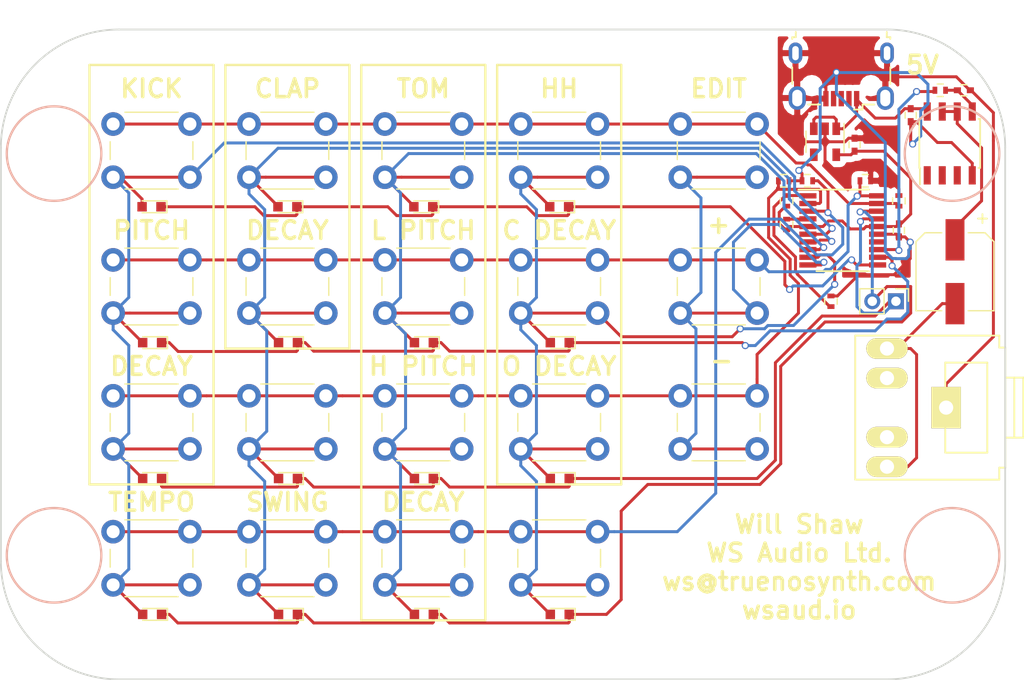
<source format=kicad_pcb>
(kicad_pcb (version 4) (host pcbnew 4.0.0-rc2-stable)

  (general
    (links 151)
    (no_connects 0)
    (area 99.924999 49.924999 185.075001 105.075001)
    (thickness 1.6)
    (drawings 47)
    (tracks 561)
    (zones 0)
    (modules 54)
    (nets 23)
  )

  (page A4)
  (layers
    (0 F.Cu signal)
    (31 B.Cu signal)
    (32 B.Adhes user)
    (33 F.Adhes user)
    (34 B.Paste user)
    (35 F.Paste user)
    (36 B.SilkS user)
    (37 F.SilkS user)
    (38 B.Mask user)
    (39 F.Mask user)
    (40 Dwgs.User user)
    (41 Cmts.User user)
    (42 Eco1.User user)
    (43 Eco2.User user)
    (44 Edge.Cuts user)
    (45 Margin user)
    (46 B.CrtYd user)
    (47 F.CrtYd user)
    (48 B.Fab user)
    (49 F.Fab user)
  )

  (setup
    (last_trace_width 0.25)
    (trace_clearance 0.2)
    (zone_clearance 0.508)
    (zone_45_only no)
    (trace_min 0.2)
    (segment_width 0.2)
    (edge_width 0.15)
    (via_size 0.6)
    (via_drill 0.4)
    (via_min_size 0.4)
    (via_min_drill 0.3)
    (uvia_size 0.3)
    (uvia_drill 0.1)
    (uvias_allowed no)
    (uvia_min_size 0.2)
    (uvia_min_drill 0.1)
    (pcb_text_width 0.3)
    (pcb_text_size 1.5 1.5)
    (mod_edge_width 0.15)
    (mod_text_size 1 1)
    (mod_text_width 0.15)
    (pad_size 1.524 1.524)
    (pad_drill 0.762)
    (pad_to_mask_clearance 0.2)
    (aux_axis_origin 0 0)
    (grid_origin 176 67.5)
    (visible_elements 7FFFFFFF)
    (pcbplotparams
      (layerselection 0x00030_80000001)
      (usegerberextensions false)
      (excludeedgelayer true)
      (linewidth 0.100000)
      (plotframeref false)
      (viasonmask false)
      (mode 1)
      (useauxorigin false)
      (hpglpennumber 1)
      (hpglpenspeed 20)
      (hpglpendiameter 15)
      (hpglpenoverlay 2)
      (psnegative false)
      (psa4output false)
      (plotreference true)
      (plotvalue true)
      (plotinvisibletext false)
      (padsonsilk false)
      (subtractmaskfromsilk false)
      (outputformat 1)
      (mirror false)
      (drillshape 1)
      (scaleselection 1)
      (outputdirectory ""))
  )

  (net 0 "")
  (net 1 3V3)
  (net 2 GND)
  (net 3 "Net-(C1-Pad1)")
  (net 4 5V)
  (net 5 "Net-(C4-Pad1)")
  (net 6 "Net-(C4-Pad2)")
  (net 7 PA0)
  (net 8 PA5)
  (net 9 PA6)
  (net 10 PA9)
  (net 11 PA10)
  (net 12 PA1)
  (net 13 PA2)
  (net 14 PA3)
  (net 15 "Net-(R1-Pad1)")
  (net 16 "Net-(R2-Pad1)")
  (net 17 PA7)
  (net 18 PA13)
  (net 19 PA14)
  (net 20 PF0)
  (net 21 PF1)
  (net 22 PA4)

  (net_class Default "This is the default net class."
    (clearance 0.2)
    (trace_width 0.25)
    (via_dia 0.6)
    (via_drill 0.4)
    (uvia_dia 0.3)
    (uvia_drill 0.1)
    (add_net 3V3)
    (add_net 5V)
    (add_net GND)
    (add_net "Net-(C1-Pad1)")
    (add_net "Net-(C4-Pad1)")
    (add_net "Net-(C4-Pad2)")
    (add_net "Net-(R1-Pad1)")
    (add_net "Net-(R2-Pad1)")
    (add_net PA0)
    (add_net PA1)
    (add_net PA10)
    (add_net PA13)
    (add_net PA14)
    (add_net PA2)
    (add_net PA3)
    (add_net PA4)
    (add_net PA5)
    (add_net PA6)
    (add_net PA7)
    (add_net PA9)
    (add_net PF0)
    (add_net PF1)
  )

  (module Capacitors_SMD:C_0402 (layer F.Cu) (tedit 5AA2AFFF) (tstamp 5AA2A740)
    (at 172.25 59.75 90)
    (descr "Capacitor SMD 0402, reflow soldering, AVX (see smccp.pdf)")
    (tags "capacitor 0402")
    (path /5AA18EAE)
    (attr smd)
    (fp_text reference 0.1uF1 (at 0 -1.27 90) (layer F.SilkS) hide
      (effects (font (size 1 1) (thickness 0.15)))
    )
    (fp_text value C (at 0 1.27 90) (layer F.Fab)
      (effects (font (size 1 1) (thickness 0.15)))
    )
    (fp_text user %R (at 0 -1.27 90) (layer F.Fab)
      (effects (font (size 1 1) (thickness 0.15)))
    )
    (fp_line (start -0.5 0.25) (end -0.5 -0.25) (layer F.Fab) (width 0.1))
    (fp_line (start 0.5 0.25) (end -0.5 0.25) (layer F.Fab) (width 0.1))
    (fp_line (start 0.5 -0.25) (end 0.5 0.25) (layer F.Fab) (width 0.1))
    (fp_line (start -0.5 -0.25) (end 0.5 -0.25) (layer F.Fab) (width 0.1))
    (fp_line (start 0.25 -0.47) (end -0.25 -0.47) (layer F.SilkS) (width 0.12))
    (fp_line (start -0.25 0.47) (end 0.25 0.47) (layer F.SilkS) (width 0.12))
    (fp_line (start -1 -0.4) (end 1 -0.4) (layer F.CrtYd) (width 0.05))
    (fp_line (start -1 -0.4) (end -1 0.4) (layer F.CrtYd) (width 0.05))
    (fp_line (start 1 0.4) (end 1 -0.4) (layer F.CrtYd) (width 0.05))
    (fp_line (start 1 0.4) (end -1 0.4) (layer F.CrtYd) (width 0.05))
    (pad 1 smd rect (at -0.55 0 90) (size 0.6 0.5) (layers F.Cu F.Paste F.Mask)
      (net 1 3V3))
    (pad 2 smd rect (at 0.55 0 90) (size 0.6 0.5) (layers F.Cu F.Paste F.Mask)
      (net 2 GND))
    (model Capacitors_SMD.3dshapes/C_0402.wrl
      (at (xyz 0 0 0))
      (scale (xyz 1 1 1))
      (rotate (xyz 0 0 0))
    )
  )

  (module Capacitors_SMD:C_0402 (layer F.Cu) (tedit 5AA2B128) (tstamp 5AA2A746)
    (at 181.5 55.140616)
    (descr "Capacitor SMD 0402, reflow soldering, AVX (see smccp.pdf)")
    (tags "capacitor 0402")
    (path /5AA03F1C)
    (attr smd)
    (fp_text reference C1 (at 0 -1.27) (layer F.SilkS) hide
      (effects (font (size 1 1) (thickness 0.15)))
    )
    (fp_text value 0.8nF (at 0 1.27) (layer F.Fab)
      (effects (font (size 1 1) (thickness 0.15)))
    )
    (fp_text user %R (at 0 -1.27) (layer F.Fab) hide
      (effects (font (size 1 1) (thickness 0.15)))
    )
    (fp_line (start -0.5 0.25) (end -0.5 -0.25) (layer F.Fab) (width 0.1))
    (fp_line (start 0.5 0.25) (end -0.5 0.25) (layer F.Fab) (width 0.1))
    (fp_line (start 0.5 -0.25) (end 0.5 0.25) (layer F.Fab) (width 0.1))
    (fp_line (start -0.5 -0.25) (end 0.5 -0.25) (layer F.Fab) (width 0.1))
    (fp_line (start 0.25 -0.47) (end -0.25 -0.47) (layer F.SilkS) (width 0.12))
    (fp_line (start -0.25 0.47) (end 0.25 0.47) (layer F.SilkS) (width 0.12))
    (fp_line (start -1 -0.4) (end 1 -0.4) (layer F.CrtYd) (width 0.05))
    (fp_line (start -1 -0.4) (end -1 0.4) (layer F.CrtYd) (width 0.05))
    (fp_line (start 1 0.4) (end 1 -0.4) (layer F.CrtYd) (width 0.05))
    (fp_line (start 1 0.4) (end -1 0.4) (layer F.CrtYd) (width 0.05))
    (pad 1 smd rect (at -0.55 0) (size 0.6 0.5) (layers F.Cu F.Paste F.Mask)
      (net 3 "Net-(C1-Pad1)"))
    (pad 2 smd rect (at 0.55 0) (size 0.6 0.5) (layers F.Cu F.Paste F.Mask)
      (net 2 GND))
    (model Capacitors_SMD.3dshapes/C_0402.wrl
      (at (xyz 0 0 0))
      (scale (xyz 1 1 1))
      (rotate (xyz 0 0 0))
    )
  )

  (module Capacitors_SMD:C_0402 (layer F.Cu) (tedit 5AA2B015) (tstamp 5AA2A74C)
    (at 177 57.25 90)
    (descr "Capacitor SMD 0402, reflow soldering, AVX (see smccp.pdf)")
    (tags "capacitor 0402")
    (path /5AA1AE36)
    (attr smd)
    (fp_text reference C2 (at 0 -1.27 90) (layer F.SilkS) hide
      (effects (font (size 1 1) (thickness 0.15)))
    )
    (fp_text value 0.1uF (at 0 1.27 90) (layer F.Fab)
      (effects (font (size 1 1) (thickness 0.15)))
    )
    (fp_text user %R (at 0 -1.27 90) (layer F.Fab) hide
      (effects (font (size 1 1) (thickness 0.15)))
    )
    (fp_line (start -0.5 0.25) (end -0.5 -0.25) (layer F.Fab) (width 0.1))
    (fp_line (start 0.5 0.25) (end -0.5 0.25) (layer F.Fab) (width 0.1))
    (fp_line (start 0.5 -0.25) (end 0.5 0.25) (layer F.Fab) (width 0.1))
    (fp_line (start -0.5 -0.25) (end 0.5 -0.25) (layer F.Fab) (width 0.1))
    (fp_line (start 0.25 -0.47) (end -0.25 -0.47) (layer F.SilkS) (width 0.12))
    (fp_line (start -0.25 0.47) (end 0.25 0.47) (layer F.SilkS) (width 0.12))
    (fp_line (start -1 -0.4) (end 1 -0.4) (layer F.CrtYd) (width 0.05))
    (fp_line (start -1 -0.4) (end -1 0.4) (layer F.CrtYd) (width 0.05))
    (fp_line (start 1 0.4) (end 1 -0.4) (layer F.CrtYd) (width 0.05))
    (fp_line (start 1 0.4) (end -1 0.4) (layer F.CrtYd) (width 0.05))
    (pad 1 smd rect (at -0.55 0 90) (size 0.6 0.5) (layers F.Cu F.Paste F.Mask)
      (net 2 GND))
    (pad 2 smd rect (at 0.55 0 90) (size 0.6 0.5) (layers F.Cu F.Paste F.Mask)
      (net 4 5V))
    (model Capacitors_SMD.3dshapes/C_0402.wrl
      (at (xyz 0 0 0))
      (scale (xyz 1 1 1))
      (rotate (xyz 0 0 0))
    )
  )

  (module Capacitors_SMD:C_0402 (layer F.Cu) (tedit 5AA2B008) (tstamp 5AA2A752)
    (at 176 67 270)
    (descr "Capacitor SMD 0402, reflow soldering, AVX (see smccp.pdf)")
    (tags "capacitor 0402")
    (path /5AA1C41E)
    (attr smd)
    (fp_text reference C3 (at 0 -1.27 270) (layer F.SilkS) hide
      (effects (font (size 1 1) (thickness 0.15)))
    )
    (fp_text value 0.1uF (at 0 1.27 270) (layer F.Fab)
      (effects (font (size 1 1) (thickness 0.15)))
    )
    (fp_text user %R (at 0 -1.27 270) (layer F.Fab)
      (effects (font (size 1 1) (thickness 0.15)))
    )
    (fp_line (start -0.5 0.25) (end -0.5 -0.25) (layer F.Fab) (width 0.1))
    (fp_line (start 0.5 0.25) (end -0.5 0.25) (layer F.Fab) (width 0.1))
    (fp_line (start 0.5 -0.25) (end 0.5 0.25) (layer F.Fab) (width 0.1))
    (fp_line (start -0.5 -0.25) (end 0.5 -0.25) (layer F.Fab) (width 0.1))
    (fp_line (start 0.25 -0.47) (end -0.25 -0.47) (layer F.SilkS) (width 0.12))
    (fp_line (start -0.25 0.47) (end 0.25 0.47) (layer F.SilkS) (width 0.12))
    (fp_line (start -1 -0.4) (end 1 -0.4) (layer F.CrtYd) (width 0.05))
    (fp_line (start -1 -0.4) (end -1 0.4) (layer F.CrtYd) (width 0.05))
    (fp_line (start 1 0.4) (end 1 -0.4) (layer F.CrtYd) (width 0.05))
    (fp_line (start 1 0.4) (end -1 0.4) (layer F.CrtYd) (width 0.05))
    (pad 1 smd rect (at -0.55 0 270) (size 0.6 0.5) (layers F.Cu F.Paste F.Mask)
      (net 1 3V3))
    (pad 2 smd rect (at 0.55 0 270) (size 0.6 0.5) (layers F.Cu F.Paste F.Mask)
      (net 2 GND))
    (model Capacitors_SMD.3dshapes/C_0402.wrl
      (at (xyz 0 0 0))
      (scale (xyz 1 1 1))
      (rotate (xyz 0 0 0))
    )
  )

  (module Capacitors_SMD:CP_Elec_6.3x4.5 (layer F.Cu) (tedit 5AA2B051) (tstamp 5AA2A758)
    (at 180.75 70.5 270)
    (descr "SMT capacitor, aluminium electrolytic, 6.3x4.5")
    (path /5AA1B79A)
    (attr smd)
    (fp_text reference C4 (at 0 4.56 270) (layer F.SilkS) hide
      (effects (font (size 1 1) (thickness 0.15)))
    )
    (fp_text value 100uF (at 0 -4.56 270) (layer F.Fab) hide
      (effects (font (size 1 1) (thickness 0.15)))
    )
    (fp_circle (center 0 0) (end 0.9 2.9) (layer F.Fab) (width 0.1))
    (fp_text user + (at -1.73 -0.08 270) (layer F.Fab)
      (effects (font (size 1 1) (thickness 0.15)))
    )
    (fp_text user + (at -4.5 -2.25 270) (layer F.SilkS)
      (effects (font (size 1 1) (thickness 0.15)))
    )
    (fp_text user %R (at 0 4.56 270) (layer F.Fab)
      (effects (font (size 1 1) (thickness 0.15)))
    )
    (fp_line (start 3.15 3.15) (end 3.15 -3.15) (layer F.Fab) (width 0.1))
    (fp_line (start -2.48 3.15) (end 3.15 3.15) (layer F.Fab) (width 0.1))
    (fp_line (start -3.15 2.48) (end -2.48 3.15) (layer F.Fab) (width 0.1))
    (fp_line (start -3.15 -2.48) (end -3.15 2.48) (layer F.Fab) (width 0.1))
    (fp_line (start -2.48 -3.15) (end -3.15 -2.48) (layer F.Fab) (width 0.1))
    (fp_line (start 3.15 -3.15) (end -2.48 -3.15) (layer F.Fab) (width 0.1))
    (fp_line (start 3.3 3.3) (end 3.3 1.12) (layer F.SilkS) (width 0.12))
    (fp_line (start 3.3 -3.3) (end 3.3 -1.12) (layer F.SilkS) (width 0.12))
    (fp_line (start -3.3 2.54) (end -3.3 1.12) (layer F.SilkS) (width 0.12))
    (fp_line (start -3.3 -2.54) (end -3.3 -1.12) (layer F.SilkS) (width 0.12))
    (fp_line (start 3.3 3.3) (end -2.54 3.3) (layer F.SilkS) (width 0.12))
    (fp_line (start -2.54 3.3) (end -3.3 2.54) (layer F.SilkS) (width 0.12))
    (fp_line (start -3.3 -2.54) (end -2.54 -3.3) (layer F.SilkS) (width 0.12))
    (fp_line (start -2.54 -3.3) (end 3.3 -3.3) (layer F.SilkS) (width 0.12))
    (fp_line (start -4.7 -3.4) (end 4.7 -3.4) (layer F.CrtYd) (width 0.05))
    (fp_line (start -4.7 -3.4) (end -4.7 3.4) (layer F.CrtYd) (width 0.05))
    (fp_line (start 4.7 3.4) (end 4.7 -3.4) (layer F.CrtYd) (width 0.05))
    (fp_line (start 4.7 3.4) (end -4.7 3.4) (layer F.CrtYd) (width 0.05))
    (pad 1 smd rect (at -2.7 0 90) (size 3.5 1.6) (layers F.Cu F.Paste F.Mask)
      (net 5 "Net-(C4-Pad1)"))
    (pad 2 smd rect (at 2.7 0 90) (size 3.5 1.6) (layers F.Cu F.Paste F.Mask)
      (net 6 "Net-(C4-Pad2)"))
    (model Capacitors_SMD.3dshapes/CP_Elec_6.3x4.5.wrl
      (at (xyz 0 0 0))
      (scale (xyz 1 1 1))
      (rotate (xyz 0 0 180))
    )
  )

  (module LEDs:LED_0603 (layer F.Cu) (tedit 5AA2AA3B) (tstamp 5AA2A75E)
    (at 112.75 65 180)
    (descr "LED 0603 smd package")
    (tags "LED led 0603 SMD smd SMT smt smdled SMDLED smtled SMTLED")
    (path /5A9F069B)
    (attr smd)
    (fp_text reference D1 (at 0 -1.25 180) (layer F.SilkS) hide
      (effects (font (size 1 1) (thickness 0.15)))
    )
    (fp_text value LED_0 (at 0 1.35 180) (layer F.Fab) hide
      (effects (font (size 1 1) (thickness 0.15)))
    )
    (fp_line (start -1.3 -0.5) (end -1.3 0.5) (layer F.SilkS) (width 0.12))
    (fp_line (start -0.2 -0.2) (end -0.2 0.2) (layer F.Fab) (width 0.1))
    (fp_line (start -0.15 0) (end 0.15 -0.2) (layer F.Fab) (width 0.1))
    (fp_line (start 0.15 0.2) (end -0.15 0) (layer F.Fab) (width 0.1))
    (fp_line (start 0.15 -0.2) (end 0.15 0.2) (layer F.Fab) (width 0.1))
    (fp_line (start 0.8 0.4) (end -0.8 0.4) (layer F.Fab) (width 0.1))
    (fp_line (start 0.8 -0.4) (end 0.8 0.4) (layer F.Fab) (width 0.1))
    (fp_line (start -0.8 -0.4) (end 0.8 -0.4) (layer F.Fab) (width 0.1))
    (fp_line (start -0.8 0.4) (end -0.8 -0.4) (layer F.Fab) (width 0.1))
    (fp_line (start -1.3 0.5) (end 0.8 0.5) (layer F.SilkS) (width 0.12))
    (fp_line (start -1.3 -0.5) (end 0.8 -0.5) (layer F.SilkS) (width 0.12))
    (fp_line (start 1.45 -0.65) (end 1.45 0.65) (layer F.CrtYd) (width 0.05))
    (fp_line (start 1.45 0.65) (end -1.45 0.65) (layer F.CrtYd) (width 0.05))
    (fp_line (start -1.45 0.65) (end -1.45 -0.65) (layer F.CrtYd) (width 0.05))
    (fp_line (start -1.45 -0.65) (end 1.45 -0.65) (layer F.CrtYd) (width 0.05))
    (pad 2 smd rect (at 0.8 0) (size 0.8 0.8) (layers F.Cu F.Paste F.Mask)
      (net 7 PA0))
    (pad 1 smd rect (at -0.8 0) (size 0.8 0.8) (layers F.Cu F.Paste F.Mask)
      (net 8 PA5))
    (model ${KISYS3DMOD}/LEDs.3dshapes/LED_0603.wrl
      (at (xyz 0 0 0))
      (scale (xyz 1 1 1))
      (rotate (xyz 0 0 180))
    )
  )

  (module LEDs:LED_0603 (layer F.Cu) (tedit 5AA2ABC4) (tstamp 5AA2A764)
    (at 112.8 76.5 180)
    (descr "LED 0603 smd package")
    (tags "LED led 0603 SMD smd SMT smt smdled SMDLED smtled SMTLED")
    (path /5A9F0909)
    (attr smd)
    (fp_text reference D2 (at 0 -1.25 180) (layer F.SilkS) hide
      (effects (font (size 1 1) (thickness 0.15)))
    )
    (fp_text value LED_4 (at 0 1.35 180) (layer F.Fab) hide
      (effects (font (size 1 1) (thickness 0.15)))
    )
    (fp_line (start -1.3 -0.5) (end -1.3 0.5) (layer F.SilkS) (width 0.12))
    (fp_line (start -0.2 -0.2) (end -0.2 0.2) (layer F.Fab) (width 0.1))
    (fp_line (start -0.15 0) (end 0.15 -0.2) (layer F.Fab) (width 0.1))
    (fp_line (start 0.15 0.2) (end -0.15 0) (layer F.Fab) (width 0.1))
    (fp_line (start 0.15 -0.2) (end 0.15 0.2) (layer F.Fab) (width 0.1))
    (fp_line (start 0.8 0.4) (end -0.8 0.4) (layer F.Fab) (width 0.1))
    (fp_line (start 0.8 -0.4) (end 0.8 0.4) (layer F.Fab) (width 0.1))
    (fp_line (start -0.8 -0.4) (end 0.8 -0.4) (layer F.Fab) (width 0.1))
    (fp_line (start -0.8 0.4) (end -0.8 -0.4) (layer F.Fab) (width 0.1))
    (fp_line (start -1.3 0.5) (end 0.8 0.5) (layer F.SilkS) (width 0.12))
    (fp_line (start -1.3 -0.5) (end 0.8 -0.5) (layer F.SilkS) (width 0.12))
    (fp_line (start 1.45 -0.65) (end 1.45 0.65) (layer F.CrtYd) (width 0.05))
    (fp_line (start 1.45 0.65) (end -1.45 0.65) (layer F.CrtYd) (width 0.05))
    (fp_line (start -1.45 0.65) (end -1.45 -0.65) (layer F.CrtYd) (width 0.05))
    (fp_line (start -1.45 -0.65) (end 1.45 -0.65) (layer F.CrtYd) (width 0.05))
    (pad 2 smd rect (at 0.8 0) (size 0.8 0.8) (layers F.Cu F.Paste F.Mask)
      (net 7 PA0))
    (pad 1 smd rect (at -0.8 0) (size 0.8 0.8) (layers F.Cu F.Paste F.Mask)
      (net 9 PA6))
    (model ${KISYS3DMOD}/LEDs.3dshapes/LED_0603.wrl
      (at (xyz 0 0 0))
      (scale (xyz 1 1 1))
      (rotate (xyz 0 0 180))
    )
  )

  (module LEDs:LED_0603 (layer F.Cu) (tedit 5AA2AC66) (tstamp 5AA2A76A)
    (at 112.8 88 180)
    (descr "LED 0603 smd package")
    (tags "LED led 0603 SMD smd SMT smt smdled SMDLED smtled SMTLED")
    (path /5A9F09E9)
    (attr smd)
    (fp_text reference D3 (at 0 -1.25 180) (layer F.SilkS) hide
      (effects (font (size 1 1) (thickness 0.15)))
    )
    (fp_text value LED_8 (at 0 1.35 180) (layer F.Fab) hide
      (effects (font (size 1 1) (thickness 0.15)))
    )
    (fp_line (start -1.3 -0.5) (end -1.3 0.5) (layer F.SilkS) (width 0.12))
    (fp_line (start -0.2 -0.2) (end -0.2 0.2) (layer F.Fab) (width 0.1))
    (fp_line (start -0.15 0) (end 0.15 -0.2) (layer F.Fab) (width 0.1))
    (fp_line (start 0.15 0.2) (end -0.15 0) (layer F.Fab) (width 0.1))
    (fp_line (start 0.15 -0.2) (end 0.15 0.2) (layer F.Fab) (width 0.1))
    (fp_line (start 0.8 0.4) (end -0.8 0.4) (layer F.Fab) (width 0.1))
    (fp_line (start 0.8 -0.4) (end 0.8 0.4) (layer F.Fab) (width 0.1))
    (fp_line (start -0.8 -0.4) (end 0.8 -0.4) (layer F.Fab) (width 0.1))
    (fp_line (start -0.8 0.4) (end -0.8 -0.4) (layer F.Fab) (width 0.1))
    (fp_line (start -1.3 0.5) (end 0.8 0.5) (layer F.SilkS) (width 0.12))
    (fp_line (start -1.3 -0.5) (end 0.8 -0.5) (layer F.SilkS) (width 0.12))
    (fp_line (start 1.45 -0.65) (end 1.45 0.65) (layer F.CrtYd) (width 0.05))
    (fp_line (start 1.45 0.65) (end -1.45 0.65) (layer F.CrtYd) (width 0.05))
    (fp_line (start -1.45 0.65) (end -1.45 -0.65) (layer F.CrtYd) (width 0.05))
    (fp_line (start -1.45 -0.65) (end 1.45 -0.65) (layer F.CrtYd) (width 0.05))
    (pad 2 smd rect (at 0.8 0) (size 0.8 0.8) (layers F.Cu F.Paste F.Mask)
      (net 7 PA0))
    (pad 1 smd rect (at -0.8 0) (size 0.8 0.8) (layers F.Cu F.Paste F.Mask)
      (net 10 PA9))
    (model ${KISYS3DMOD}/LEDs.3dshapes/LED_0603.wrl
      (at (xyz 0 0 0))
      (scale (xyz 1 1 1))
      (rotate (xyz 0 0 180))
    )
  )

  (module LEDs:LED_0603 (layer F.Cu) (tedit 5AA2AD23) (tstamp 5AA2A770)
    (at 112.8 99.5 180)
    (descr "LED 0603 smd package")
    (tags "LED led 0603 SMD smd SMT smt smdled SMDLED smtled SMTLED")
    (path /5A9F0A01)
    (attr smd)
    (fp_text reference D4 (at 0 -1.25 180) (layer F.SilkS) hide
      (effects (font (size 1 1) (thickness 0.15)))
    )
    (fp_text value LED_12 (at 0 1.35 180) (layer F.Fab) hide
      (effects (font (size 1 1) (thickness 0.15)))
    )
    (fp_line (start -1.3 -0.5) (end -1.3 0.5) (layer F.SilkS) (width 0.12))
    (fp_line (start -0.2 -0.2) (end -0.2 0.2) (layer F.Fab) (width 0.1))
    (fp_line (start -0.15 0) (end 0.15 -0.2) (layer F.Fab) (width 0.1))
    (fp_line (start 0.15 0.2) (end -0.15 0) (layer F.Fab) (width 0.1))
    (fp_line (start 0.15 -0.2) (end 0.15 0.2) (layer F.Fab) (width 0.1))
    (fp_line (start 0.8 0.4) (end -0.8 0.4) (layer F.Fab) (width 0.1))
    (fp_line (start 0.8 -0.4) (end 0.8 0.4) (layer F.Fab) (width 0.1))
    (fp_line (start -0.8 -0.4) (end 0.8 -0.4) (layer F.Fab) (width 0.1))
    (fp_line (start -0.8 0.4) (end -0.8 -0.4) (layer F.Fab) (width 0.1))
    (fp_line (start -1.3 0.5) (end 0.8 0.5) (layer F.SilkS) (width 0.12))
    (fp_line (start -1.3 -0.5) (end 0.8 -0.5) (layer F.SilkS) (width 0.12))
    (fp_line (start 1.45 -0.65) (end 1.45 0.65) (layer F.CrtYd) (width 0.05))
    (fp_line (start 1.45 0.65) (end -1.45 0.65) (layer F.CrtYd) (width 0.05))
    (fp_line (start -1.45 0.65) (end -1.45 -0.65) (layer F.CrtYd) (width 0.05))
    (fp_line (start -1.45 -0.65) (end 1.45 -0.65) (layer F.CrtYd) (width 0.05))
    (pad 2 smd rect (at 0.8 0) (size 0.8 0.8) (layers F.Cu F.Paste F.Mask)
      (net 7 PA0))
    (pad 1 smd rect (at -0.8 0) (size 0.8 0.8) (layers F.Cu F.Paste F.Mask)
      (net 11 PA10))
    (model ${KISYS3DMOD}/LEDs.3dshapes/LED_0603.wrl
      (at (xyz 0 0 0))
      (scale (xyz 1 1 1))
      (rotate (xyz 0 0 180))
    )
  )

  (module LEDs:LED_0603 (layer F.Cu) (tedit 5AA2AA7C) (tstamp 5AA2A776)
    (at 124.25 65 180)
    (descr "LED 0603 smd package")
    (tags "LED led 0603 SMD smd SMT smt smdled SMDLED smtled SMTLED")
    (path /5A9F081C)
    (attr smd)
    (fp_text reference D5 (at 0 -1.25 180) (layer F.SilkS) hide
      (effects (font (size 1 1) (thickness 0.15)))
    )
    (fp_text value LED_1 (at 0 1.35 180) (layer F.Fab) hide
      (effects (font (size 1 1) (thickness 0.15)))
    )
    (fp_line (start -1.3 -0.5) (end -1.3 0.5) (layer F.SilkS) (width 0.12))
    (fp_line (start -0.2 -0.2) (end -0.2 0.2) (layer F.Fab) (width 0.1))
    (fp_line (start -0.15 0) (end 0.15 -0.2) (layer F.Fab) (width 0.1))
    (fp_line (start 0.15 0.2) (end -0.15 0) (layer F.Fab) (width 0.1))
    (fp_line (start 0.15 -0.2) (end 0.15 0.2) (layer F.Fab) (width 0.1))
    (fp_line (start 0.8 0.4) (end -0.8 0.4) (layer F.Fab) (width 0.1))
    (fp_line (start 0.8 -0.4) (end 0.8 0.4) (layer F.Fab) (width 0.1))
    (fp_line (start -0.8 -0.4) (end 0.8 -0.4) (layer F.Fab) (width 0.1))
    (fp_line (start -0.8 0.4) (end -0.8 -0.4) (layer F.Fab) (width 0.1))
    (fp_line (start -1.3 0.5) (end 0.8 0.5) (layer F.SilkS) (width 0.12))
    (fp_line (start -1.3 -0.5) (end 0.8 -0.5) (layer F.SilkS) (width 0.12))
    (fp_line (start 1.45 -0.65) (end 1.45 0.65) (layer F.CrtYd) (width 0.05))
    (fp_line (start 1.45 0.65) (end -1.45 0.65) (layer F.CrtYd) (width 0.05))
    (fp_line (start -1.45 0.65) (end -1.45 -0.65) (layer F.CrtYd) (width 0.05))
    (fp_line (start -1.45 -0.65) (end 1.45 -0.65) (layer F.CrtYd) (width 0.05))
    (pad 2 smd rect (at 0.8 0) (size 0.8 0.8) (layers F.Cu F.Paste F.Mask)
      (net 12 PA1))
    (pad 1 smd rect (at -0.8 0) (size 0.8 0.8) (layers F.Cu F.Paste F.Mask)
      (net 8 PA5))
    (model ${KISYS3DMOD}/LEDs.3dshapes/LED_0603.wrl
      (at (xyz 0 0 0))
      (scale (xyz 1 1 1))
      (rotate (xyz 0 0 180))
    )
  )

  (module LEDs:LED_0603 (layer F.Cu) (tedit 5AA2ABCF) (tstamp 5AA2A77C)
    (at 124.3 76.5 180)
    (descr "LED 0603 smd package")
    (tags "LED led 0603 SMD smd SMT smt smdled SMDLED smtled SMTLED")
    (path /5A9F090F)
    (attr smd)
    (fp_text reference D6 (at 0 -1.25 180) (layer F.SilkS) hide
      (effects (font (size 1 1) (thickness 0.15)))
    )
    (fp_text value LED_5 (at 0 1.35 180) (layer F.Fab) hide
      (effects (font (size 1 1) (thickness 0.15)))
    )
    (fp_line (start -1.3 -0.5) (end -1.3 0.5) (layer F.SilkS) (width 0.12))
    (fp_line (start -0.2 -0.2) (end -0.2 0.2) (layer F.Fab) (width 0.1))
    (fp_line (start -0.15 0) (end 0.15 -0.2) (layer F.Fab) (width 0.1))
    (fp_line (start 0.15 0.2) (end -0.15 0) (layer F.Fab) (width 0.1))
    (fp_line (start 0.15 -0.2) (end 0.15 0.2) (layer F.Fab) (width 0.1))
    (fp_line (start 0.8 0.4) (end -0.8 0.4) (layer F.Fab) (width 0.1))
    (fp_line (start 0.8 -0.4) (end 0.8 0.4) (layer F.Fab) (width 0.1))
    (fp_line (start -0.8 -0.4) (end 0.8 -0.4) (layer F.Fab) (width 0.1))
    (fp_line (start -0.8 0.4) (end -0.8 -0.4) (layer F.Fab) (width 0.1))
    (fp_line (start -1.3 0.5) (end 0.8 0.5) (layer F.SilkS) (width 0.12))
    (fp_line (start -1.3 -0.5) (end 0.8 -0.5) (layer F.SilkS) (width 0.12))
    (fp_line (start 1.45 -0.65) (end 1.45 0.65) (layer F.CrtYd) (width 0.05))
    (fp_line (start 1.45 0.65) (end -1.45 0.65) (layer F.CrtYd) (width 0.05))
    (fp_line (start -1.45 0.65) (end -1.45 -0.65) (layer F.CrtYd) (width 0.05))
    (fp_line (start -1.45 -0.65) (end 1.45 -0.65) (layer F.CrtYd) (width 0.05))
    (pad 2 smd rect (at 0.8 0) (size 0.8 0.8) (layers F.Cu F.Paste F.Mask)
      (net 12 PA1))
    (pad 1 smd rect (at -0.8 0) (size 0.8 0.8) (layers F.Cu F.Paste F.Mask)
      (net 9 PA6))
    (model ${KISYS3DMOD}/LEDs.3dshapes/LED_0603.wrl
      (at (xyz 0 0 0))
      (scale (xyz 1 1 1))
      (rotate (xyz 0 0 180))
    )
  )

  (module LEDs:LED_0603 (layer F.Cu) (tedit 5AA2AC7A) (tstamp 5AA2A782)
    (at 124.3 88 180)
    (descr "LED 0603 smd package")
    (tags "LED led 0603 SMD smd SMT smt smdled SMDLED smtled SMTLED")
    (path /5A9F09EF)
    (attr smd)
    (fp_text reference D7 (at 0 -1.25 180) (layer F.SilkS) hide
      (effects (font (size 1 1) (thickness 0.15)))
    )
    (fp_text value LED_9 (at 0 1.35 180) (layer F.Fab) hide
      (effects (font (size 1 1) (thickness 0.15)))
    )
    (fp_line (start -1.3 -0.5) (end -1.3 0.5) (layer F.SilkS) (width 0.12))
    (fp_line (start -0.2 -0.2) (end -0.2 0.2) (layer F.Fab) (width 0.1))
    (fp_line (start -0.15 0) (end 0.15 -0.2) (layer F.Fab) (width 0.1))
    (fp_line (start 0.15 0.2) (end -0.15 0) (layer F.Fab) (width 0.1))
    (fp_line (start 0.15 -0.2) (end 0.15 0.2) (layer F.Fab) (width 0.1))
    (fp_line (start 0.8 0.4) (end -0.8 0.4) (layer F.Fab) (width 0.1))
    (fp_line (start 0.8 -0.4) (end 0.8 0.4) (layer F.Fab) (width 0.1))
    (fp_line (start -0.8 -0.4) (end 0.8 -0.4) (layer F.Fab) (width 0.1))
    (fp_line (start -0.8 0.4) (end -0.8 -0.4) (layer F.Fab) (width 0.1))
    (fp_line (start -1.3 0.5) (end 0.8 0.5) (layer F.SilkS) (width 0.12))
    (fp_line (start -1.3 -0.5) (end 0.8 -0.5) (layer F.SilkS) (width 0.12))
    (fp_line (start 1.45 -0.65) (end 1.45 0.65) (layer F.CrtYd) (width 0.05))
    (fp_line (start 1.45 0.65) (end -1.45 0.65) (layer F.CrtYd) (width 0.05))
    (fp_line (start -1.45 0.65) (end -1.45 -0.65) (layer F.CrtYd) (width 0.05))
    (fp_line (start -1.45 -0.65) (end 1.45 -0.65) (layer F.CrtYd) (width 0.05))
    (pad 2 smd rect (at 0.8 0) (size 0.8 0.8) (layers F.Cu F.Paste F.Mask)
      (net 12 PA1))
    (pad 1 smd rect (at -0.8 0) (size 0.8 0.8) (layers F.Cu F.Paste F.Mask)
      (net 10 PA9))
    (model ${KISYS3DMOD}/LEDs.3dshapes/LED_0603.wrl
      (at (xyz 0 0 0))
      (scale (xyz 1 1 1))
      (rotate (xyz 0 0 180))
    )
  )

  (module LEDs:LED_0603 (layer F.Cu) (tedit 5AA2AD34) (tstamp 5AA2A788)
    (at 124.3 99.5 180)
    (descr "LED 0603 smd package")
    (tags "LED led 0603 SMD smd SMT smt smdled SMDLED smtled SMTLED")
    (path /5A9F0A07)
    (attr smd)
    (fp_text reference D8 (at 0 -1.25 180) (layer F.SilkS) hide
      (effects (font (size 1 1) (thickness 0.15)))
    )
    (fp_text value LED_13 (at 0 1.35 180) (layer F.Fab) hide
      (effects (font (size 1 1) (thickness 0.15)))
    )
    (fp_line (start -1.3 -0.5) (end -1.3 0.5) (layer F.SilkS) (width 0.12))
    (fp_line (start -0.2 -0.2) (end -0.2 0.2) (layer F.Fab) (width 0.1))
    (fp_line (start -0.15 0) (end 0.15 -0.2) (layer F.Fab) (width 0.1))
    (fp_line (start 0.15 0.2) (end -0.15 0) (layer F.Fab) (width 0.1))
    (fp_line (start 0.15 -0.2) (end 0.15 0.2) (layer F.Fab) (width 0.1))
    (fp_line (start 0.8 0.4) (end -0.8 0.4) (layer F.Fab) (width 0.1))
    (fp_line (start 0.8 -0.4) (end 0.8 0.4) (layer F.Fab) (width 0.1))
    (fp_line (start -0.8 -0.4) (end 0.8 -0.4) (layer F.Fab) (width 0.1))
    (fp_line (start -0.8 0.4) (end -0.8 -0.4) (layer F.Fab) (width 0.1))
    (fp_line (start -1.3 0.5) (end 0.8 0.5) (layer F.SilkS) (width 0.12))
    (fp_line (start -1.3 -0.5) (end 0.8 -0.5) (layer F.SilkS) (width 0.12))
    (fp_line (start 1.45 -0.65) (end 1.45 0.65) (layer F.CrtYd) (width 0.05))
    (fp_line (start 1.45 0.65) (end -1.45 0.65) (layer F.CrtYd) (width 0.05))
    (fp_line (start -1.45 0.65) (end -1.45 -0.65) (layer F.CrtYd) (width 0.05))
    (fp_line (start -1.45 -0.65) (end 1.45 -0.65) (layer F.CrtYd) (width 0.05))
    (pad 2 smd rect (at 0.8 0) (size 0.8 0.8) (layers F.Cu F.Paste F.Mask)
      (net 12 PA1))
    (pad 1 smd rect (at -0.8 0) (size 0.8 0.8) (layers F.Cu F.Paste F.Mask)
      (net 11 PA10))
    (model ${KISYS3DMOD}/LEDs.3dshapes/LED_0603.wrl
      (at (xyz 0 0 0))
      (scale (xyz 1 1 1))
      (rotate (xyz 0 0 180))
    )
  )

  (module LEDs:LED_0603 (layer F.Cu) (tedit 5AA2AAC3) (tstamp 5AA2A78E)
    (at 135.75 65 180)
    (descr "LED 0603 smd package")
    (tags "LED led 0603 SMD smd SMT smt smdled SMDLED smtled SMTLED")
    (path /5A9F0846)
    (attr smd)
    (fp_text reference D9 (at 0 -1.25 180) (layer F.SilkS) hide
      (effects (font (size 1 1) (thickness 0.15)))
    )
    (fp_text value LED_2 (at 0 1.35 180) (layer F.Fab) hide
      (effects (font (size 1 1) (thickness 0.15)))
    )
    (fp_line (start -1.3 -0.5) (end -1.3 0.5) (layer F.SilkS) (width 0.12))
    (fp_line (start -0.2 -0.2) (end -0.2 0.2) (layer F.Fab) (width 0.1))
    (fp_line (start -0.15 0) (end 0.15 -0.2) (layer F.Fab) (width 0.1))
    (fp_line (start 0.15 0.2) (end -0.15 0) (layer F.Fab) (width 0.1))
    (fp_line (start 0.15 -0.2) (end 0.15 0.2) (layer F.Fab) (width 0.1))
    (fp_line (start 0.8 0.4) (end -0.8 0.4) (layer F.Fab) (width 0.1))
    (fp_line (start 0.8 -0.4) (end 0.8 0.4) (layer F.Fab) (width 0.1))
    (fp_line (start -0.8 -0.4) (end 0.8 -0.4) (layer F.Fab) (width 0.1))
    (fp_line (start -0.8 0.4) (end -0.8 -0.4) (layer F.Fab) (width 0.1))
    (fp_line (start -1.3 0.5) (end 0.8 0.5) (layer F.SilkS) (width 0.12))
    (fp_line (start -1.3 -0.5) (end 0.8 -0.5) (layer F.SilkS) (width 0.12))
    (fp_line (start 1.45 -0.65) (end 1.45 0.65) (layer F.CrtYd) (width 0.05))
    (fp_line (start 1.45 0.65) (end -1.45 0.65) (layer F.CrtYd) (width 0.05))
    (fp_line (start -1.45 0.65) (end -1.45 -0.65) (layer F.CrtYd) (width 0.05))
    (fp_line (start -1.45 -0.65) (end 1.45 -0.65) (layer F.CrtYd) (width 0.05))
    (pad 2 smd rect (at 0.8 0) (size 0.8 0.8) (layers F.Cu F.Paste F.Mask)
      (net 13 PA2))
    (pad 1 smd rect (at -0.8 0) (size 0.8 0.8) (layers F.Cu F.Paste F.Mask)
      (net 8 PA5))
    (model ${KISYS3DMOD}/LEDs.3dshapes/LED_0603.wrl
      (at (xyz 0 0 0))
      (scale (xyz 1 1 1))
      (rotate (xyz 0 0 180))
    )
  )

  (module LEDs:LED_0603 (layer F.Cu) (tedit 5AA2ABD9) (tstamp 5AA2A794)
    (at 135.8 76.5 180)
    (descr "LED 0603 smd package")
    (tags "LED led 0603 SMD smd SMT smt smdled SMDLED smtled SMTLED")
    (path /5A9F0915)
    (attr smd)
    (fp_text reference D10 (at 0 -1.25 180) (layer F.SilkS) hide
      (effects (font (size 1 1) (thickness 0.15)))
    )
    (fp_text value LED_6 (at 0 1.35 180) (layer F.Fab) hide
      (effects (font (size 1 1) (thickness 0.15)))
    )
    (fp_line (start -1.3 -0.5) (end -1.3 0.5) (layer F.SilkS) (width 0.12))
    (fp_line (start -0.2 -0.2) (end -0.2 0.2) (layer F.Fab) (width 0.1))
    (fp_line (start -0.15 0) (end 0.15 -0.2) (layer F.Fab) (width 0.1))
    (fp_line (start 0.15 0.2) (end -0.15 0) (layer F.Fab) (width 0.1))
    (fp_line (start 0.15 -0.2) (end 0.15 0.2) (layer F.Fab) (width 0.1))
    (fp_line (start 0.8 0.4) (end -0.8 0.4) (layer F.Fab) (width 0.1))
    (fp_line (start 0.8 -0.4) (end 0.8 0.4) (layer F.Fab) (width 0.1))
    (fp_line (start -0.8 -0.4) (end 0.8 -0.4) (layer F.Fab) (width 0.1))
    (fp_line (start -0.8 0.4) (end -0.8 -0.4) (layer F.Fab) (width 0.1))
    (fp_line (start -1.3 0.5) (end 0.8 0.5) (layer F.SilkS) (width 0.12))
    (fp_line (start -1.3 -0.5) (end 0.8 -0.5) (layer F.SilkS) (width 0.12))
    (fp_line (start 1.45 -0.65) (end 1.45 0.65) (layer F.CrtYd) (width 0.05))
    (fp_line (start 1.45 0.65) (end -1.45 0.65) (layer F.CrtYd) (width 0.05))
    (fp_line (start -1.45 0.65) (end -1.45 -0.65) (layer F.CrtYd) (width 0.05))
    (fp_line (start -1.45 -0.65) (end 1.45 -0.65) (layer F.CrtYd) (width 0.05))
    (pad 2 smd rect (at 0.8 0) (size 0.8 0.8) (layers F.Cu F.Paste F.Mask)
      (net 13 PA2))
    (pad 1 smd rect (at -0.8 0) (size 0.8 0.8) (layers F.Cu F.Paste F.Mask)
      (net 9 PA6))
    (model ${KISYS3DMOD}/LEDs.3dshapes/LED_0603.wrl
      (at (xyz 0 0 0))
      (scale (xyz 1 1 1))
      (rotate (xyz 0 0 180))
    )
  )

  (module LEDs:LED_0603 (layer F.Cu) (tedit 5AA2AC89) (tstamp 5AA2A79A)
    (at 135.8 88 180)
    (descr "LED 0603 smd package")
    (tags "LED led 0603 SMD smd SMT smt smdled SMDLED smtled SMTLED")
    (path /5A9F09F5)
    (attr smd)
    (fp_text reference D11 (at 0 -1.25 180) (layer F.SilkS) hide
      (effects (font (size 1 1) (thickness 0.15)))
    )
    (fp_text value LED_10 (at 0 1.35 180) (layer F.Fab) hide
      (effects (font (size 1 1) (thickness 0.15)))
    )
    (fp_line (start -1.3 -0.5) (end -1.3 0.5) (layer F.SilkS) (width 0.12))
    (fp_line (start -0.2 -0.2) (end -0.2 0.2) (layer F.Fab) (width 0.1))
    (fp_line (start -0.15 0) (end 0.15 -0.2) (layer F.Fab) (width 0.1))
    (fp_line (start 0.15 0.2) (end -0.15 0) (layer F.Fab) (width 0.1))
    (fp_line (start 0.15 -0.2) (end 0.15 0.2) (layer F.Fab) (width 0.1))
    (fp_line (start 0.8 0.4) (end -0.8 0.4) (layer F.Fab) (width 0.1))
    (fp_line (start 0.8 -0.4) (end 0.8 0.4) (layer F.Fab) (width 0.1))
    (fp_line (start -0.8 -0.4) (end 0.8 -0.4) (layer F.Fab) (width 0.1))
    (fp_line (start -0.8 0.4) (end -0.8 -0.4) (layer F.Fab) (width 0.1))
    (fp_line (start -1.3 0.5) (end 0.8 0.5) (layer F.SilkS) (width 0.12))
    (fp_line (start -1.3 -0.5) (end 0.8 -0.5) (layer F.SilkS) (width 0.12))
    (fp_line (start 1.45 -0.65) (end 1.45 0.65) (layer F.CrtYd) (width 0.05))
    (fp_line (start 1.45 0.65) (end -1.45 0.65) (layer F.CrtYd) (width 0.05))
    (fp_line (start -1.45 0.65) (end -1.45 -0.65) (layer F.CrtYd) (width 0.05))
    (fp_line (start -1.45 -0.65) (end 1.45 -0.65) (layer F.CrtYd) (width 0.05))
    (pad 2 smd rect (at 0.8 0) (size 0.8 0.8) (layers F.Cu F.Paste F.Mask)
      (net 13 PA2))
    (pad 1 smd rect (at -0.8 0) (size 0.8 0.8) (layers F.Cu F.Paste F.Mask)
      (net 10 PA9))
    (model ${KISYS3DMOD}/LEDs.3dshapes/LED_0603.wrl
      (at (xyz 0 0 0))
      (scale (xyz 1 1 1))
      (rotate (xyz 0 0 180))
    )
  )

  (module LEDs:LED_0603 (layer F.Cu) (tedit 5AA2AD41) (tstamp 5AA2A7A0)
    (at 135.8 99.5 180)
    (descr "LED 0603 smd package")
    (tags "LED led 0603 SMD smd SMT smt smdled SMDLED smtled SMTLED")
    (path /5A9F0A0D)
    (attr smd)
    (fp_text reference D12 (at 0 -1.25 180) (layer F.SilkS) hide
      (effects (font (size 1 1) (thickness 0.15)))
    )
    (fp_text value LED_14 (at 0 1.35 180) (layer F.Fab) hide
      (effects (font (size 1 1) (thickness 0.15)))
    )
    (fp_line (start -1.3 -0.5) (end -1.3 0.5) (layer F.SilkS) (width 0.12))
    (fp_line (start -0.2 -0.2) (end -0.2 0.2) (layer F.Fab) (width 0.1))
    (fp_line (start -0.15 0) (end 0.15 -0.2) (layer F.Fab) (width 0.1))
    (fp_line (start 0.15 0.2) (end -0.15 0) (layer F.Fab) (width 0.1))
    (fp_line (start 0.15 -0.2) (end 0.15 0.2) (layer F.Fab) (width 0.1))
    (fp_line (start 0.8 0.4) (end -0.8 0.4) (layer F.Fab) (width 0.1))
    (fp_line (start 0.8 -0.4) (end 0.8 0.4) (layer F.Fab) (width 0.1))
    (fp_line (start -0.8 -0.4) (end 0.8 -0.4) (layer F.Fab) (width 0.1))
    (fp_line (start -0.8 0.4) (end -0.8 -0.4) (layer F.Fab) (width 0.1))
    (fp_line (start -1.3 0.5) (end 0.8 0.5) (layer F.SilkS) (width 0.12))
    (fp_line (start -1.3 -0.5) (end 0.8 -0.5) (layer F.SilkS) (width 0.12))
    (fp_line (start 1.45 -0.65) (end 1.45 0.65) (layer F.CrtYd) (width 0.05))
    (fp_line (start 1.45 0.65) (end -1.45 0.65) (layer F.CrtYd) (width 0.05))
    (fp_line (start -1.45 0.65) (end -1.45 -0.65) (layer F.CrtYd) (width 0.05))
    (fp_line (start -1.45 -0.65) (end 1.45 -0.65) (layer F.CrtYd) (width 0.05))
    (pad 2 smd rect (at 0.8 0) (size 0.8 0.8) (layers F.Cu F.Paste F.Mask)
      (net 13 PA2))
    (pad 1 smd rect (at -0.8 0) (size 0.8 0.8) (layers F.Cu F.Paste F.Mask)
      (net 11 PA10))
    (model ${KISYS3DMOD}/LEDs.3dshapes/LED_0603.wrl
      (at (xyz 0 0 0))
      (scale (xyz 1 1 1))
      (rotate (xyz 0 0 180))
    )
  )

  (module LEDs:LED_0603 (layer F.Cu) (tedit 5AA2AABA) (tstamp 5AA2A7A6)
    (at 147.25 65 180)
    (descr "LED 0603 smd package")
    (tags "LED led 0603 SMD smd SMT smt smdled SMDLED smtled SMTLED")
    (path /5A9F0871)
    (attr smd)
    (fp_text reference D13 (at 0 -1.25 180) (layer F.SilkS) hide
      (effects (font (size 1 1) (thickness 0.15)))
    )
    (fp_text value LED_3 (at 0 1.35 180) (layer F.Fab) hide
      (effects (font (size 1 1) (thickness 0.15)))
    )
    (fp_line (start -1.3 -0.5) (end -1.3 0.5) (layer F.SilkS) (width 0.12))
    (fp_line (start -0.2 -0.2) (end -0.2 0.2) (layer F.Fab) (width 0.1))
    (fp_line (start -0.15 0) (end 0.15 -0.2) (layer F.Fab) (width 0.1))
    (fp_line (start 0.15 0.2) (end -0.15 0) (layer F.Fab) (width 0.1))
    (fp_line (start 0.15 -0.2) (end 0.15 0.2) (layer F.Fab) (width 0.1))
    (fp_line (start 0.8 0.4) (end -0.8 0.4) (layer F.Fab) (width 0.1))
    (fp_line (start 0.8 -0.4) (end 0.8 0.4) (layer F.Fab) (width 0.1))
    (fp_line (start -0.8 -0.4) (end 0.8 -0.4) (layer F.Fab) (width 0.1))
    (fp_line (start -0.8 0.4) (end -0.8 -0.4) (layer F.Fab) (width 0.1))
    (fp_line (start -1.3 0.5) (end 0.8 0.5) (layer F.SilkS) (width 0.12))
    (fp_line (start -1.3 -0.5) (end 0.8 -0.5) (layer F.SilkS) (width 0.12))
    (fp_line (start 1.45 -0.65) (end 1.45 0.65) (layer F.CrtYd) (width 0.05))
    (fp_line (start 1.45 0.65) (end -1.45 0.65) (layer F.CrtYd) (width 0.05))
    (fp_line (start -1.45 0.65) (end -1.45 -0.65) (layer F.CrtYd) (width 0.05))
    (fp_line (start -1.45 -0.65) (end 1.45 -0.65) (layer F.CrtYd) (width 0.05))
    (pad 2 smd rect (at 0.8 0) (size 0.8 0.8) (layers F.Cu F.Paste F.Mask)
      (net 14 PA3))
    (pad 1 smd rect (at -0.8 0) (size 0.8 0.8) (layers F.Cu F.Paste F.Mask)
      (net 8 PA5))
    (model ${KISYS3DMOD}/LEDs.3dshapes/LED_0603.wrl
      (at (xyz 0 0 0))
      (scale (xyz 1 1 1))
      (rotate (xyz 0 0 180))
    )
  )

  (module LEDs:LED_0603 (layer F.Cu) (tedit 5AA2ABE6) (tstamp 5AA2A7AC)
    (at 147.3 76.5 180)
    (descr "LED 0603 smd package")
    (tags "LED led 0603 SMD smd SMT smt smdled SMDLED smtled SMTLED")
    (path /5A9F091B)
    (attr smd)
    (fp_text reference D14 (at 0 -1.25 180) (layer F.SilkS) hide
      (effects (font (size 1 1) (thickness 0.15)))
    )
    (fp_text value LED_7 (at 0 1.35 180) (layer F.Fab) hide
      (effects (font (size 1 1) (thickness 0.15)))
    )
    (fp_line (start -1.3 -0.5) (end -1.3 0.5) (layer F.SilkS) (width 0.12))
    (fp_line (start -0.2 -0.2) (end -0.2 0.2) (layer F.Fab) (width 0.1))
    (fp_line (start -0.15 0) (end 0.15 -0.2) (layer F.Fab) (width 0.1))
    (fp_line (start 0.15 0.2) (end -0.15 0) (layer F.Fab) (width 0.1))
    (fp_line (start 0.15 -0.2) (end 0.15 0.2) (layer F.Fab) (width 0.1))
    (fp_line (start 0.8 0.4) (end -0.8 0.4) (layer F.Fab) (width 0.1))
    (fp_line (start 0.8 -0.4) (end 0.8 0.4) (layer F.Fab) (width 0.1))
    (fp_line (start -0.8 -0.4) (end 0.8 -0.4) (layer F.Fab) (width 0.1))
    (fp_line (start -0.8 0.4) (end -0.8 -0.4) (layer F.Fab) (width 0.1))
    (fp_line (start -1.3 0.5) (end 0.8 0.5) (layer F.SilkS) (width 0.12))
    (fp_line (start -1.3 -0.5) (end 0.8 -0.5) (layer F.SilkS) (width 0.12))
    (fp_line (start 1.45 -0.65) (end 1.45 0.65) (layer F.CrtYd) (width 0.05))
    (fp_line (start 1.45 0.65) (end -1.45 0.65) (layer F.CrtYd) (width 0.05))
    (fp_line (start -1.45 0.65) (end -1.45 -0.65) (layer F.CrtYd) (width 0.05))
    (fp_line (start -1.45 -0.65) (end 1.45 -0.65) (layer F.CrtYd) (width 0.05))
    (pad 2 smd rect (at 0.8 0) (size 0.8 0.8) (layers F.Cu F.Paste F.Mask)
      (net 14 PA3))
    (pad 1 smd rect (at -0.8 0) (size 0.8 0.8) (layers F.Cu F.Paste F.Mask)
      (net 9 PA6))
    (model ${KISYS3DMOD}/LEDs.3dshapes/LED_0603.wrl
      (at (xyz 0 0 0))
      (scale (xyz 1 1 1))
      (rotate (xyz 0 0 180))
    )
  )

  (module LEDs:LED_0603 (layer F.Cu) (tedit 5AA2ACA0) (tstamp 5AA2A7B2)
    (at 147.3 88 180)
    (descr "LED 0603 smd package")
    (tags "LED led 0603 SMD smd SMT smt smdled SMDLED smtled SMTLED")
    (path /5A9F09FB)
    (attr smd)
    (fp_text reference D15 (at 0 -1.25 180) (layer F.SilkS) hide
      (effects (font (size 1 1) (thickness 0.15)))
    )
    (fp_text value LED_11 (at 0 1.35 180) (layer F.Fab) hide
      (effects (font (size 1 1) (thickness 0.15)))
    )
    (fp_line (start -1.3 -0.5) (end -1.3 0.5) (layer F.SilkS) (width 0.12))
    (fp_line (start -0.2 -0.2) (end -0.2 0.2) (layer F.Fab) (width 0.1))
    (fp_line (start -0.15 0) (end 0.15 -0.2) (layer F.Fab) (width 0.1))
    (fp_line (start 0.15 0.2) (end -0.15 0) (layer F.Fab) (width 0.1))
    (fp_line (start 0.15 -0.2) (end 0.15 0.2) (layer F.Fab) (width 0.1))
    (fp_line (start 0.8 0.4) (end -0.8 0.4) (layer F.Fab) (width 0.1))
    (fp_line (start 0.8 -0.4) (end 0.8 0.4) (layer F.Fab) (width 0.1))
    (fp_line (start -0.8 -0.4) (end 0.8 -0.4) (layer F.Fab) (width 0.1))
    (fp_line (start -0.8 0.4) (end -0.8 -0.4) (layer F.Fab) (width 0.1))
    (fp_line (start -1.3 0.5) (end 0.8 0.5) (layer F.SilkS) (width 0.12))
    (fp_line (start -1.3 -0.5) (end 0.8 -0.5) (layer F.SilkS) (width 0.12))
    (fp_line (start 1.45 -0.65) (end 1.45 0.65) (layer F.CrtYd) (width 0.05))
    (fp_line (start 1.45 0.65) (end -1.45 0.65) (layer F.CrtYd) (width 0.05))
    (fp_line (start -1.45 0.65) (end -1.45 -0.65) (layer F.CrtYd) (width 0.05))
    (fp_line (start -1.45 -0.65) (end 1.45 -0.65) (layer F.CrtYd) (width 0.05))
    (pad 2 smd rect (at 0.8 0) (size 0.8 0.8) (layers F.Cu F.Paste F.Mask)
      (net 14 PA3))
    (pad 1 smd rect (at -0.8 0) (size 0.8 0.8) (layers F.Cu F.Paste F.Mask)
      (net 10 PA9))
    (model ${KISYS3DMOD}/LEDs.3dshapes/LED_0603.wrl
      (at (xyz 0 0 0))
      (scale (xyz 1 1 1))
      (rotate (xyz 0 0 180))
    )
  )

  (module LEDs:LED_0603 (layer F.Cu) (tedit 5AA2AD4F) (tstamp 5AA2A7B8)
    (at 147.3 99.5 180)
    (descr "LED 0603 smd package")
    (tags "LED led 0603 SMD smd SMT smt smdled SMDLED smtled SMTLED")
    (path /5A9F0A13)
    (attr smd)
    (fp_text reference D16 (at 0 -1.25 180) (layer F.SilkS) hide
      (effects (font (size 1 1) (thickness 0.15)))
    )
    (fp_text value LED_15 (at 0 1.35 180) (layer F.Fab) hide
      (effects (font (size 1 1) (thickness 0.15)))
    )
    (fp_line (start -1.3 -0.5) (end -1.3 0.5) (layer F.SilkS) (width 0.12))
    (fp_line (start -0.2 -0.2) (end -0.2 0.2) (layer F.Fab) (width 0.1))
    (fp_line (start -0.15 0) (end 0.15 -0.2) (layer F.Fab) (width 0.1))
    (fp_line (start 0.15 0.2) (end -0.15 0) (layer F.Fab) (width 0.1))
    (fp_line (start 0.15 -0.2) (end 0.15 0.2) (layer F.Fab) (width 0.1))
    (fp_line (start 0.8 0.4) (end -0.8 0.4) (layer F.Fab) (width 0.1))
    (fp_line (start 0.8 -0.4) (end 0.8 0.4) (layer F.Fab) (width 0.1))
    (fp_line (start -0.8 -0.4) (end 0.8 -0.4) (layer F.Fab) (width 0.1))
    (fp_line (start -0.8 0.4) (end -0.8 -0.4) (layer F.Fab) (width 0.1))
    (fp_line (start -1.3 0.5) (end 0.8 0.5) (layer F.SilkS) (width 0.12))
    (fp_line (start -1.3 -0.5) (end 0.8 -0.5) (layer F.SilkS) (width 0.12))
    (fp_line (start 1.45 -0.65) (end 1.45 0.65) (layer F.CrtYd) (width 0.05))
    (fp_line (start 1.45 0.65) (end -1.45 0.65) (layer F.CrtYd) (width 0.05))
    (fp_line (start -1.45 0.65) (end -1.45 -0.65) (layer F.CrtYd) (width 0.05))
    (fp_line (start -1.45 -0.65) (end 1.45 -0.65) (layer F.CrtYd) (width 0.05))
    (pad 2 smd rect (at 0.8 0) (size 0.8 0.8) (layers F.Cu F.Paste F.Mask)
      (net 14 PA3))
    (pad 1 smd rect (at -0.8 0) (size 0.8 0.8) (layers F.Cu F.Paste F.Mask)
      (net 11 PA10))
    (model ${KISYS3DMOD}/LEDs.3dshapes/LED_0603.wrl
      (at (xyz 0 0 0))
      (scale (xyz 1 1 1))
      (rotate (xyz 0 0 180))
    )
  )

  (module Connectors_USB:Tayda_3.5mm_stereo_TRS_jack_A-853 (layer F.Cu) (tedit 5AA2B059) (tstamp 5AA2A7C1)
    (at 178.404 82 270)
    (path /5AA07A5B)
    (fp_text reference J1 (at -4.318 7.112 270) (layer F.SilkS) hide
      (effects (font (size 0.8 0.8) (thickness 0.15)))
    )
    (fp_text value JACK_TRS_6PINS (at 0 0.508 270) (layer F.SilkS) hide
      (effects (font (size 0.6 0.6) (thickness 0.1)))
    )
    (fp_line (start -1.778 -1.524) (end -3.81 -1.524) (layer F.SilkS) (width 0.15))
    (fp_line (start -3.81 -1.524) (end -3.81 -5.08) (layer F.SilkS) (width 0.15))
    (fp_line (start -3.81 -5.08) (end 3.81 -5.08) (layer F.SilkS) (width 0.15))
    (fp_line (start 3.81 -5.08) (end 3.81 -1.524) (layer F.SilkS) (width 0.15))
    (fp_line (start 3.81 -1.524) (end 1.778 -1.524) (layer F.SilkS) (width 0.15))
    (fp_line (start -5.08 -6.096) (end -6.096 -6.096) (layer F.SilkS) (width 0.15))
    (fp_line (start 6.096 -6.096) (end 5.08 -6.096) (layer F.SilkS) (width 0.15))
    (fp_line (start -2.54 -8.128) (end -2.54 -6.604) (layer F.SilkS) (width 0.15))
    (fp_line (start 2.54 -6.604) (end 2.54 -8.128) (layer F.SilkS) (width 0.15))
    (fp_line (start -2.54 -7.366) (end 2.54 -7.366) (layer F.SilkS) (width 0.15))
    (fp_line (start -5.08 -6.096) (end -5.08 -6.35) (layer F.SilkS) (width 0.15))
    (fp_line (start -5.08 -6.35) (end -5.08 -6.604) (layer F.SilkS) (width 0.15))
    (fp_line (start -5.08 -6.604) (end 5.08 -6.604) (layer F.SilkS) (width 0.15))
    (fp_line (start 5.08 -6.604) (end 5.08 -6.096) (layer F.SilkS) (width 0.15))
    (fp_line (start -2.54 -8.128) (end 2.54 -8.128) (layer F.SilkS) (width 0.15))
    (fp_line (start -6.096 6.096) (end -6.096 -6.096) (layer F.SilkS) (width 0.15))
    (fp_line (start 6.096 -6.096) (end 6.096 6.096) (layer F.SilkS) (width 0.15))
    (fp_line (start 6.096 6.096) (end -6.096 6.096) (layer F.SilkS) (width 0.15))
    (pad 1 thru_hole rect (at 0 -1.596 270) (size 3.5 2.5) (drill 1.2) (layers *.Cu *.Mask F.SilkS)
      (net 2 GND))
    (pad 2 thru_hole oval (at 5 3.41 270) (size 1.75 3.5) (drill 1.2) (layers *.Cu *.Mask F.SilkS)
      (net 6 "Net-(C4-Pad2)"))
    (pad 3 thru_hole oval (at -5 3.41 270) (size 1.75 3.5) (drill 1.2) (layers *.Cu *.Mask F.SilkS)
      (net 6 "Net-(C4-Pad2)"))
    (pad 4 thru_hole oval (at 2.5 3.41 270) (size 1.75 3.5) (drill 1.2) (layers *.Cu *.Mask F.SilkS))
    (pad 5 thru_hole oval (at -2.5 3.41 270) (size 1.75 3.5) (drill 1.2) (layers *.Cu *.Mask F.SilkS))
  )

  (module Pin_Headers:Pin_Header_Straight_1x02_Pitch2.00mm (layer F.Cu) (tedit 5AA2B021) (tstamp 5AA2A7C7)
    (at 175.75 73 270)
    (descr "Through hole straight pin header, 1x02, 2.00mm pitch, single row")
    (tags "Through hole pin header THT 1x02 2.00mm single row")
    (path /5AA3B15C)
    (fp_text reference P1 (at 0 -2.06 270) (layer F.SilkS) hide
      (effects (font (size 1 1) (thickness 0.15)))
    )
    (fp_text value CONN_01X02 (at 0 4.06 270) (layer F.Fab)
      (effects (font (size 1 1) (thickness 0.15)))
    )
    (fp_line (start -0.5 -1) (end 1 -1) (layer F.Fab) (width 0.1))
    (fp_line (start 1 -1) (end 1 3) (layer F.Fab) (width 0.1))
    (fp_line (start 1 3) (end -1 3) (layer F.Fab) (width 0.1))
    (fp_line (start -1 3) (end -1 -0.5) (layer F.Fab) (width 0.1))
    (fp_line (start -1 -0.5) (end -0.5 -1) (layer F.Fab) (width 0.1))
    (fp_line (start -1.06 3.06) (end 1.06 3.06) (layer F.SilkS) (width 0.12))
    (fp_line (start -1.06 1) (end -1.06 3.06) (layer F.SilkS) (width 0.12))
    (fp_line (start 1.06 1) (end 1.06 3.06) (layer F.SilkS) (width 0.12))
    (fp_line (start -1.06 1) (end 1.06 1) (layer F.SilkS) (width 0.12))
    (fp_line (start -1.06 0) (end -1.06 -1.06) (layer F.SilkS) (width 0.12))
    (fp_line (start -1.06 -1.06) (end 0 -1.06) (layer F.SilkS) (width 0.12))
    (fp_line (start -1.5 -1.5) (end -1.5 3.5) (layer F.CrtYd) (width 0.05))
    (fp_line (start -1.5 3.5) (end 1.5 3.5) (layer F.CrtYd) (width 0.05))
    (fp_line (start 1.5 3.5) (end 1.5 -1.5) (layer F.CrtYd) (width 0.05))
    (fp_line (start 1.5 -1.5) (end -1.5 -1.5) (layer F.CrtYd) (width 0.05))
    (fp_text user %R (at 0 1 360) (layer F.Fab)
      (effects (font (size 1 1) (thickness 0.15)))
    )
    (pad 1 thru_hole rect (at 0 0 270) (size 1.35 1.35) (drill 0.8) (layers *.Cu *.Mask)
      (net 10 PA9))
    (pad 2 thru_hole oval (at 0 2 270) (size 1.35 1.35) (drill 0.8) (layers *.Cu *.Mask)
      (net 11 PA10))
    (model ${KISYS3DMOD}/Pin_Headers.3dshapes/Pin_Header_Straight_1x02_Pitch2.00mm.wrl
      (at (xyz 0 0 0))
      (scale (xyz 1 1 1))
      (rotate (xyz 0 0 0))
    )
  )

  (module Connectors_USB:USB_Micro-B_Wuerth-629105150521 (layer F.Cu) (tedit 5AA2B003) (tstamp 5AA2A7D6)
    (at 171.125 53.95 180)
    (descr "USB Micro-B receptacle, http://www.mouser.com/ds/2/445/629105150521-469306.pdf")
    (tags "usb micro receptacle")
    (path /5AA0A1F8)
    (attr smd)
    (fp_text reference P2 (at 0 -3.5 180) (layer F.SilkS) hide
      (effects (font (size 1 1) (thickness 0.15)))
    )
    (fp_text value USB_OTG (at 0 5.6 180) (layer F.Fab)
      (effects (font (size 1 1) (thickness 0.15)))
    )
    (fp_line (start -4 -2.25) (end -4 3.15) (layer F.Fab) (width 0.15))
    (fp_line (start -4 3.15) (end -3.7 3.15) (layer F.Fab) (width 0.15))
    (fp_line (start -3.7 3.15) (end -3.7 4.35) (layer F.Fab) (width 0.15))
    (fp_line (start -3.7 4.35) (end 3.7 4.35) (layer F.Fab) (width 0.15))
    (fp_line (start 3.7 4.35) (end 3.7 3.15) (layer F.Fab) (width 0.15))
    (fp_line (start 3.7 3.15) (end 4 3.15) (layer F.Fab) (width 0.15))
    (fp_line (start 4 3.15) (end 4 -2.25) (layer F.Fab) (width 0.15))
    (fp_line (start 4 -2.25) (end -4 -2.25) (layer F.Fab) (width 0.15))
    (fp_line (start -2.7 3.75) (end 2.7 3.75) (layer F.Fab) (width 0.15))
    (fp_line (start -1.075 -2.725) (end -1.3 -2.55) (layer F.Fab) (width 0.15))
    (fp_line (start -1.3 -2.55) (end -1.525 -2.725) (layer F.Fab) (width 0.15))
    (fp_line (start -1.525 -2.725) (end -1.525 -2.95) (layer F.Fab) (width 0.15))
    (fp_line (start -1.525 -2.95) (end -1.075 -2.95) (layer F.Fab) (width 0.15))
    (fp_line (start -1.075 -2.95) (end -1.075 -2.725) (layer F.Fab) (width 0.15))
    (fp_line (start -4.15 -0.65) (end -4.15 0.75) (layer F.SilkS) (width 0.15))
    (fp_line (start -4.15 3.15) (end -4.15 3.3) (layer F.SilkS) (width 0.15))
    (fp_line (start -4.15 3.3) (end -3.85 3.3) (layer F.SilkS) (width 0.15))
    (fp_line (start -3.85 3.3) (end -3.85 3.75) (layer F.SilkS) (width 0.15))
    (fp_line (start 3.85 3.75) (end 3.85 3.3) (layer F.SilkS) (width 0.15))
    (fp_line (start 3.85 3.3) (end 4.15 3.3) (layer F.SilkS) (width 0.15))
    (fp_line (start 4.15 3.3) (end 4.15 3.15) (layer F.SilkS) (width 0.15))
    (fp_line (start 4.15 0.75) (end 4.15 -0.65) (layer F.SilkS) (width 0.15))
    (fp_line (start -1.075 -2.825) (end -1.8 -2.825) (layer F.SilkS) (width 0.15))
    (fp_line (start -1.8 -2.825) (end -1.8 -2.4) (layer F.SilkS) (width 0.15))
    (fp_line (start -1.8 -2.4) (end -2.8 -2.4) (layer F.SilkS) (width 0.15))
    (fp_line (start 1.8 -2.4) (end 2.8 -2.4) (layer F.SilkS) (width 0.15))
    (fp_line (start -4.94 -3.34) (end -4.94 4.85) (layer F.CrtYd) (width 0.05))
    (fp_line (start -4.94 4.85) (end 4.95 4.85) (layer F.CrtYd) (width 0.05))
    (fp_line (start 4.95 4.85) (end 4.95 -3.34) (layer F.CrtYd) (width 0.05))
    (fp_line (start 4.95 -3.34) (end -4.94 -3.34) (layer F.CrtYd) (width 0.05))
    (fp_text user %R (at 0 1.05 180) (layer F.Fab)
      (effects (font (size 1 1) (thickness 0.15)))
    )
    (fp_text user "PCB Edge" (at 0 3.75 180) (layer Dwgs.User)
      (effects (font (size 0.5 0.5) (thickness 0.08)))
    )
    (pad 1 smd rect (at -1.3 -1.9 180) (size 0.45 1.3) (layers F.Cu F.Paste F.Mask)
      (net 4 5V))
    (pad 2 smd rect (at -0.65 -1.9 180) (size 0.45 1.3) (layers F.Cu F.Paste F.Mask))
    (pad 3 smd rect (at 0 -1.9 180) (size 0.45 1.3) (layers F.Cu F.Paste F.Mask))
    (pad 4 smd rect (at 0.65 -1.9 180) (size 0.45 1.3) (layers F.Cu F.Paste F.Mask))
    (pad 5 smd rect (at 1.3 -1.9 180) (size 0.45 1.3) (layers F.Cu F.Paste F.Mask)
      (net 2 GND))
    (pad 6 thru_hole oval (at -3.725 -1.85 180) (size 1.45 2) (drill oval 0.85 1.4) (layers *.Cu *.Mask)
      (net 2 GND))
    (pad 6 thru_hole oval (at 3.725 -1.85 180) (size 1.45 2) (drill oval 0.85 1.4) (layers *.Cu *.Mask)
      (net 2 GND))
    (pad 6 thru_hole oval (at -3.875 1.95 180) (size 1.15 1.8) (drill oval 0.55 1.2) (layers *.Cu *.Mask)
      (net 2 GND))
    (pad 6 thru_hole oval (at 3.875 1.95 180) (size 1.15 1.8) (drill oval 0.55 1.2) (layers *.Cu *.Mask)
      (net 2 GND))
    (pad "" np_thru_hole oval (at -2.5 -0.8 180) (size 0.8 0.8) (drill 0.8) (layers *.Cu *.Mask))
    (pad "" np_thru_hole oval (at 2.5 -0.8 180) (size 0.8 0.8) (drill 0.8) (layers *.Cu *.Mask))
    (model ${KISYS3DMOD}/Connectors_USB.3dshapes/USB_Micro-B_Wuerth-629105150521.wrl
      (at (xyz 0 0 0))
      (scale (xyz 1 1 1))
      (rotate (xyz 0 0 0))
    )
  )

  (module Resistors_SMD:R_0402 (layer F.Cu) (tedit 5AA2B048) (tstamp 5AA2A7DC)
    (at 166.5 66.5 270)
    (descr "Resistor SMD 0402, reflow soldering, Vishay (see dcrcw.pdf)")
    (tags "resistor 0402")
    (path /5AA33AAD)
    (attr smd)
    (fp_text reference R1 (at 0 -1.35 270) (layer F.SilkS) hide
      (effects (font (size 1 1) (thickness 0.15)))
    )
    (fp_text value 10K (at 0 1.45 270) (layer F.Fab)
      (effects (font (size 1 1) (thickness 0.15)))
    )
    (fp_text user %R (at 0 -1.35 270) (layer F.Fab) hide
      (effects (font (size 1 1) (thickness 0.15)))
    )
    (fp_line (start -0.5 0.25) (end -0.5 -0.25) (layer F.Fab) (width 0.1))
    (fp_line (start 0.5 0.25) (end -0.5 0.25) (layer F.Fab) (width 0.1))
    (fp_line (start 0.5 -0.25) (end 0.5 0.25) (layer F.Fab) (width 0.1))
    (fp_line (start -0.5 -0.25) (end 0.5 -0.25) (layer F.Fab) (width 0.1))
    (fp_line (start 0.25 -0.53) (end -0.25 -0.53) (layer F.SilkS) (width 0.12))
    (fp_line (start -0.25 0.53) (end 0.25 0.53) (layer F.SilkS) (width 0.12))
    (fp_line (start -0.8 -0.45) (end 0.8 -0.45) (layer F.CrtYd) (width 0.05))
    (fp_line (start -0.8 -0.45) (end -0.8 0.45) (layer F.CrtYd) (width 0.05))
    (fp_line (start 0.8 0.45) (end 0.8 -0.45) (layer F.CrtYd) (width 0.05))
    (fp_line (start 0.8 0.45) (end -0.8 0.45) (layer F.CrtYd) (width 0.05))
    (pad 1 smd rect (at -0.45 0 270) (size 0.4 0.6) (layers F.Cu F.Paste F.Mask)
      (net 15 "Net-(R1-Pad1)"))
    (pad 2 smd rect (at 0.45 0 270) (size 0.4 0.6) (layers F.Cu F.Paste F.Mask)
      (net 1 3V3))
    (model ${KISYS3DMOD}/Resistors_SMD.3dshapes/R_0402.wrl
      (at (xyz 0 0 0))
      (scale (xyz 1 1 1))
      (rotate (xyz 0 0 0))
    )
  )

  (module Resistors_SMD:R_0402 (layer F.Cu) (tedit 5AA2B03F) (tstamp 5AA2A7E2)
    (at 166.5 64.5 270)
    (descr "Resistor SMD 0402, reflow soldering, Vishay (see dcrcw.pdf)")
    (tags "resistor 0402")
    (path /5AA32F24)
    (attr smd)
    (fp_text reference R2 (at 0 -1.35 270) (layer F.SilkS) hide
      (effects (font (size 1 1) (thickness 0.15)))
    )
    (fp_text value 10K (at 0 1.45 270) (layer F.Fab)
      (effects (font (size 1 1) (thickness 0.15)))
    )
    (fp_text user %R (at 0 -1.35 270) (layer F.Fab)
      (effects (font (size 1 1) (thickness 0.15)))
    )
    (fp_line (start -0.5 0.25) (end -0.5 -0.25) (layer F.Fab) (width 0.1))
    (fp_line (start 0.5 0.25) (end -0.5 0.25) (layer F.Fab) (width 0.1))
    (fp_line (start 0.5 -0.25) (end 0.5 0.25) (layer F.Fab) (width 0.1))
    (fp_line (start -0.5 -0.25) (end 0.5 -0.25) (layer F.Fab) (width 0.1))
    (fp_line (start 0.25 -0.53) (end -0.25 -0.53) (layer F.SilkS) (width 0.12))
    (fp_line (start -0.25 0.53) (end 0.25 0.53) (layer F.SilkS) (width 0.12))
    (fp_line (start -0.8 -0.45) (end 0.8 -0.45) (layer F.CrtYd) (width 0.05))
    (fp_line (start -0.8 -0.45) (end -0.8 0.45) (layer F.CrtYd) (width 0.05))
    (fp_line (start 0.8 0.45) (end 0.8 -0.45) (layer F.CrtYd) (width 0.05))
    (fp_line (start 0.8 0.45) (end -0.8 0.45) (layer F.CrtYd) (width 0.05))
    (pad 1 smd rect (at -0.45 0 270) (size 0.4 0.6) (layers F.Cu F.Paste F.Mask)
      (net 16 "Net-(R2-Pad1)"))
    (pad 2 smd rect (at 0.45 0 270) (size 0.4 0.6) (layers F.Cu F.Paste F.Mask)
      (net 1 3V3))
    (model ${KISYS3DMOD}/Resistors_SMD.3dshapes/R_0402.wrl
      (at (xyz 0 0 0))
      (scale (xyz 1 1 1))
      (rotate (xyz 0 0 0))
    )
  )

  (module Resistors_SMD:R_0402 (layer F.Cu) (tedit 5AA2AFF1) (tstamp 5AA2A7E8)
    (at 170.25 73 90)
    (descr "Resistor SMD 0402, reflow soldering, Vishay (see dcrcw.pdf)")
    (tags "resistor 0402")
    (path /5AA3300D)
    (attr smd)
    (fp_text reference R3 (at 0 -1.35 90) (layer F.SilkS) hide
      (effects (font (size 1 1) (thickness 0.15)))
    )
    (fp_text value R (at 0 1.45 90) (layer F.Fab)
      (effects (font (size 1 1) (thickness 0.15)))
    )
    (fp_text user %R (at 0 -1.35 90) (layer F.Fab)
      (effects (font (size 1 1) (thickness 0.15)))
    )
    (fp_line (start -0.5 0.25) (end -0.5 -0.25) (layer F.Fab) (width 0.1))
    (fp_line (start 0.5 0.25) (end -0.5 0.25) (layer F.Fab) (width 0.1))
    (fp_line (start 0.5 -0.25) (end 0.5 0.25) (layer F.Fab) (width 0.1))
    (fp_line (start -0.5 -0.25) (end 0.5 -0.25) (layer F.Fab) (width 0.1))
    (fp_line (start 0.25 -0.53) (end -0.25 -0.53) (layer F.SilkS) (width 0.12))
    (fp_line (start -0.25 0.53) (end 0.25 0.53) (layer F.SilkS) (width 0.12))
    (fp_line (start -0.8 -0.45) (end 0.8 -0.45) (layer F.CrtYd) (width 0.05))
    (fp_line (start -0.8 -0.45) (end -0.8 0.45) (layer F.CrtYd) (width 0.05))
    (fp_line (start 0.8 0.45) (end 0.8 -0.45) (layer F.CrtYd) (width 0.05))
    (fp_line (start 0.8 0.45) (end -0.8 0.45) (layer F.CrtYd) (width 0.05))
    (pad 1 smd rect (at -0.45 0 90) (size 0.4 0.6) (layers F.Cu F.Paste F.Mask)
      (net 16 "Net-(R2-Pad1)"))
    (pad 2 smd rect (at 0.45 0 90) (size 0.4 0.6) (layers F.Cu F.Paste F.Mask)
      (net 2 GND))
    (model ${KISYS3DMOD}/Resistors_SMD.3dshapes/R_0402.wrl
      (at (xyz 0 0 0))
      (scale (xyz 1 1 1))
      (rotate (xyz 0 0 0))
    )
  )

  (module Resistors_SMD:R_0402 (layer F.Cu) (tedit 5AA2AFE8) (tstamp 5AA2A7EE)
    (at 176 64.5028 90)
    (descr "Resistor SMD 0402, reflow soldering, Vishay (see dcrcw.pdf)")
    (tags "resistor 0402")
    (path /5AA9C5C2)
    (attr smd)
    (fp_text reference R4 (at -2 0 90) (layer F.SilkS) hide
      (effects (font (size 1 1) (thickness 0.15)))
    )
    (fp_text value 10K (at 0 1.45 90) (layer F.Fab)
      (effects (font (size 1 1) (thickness 0.15)))
    )
    (fp_text user %R (at 0 -1.35 90) (layer F.Fab)
      (effects (font (size 1 1) (thickness 0.15)))
    )
    (fp_line (start -0.5 0.25) (end -0.5 -0.25) (layer F.Fab) (width 0.1))
    (fp_line (start 0.5 0.25) (end -0.5 0.25) (layer F.Fab) (width 0.1))
    (fp_line (start 0.5 -0.25) (end 0.5 0.25) (layer F.Fab) (width 0.1))
    (fp_line (start -0.5 -0.25) (end 0.5 -0.25) (layer F.Fab) (width 0.1))
    (fp_line (start 0.25 -0.53) (end -0.25 -0.53) (layer F.SilkS) (width 0.12))
    (fp_line (start -0.25 0.53) (end 0.25 0.53) (layer F.SilkS) (width 0.12))
    (fp_line (start -0.8 -0.45) (end 0.8 -0.45) (layer F.CrtYd) (width 0.05))
    (fp_line (start -0.8 -0.45) (end -0.8 0.45) (layer F.CrtYd) (width 0.05))
    (fp_line (start 0.8 0.45) (end 0.8 -0.45) (layer F.CrtYd) (width 0.05))
    (fp_line (start 0.8 0.45) (end -0.8 0.45) (layer F.CrtYd) (width 0.05))
    (pad 1 smd rect (at -0.45 0 90) (size 0.4 0.6) (layers F.Cu F.Paste F.Mask)
      (net 18 PA13))
    (pad 2 smd rect (at 0.45 0 90) (size 0.4 0.6) (layers F.Cu F.Paste F.Mask)
      (net 2 GND))
    (model ${KISYS3DMOD}/Resistors_SMD.3dshapes/R_0402.wrl
      (at (xyz 0 0 0))
      (scale (xyz 1 1 1))
      (rotate (xyz 0 0 0))
    )
  )

  (module Resistors_SMD:R_0402 (layer F.Cu) (tedit 5AA2AFEB) (tstamp 5AA2A7F4)
    (at 173.1552 62.801)
    (descr "Resistor SMD 0402, reflow soldering, Vishay (see dcrcw.pdf)")
    (tags "resistor 0402")
    (path /5AA9C6A2)
    (attr smd)
    (fp_text reference R5 (at 1.75 0) (layer F.SilkS) hide
      (effects (font (size 1 1) (thickness 0.15)))
    )
    (fp_text value 10K (at 0 1.45) (layer F.Fab)
      (effects (font (size 1 1) (thickness 0.15)))
    )
    (fp_text user %R (at 0 -1.35) (layer F.Fab)
      (effects (font (size 1 1) (thickness 0.15)))
    )
    (fp_line (start -0.5 0.25) (end -0.5 -0.25) (layer F.Fab) (width 0.1))
    (fp_line (start 0.5 0.25) (end -0.5 0.25) (layer F.Fab) (width 0.1))
    (fp_line (start 0.5 -0.25) (end 0.5 0.25) (layer F.Fab) (width 0.1))
    (fp_line (start -0.5 -0.25) (end 0.5 -0.25) (layer F.Fab) (width 0.1))
    (fp_line (start 0.25 -0.53) (end -0.25 -0.53) (layer F.SilkS) (width 0.12))
    (fp_line (start -0.25 0.53) (end 0.25 0.53) (layer F.SilkS) (width 0.12))
    (fp_line (start -0.8 -0.45) (end 0.8 -0.45) (layer F.CrtYd) (width 0.05))
    (fp_line (start -0.8 -0.45) (end -0.8 0.45) (layer F.CrtYd) (width 0.05))
    (fp_line (start 0.8 0.45) (end 0.8 -0.45) (layer F.CrtYd) (width 0.05))
    (fp_line (start 0.8 0.45) (end -0.8 0.45) (layer F.CrtYd) (width 0.05))
    (pad 1 smd rect (at -0.45 0) (size 0.4 0.6) (layers F.Cu F.Paste F.Mask)
      (net 19 PA14))
    (pad 2 smd rect (at 0.45 0) (size 0.4 0.6) (layers F.Cu F.Paste F.Mask)
      (net 2 GND))
    (model ${KISYS3DMOD}/Resistors_SMD.3dshapes/R_0402.wrl
      (at (xyz 0 0 0))
      (scale (xyz 1 1 1))
      (rotate (xyz 0 0 0))
    )
  )

  (module Resistors_SMD:R_0402 (layer F.Cu) (tedit 5AA2B12A) (tstamp 5AA2A7FA)
    (at 179.5 55.140616 180)
    (descr "Resistor SMD 0402, reflow soldering, Vishay (see dcrcw.pdf)")
    (tags "resistor 0402")
    (path /5AA03DE7)
    (attr smd)
    (fp_text reference R6 (at 0 -1.35 180) (layer F.SilkS) hide
      (effects (font (size 1 1) (thickness 0.15)))
    )
    (fp_text value 10K (at 0 1.45 180) (layer F.Fab)
      (effects (font (size 1 1) (thickness 0.15)))
    )
    (fp_text user %R (at 0 -1.35 180) (layer F.Fab) hide
      (effects (font (size 1 1) (thickness 0.15)))
    )
    (fp_line (start -0.5 0.25) (end -0.5 -0.25) (layer F.Fab) (width 0.1))
    (fp_line (start 0.5 0.25) (end -0.5 0.25) (layer F.Fab) (width 0.1))
    (fp_line (start 0.5 -0.25) (end 0.5 0.25) (layer F.Fab) (width 0.1))
    (fp_line (start -0.5 -0.25) (end 0.5 -0.25) (layer F.Fab) (width 0.1))
    (fp_line (start 0.25 -0.53) (end -0.25 -0.53) (layer F.SilkS) (width 0.12))
    (fp_line (start -0.25 0.53) (end 0.25 0.53) (layer F.SilkS) (width 0.12))
    (fp_line (start -0.8 -0.45) (end 0.8 -0.45) (layer F.CrtYd) (width 0.05))
    (fp_line (start -0.8 -0.45) (end -0.8 0.45) (layer F.CrtYd) (width 0.05))
    (fp_line (start 0.8 0.45) (end 0.8 -0.45) (layer F.CrtYd) (width 0.05))
    (fp_line (start 0.8 0.45) (end -0.8 0.45) (layer F.CrtYd) (width 0.05))
    (pad 1 smd rect (at -0.45 0 180) (size 0.4 0.6) (layers F.Cu F.Paste F.Mask)
      (net 3 "Net-(C1-Pad1)"))
    (pad 2 smd rect (at 0.45 0 180) (size 0.4 0.6) (layers F.Cu F.Paste F.Mask)
      (net 17 PA7))
    (model ${KISYS3DMOD}/Resistors_SMD.3dshapes/R_0402.wrl
      (at (xyz 0 0 0))
      (scale (xyz 1 1 1))
      (rotate (xyz 0 0 0))
    )
  )

  (module Buttons_Switches_ThroughHole:SW_PUSH_6mm (layer F.Cu) (tedit 5AA2A9F6) (tstamp 5AA2A802)
    (at 109.5 58)
    (descr https://www.omron.com/ecb/products/pdf/en-b3f.pdf)
    (tags "tact sw push 6mm")
    (path /5A9F146D)
    (fp_text reference SW1 (at 3.25 -2) (layer F.SilkS) hide
      (effects (font (size 1 1) (thickness 0.15)))
    )
    (fp_text value PUSH_0 (at 3.75 6.7) (layer F.Fab) hide
      (effects (font (size 1 1) (thickness 0.15)))
    )
    (fp_text user %R (at 3.25 2.25) (layer F.Fab)
      (effects (font (size 1 1) (thickness 0.15)))
    )
    (fp_line (start 3.25 -0.75) (end 6.25 -0.75) (layer F.Fab) (width 0.1))
    (fp_line (start 6.25 -0.75) (end 6.25 5.25) (layer F.Fab) (width 0.1))
    (fp_line (start 6.25 5.25) (end 0.25 5.25) (layer F.Fab) (width 0.1))
    (fp_line (start 0.25 5.25) (end 0.25 -0.75) (layer F.Fab) (width 0.1))
    (fp_line (start 0.25 -0.75) (end 3.25 -0.75) (layer F.Fab) (width 0.1))
    (fp_line (start 7.75 6) (end 8 6) (layer F.CrtYd) (width 0.05))
    (fp_line (start 8 6) (end 8 5.75) (layer F.CrtYd) (width 0.05))
    (fp_line (start 7.75 -1.5) (end 8 -1.5) (layer F.CrtYd) (width 0.05))
    (fp_line (start 8 -1.5) (end 8 -1.25) (layer F.CrtYd) (width 0.05))
    (fp_line (start -1.5 -1.25) (end -1.5 -1.5) (layer F.CrtYd) (width 0.05))
    (fp_line (start -1.5 -1.5) (end -1.25 -1.5) (layer F.CrtYd) (width 0.05))
    (fp_line (start -1.5 5.75) (end -1.5 6) (layer F.CrtYd) (width 0.05))
    (fp_line (start -1.5 6) (end -1.25 6) (layer F.CrtYd) (width 0.05))
    (fp_line (start -1.25 -1.5) (end 7.75 -1.5) (layer F.CrtYd) (width 0.05))
    (fp_line (start -1.5 5.75) (end -1.5 -1.25) (layer F.CrtYd) (width 0.05))
    (fp_line (start 7.75 6) (end -1.25 6) (layer F.CrtYd) (width 0.05))
    (fp_line (start 8 -1.25) (end 8 5.75) (layer F.CrtYd) (width 0.05))
    (fp_line (start 1 5.5) (end 5.5 5.5) (layer F.SilkS) (width 0.12))
    (fp_line (start -0.25 1.5) (end -0.25 3) (layer F.SilkS) (width 0.12))
    (fp_line (start 5.5 -1) (end 1 -1) (layer F.SilkS) (width 0.12))
    (fp_line (start 6.75 3) (end 6.75 1.5) (layer F.SilkS) (width 0.12))
    (fp_circle (center 3.25 2.25) (end 1.25 2.5) (layer F.Fab) (width 0.1))
    (pad 2 thru_hole circle (at 0 4.5 90) (size 2 2) (drill 1.1) (layers *.Cu *.Mask)
      (net 7 PA0))
    (pad 1 thru_hole circle (at 0 0 90) (size 2 2) (drill 1.1) (layers *.Cu *.Mask)
      (net 18 PA13))
    (pad 2 thru_hole circle (at 6.5 4.5 90) (size 2 2) (drill 1.1) (layers *.Cu *.Mask)
      (net 7 PA0))
    (pad 1 thru_hole circle (at 6.5 0 90) (size 2 2) (drill 1.1) (layers *.Cu *.Mask)
      (net 18 PA13))
    (model ${KISYS3DMOD}/Buttons_Switches_THT.3dshapes/SW_PUSH_6mm.wrl
      (at (xyz 0.005 0 0))
      (scale (xyz 0.3937 0.3937 0.3937))
      (rotate (xyz 0 0 0))
    )
  )

  (module Buttons_Switches_ThroughHole:SW_PUSH_6mm (layer F.Cu) (tedit 5AA2ABBE) (tstamp 5AA2A80A)
    (at 109.5 69.5)
    (descr https://www.omron.com/ecb/products/pdf/en-b3f.pdf)
    (tags "tact sw push 6mm")
    (path /5A9F1A02)
    (fp_text reference SW2 (at 3.25 -2) (layer F.SilkS) hide
      (effects (font (size 1 1) (thickness 0.15)))
    )
    (fp_text value PUSH_4 (at 3.75 6.7) (layer F.Fab) hide
      (effects (font (size 1 1) (thickness 0.15)))
    )
    (fp_text user %R (at 3.25 2.25) (layer F.Fab)
      (effects (font (size 1 1) (thickness 0.15)))
    )
    (fp_line (start 3.25 -0.75) (end 6.25 -0.75) (layer F.Fab) (width 0.1))
    (fp_line (start 6.25 -0.75) (end 6.25 5.25) (layer F.Fab) (width 0.1))
    (fp_line (start 6.25 5.25) (end 0.25 5.25) (layer F.Fab) (width 0.1))
    (fp_line (start 0.25 5.25) (end 0.25 -0.75) (layer F.Fab) (width 0.1))
    (fp_line (start 0.25 -0.75) (end 3.25 -0.75) (layer F.Fab) (width 0.1))
    (fp_line (start 7.75 6) (end 8 6) (layer F.CrtYd) (width 0.05))
    (fp_line (start 8 6) (end 8 5.75) (layer F.CrtYd) (width 0.05))
    (fp_line (start 7.75 -1.5) (end 8 -1.5) (layer F.CrtYd) (width 0.05))
    (fp_line (start 8 -1.5) (end 8 -1.25) (layer F.CrtYd) (width 0.05))
    (fp_line (start -1.5 -1.25) (end -1.5 -1.5) (layer F.CrtYd) (width 0.05))
    (fp_line (start -1.5 -1.5) (end -1.25 -1.5) (layer F.CrtYd) (width 0.05))
    (fp_line (start -1.5 5.75) (end -1.5 6) (layer F.CrtYd) (width 0.05))
    (fp_line (start -1.5 6) (end -1.25 6) (layer F.CrtYd) (width 0.05))
    (fp_line (start -1.25 -1.5) (end 7.75 -1.5) (layer F.CrtYd) (width 0.05))
    (fp_line (start -1.5 5.75) (end -1.5 -1.25) (layer F.CrtYd) (width 0.05))
    (fp_line (start 7.75 6) (end -1.25 6) (layer F.CrtYd) (width 0.05))
    (fp_line (start 8 -1.25) (end 8 5.75) (layer F.CrtYd) (width 0.05))
    (fp_line (start 1 5.5) (end 5.5 5.5) (layer F.SilkS) (width 0.12))
    (fp_line (start -0.25 1.5) (end -0.25 3) (layer F.SilkS) (width 0.12))
    (fp_line (start 5.5 -1) (end 1 -1) (layer F.SilkS) (width 0.12))
    (fp_line (start 6.75 3) (end 6.75 1.5) (layer F.SilkS) (width 0.12))
    (fp_circle (center 3.25 2.25) (end 1.25 2.5) (layer F.Fab) (width 0.1))
    (pad 2 thru_hole circle (at 0 4.5 90) (size 2 2) (drill 1.1) (layers *.Cu *.Mask)
      (net 7 PA0))
    (pad 1 thru_hole circle (at 0 0 90) (size 2 2) (drill 1.1) (layers *.Cu *.Mask)
      (net 19 PA14))
    (pad 2 thru_hole circle (at 6.5 4.5 90) (size 2 2) (drill 1.1) (layers *.Cu *.Mask)
      (net 7 PA0))
    (pad 1 thru_hole circle (at 6.5 0 90) (size 2 2) (drill 1.1) (layers *.Cu *.Mask)
      (net 19 PA14))
    (model ${KISYS3DMOD}/Buttons_Switches_THT.3dshapes/SW_PUSH_6mm.wrl
      (at (xyz 0.005 0 0))
      (scale (xyz 0.3937 0.3937 0.3937))
      (rotate (xyz 0 0 0))
    )
  )

  (module Buttons_Switches_ThroughHole:SW_PUSH_6mm (layer F.Cu) (tedit 5AA2AC64) (tstamp 5AA2A812)
    (at 109.5 81)
    (descr https://www.omron.com/ecb/products/pdf/en-b3f.pdf)
    (tags "tact sw push 6mm")
    (path /5A9F1C22)
    (fp_text reference SW3 (at 3.25 -2) (layer F.SilkS) hide
      (effects (font (size 1 1) (thickness 0.15)))
    )
    (fp_text value PUSH_8 (at 3.75 6.7) (layer F.Fab) hide
      (effects (font (size 1 1) (thickness 0.15)))
    )
    (fp_text user %R (at 3.25 2.25) (layer F.Fab)
      (effects (font (size 1 1) (thickness 0.15)))
    )
    (fp_line (start 3.25 -0.75) (end 6.25 -0.75) (layer F.Fab) (width 0.1))
    (fp_line (start 6.25 -0.75) (end 6.25 5.25) (layer F.Fab) (width 0.1))
    (fp_line (start 6.25 5.25) (end 0.25 5.25) (layer F.Fab) (width 0.1))
    (fp_line (start 0.25 5.25) (end 0.25 -0.75) (layer F.Fab) (width 0.1))
    (fp_line (start 0.25 -0.75) (end 3.25 -0.75) (layer F.Fab) (width 0.1))
    (fp_line (start 7.75 6) (end 8 6) (layer F.CrtYd) (width 0.05))
    (fp_line (start 8 6) (end 8 5.75) (layer F.CrtYd) (width 0.05))
    (fp_line (start 7.75 -1.5) (end 8 -1.5) (layer F.CrtYd) (width 0.05))
    (fp_line (start 8 -1.5) (end 8 -1.25) (layer F.CrtYd) (width 0.05))
    (fp_line (start -1.5 -1.25) (end -1.5 -1.5) (layer F.CrtYd) (width 0.05))
    (fp_line (start -1.5 -1.5) (end -1.25 -1.5) (layer F.CrtYd) (width 0.05))
    (fp_line (start -1.5 5.75) (end -1.5 6) (layer F.CrtYd) (width 0.05))
    (fp_line (start -1.5 6) (end -1.25 6) (layer F.CrtYd) (width 0.05))
    (fp_line (start -1.25 -1.5) (end 7.75 -1.5) (layer F.CrtYd) (width 0.05))
    (fp_line (start -1.5 5.75) (end -1.5 -1.25) (layer F.CrtYd) (width 0.05))
    (fp_line (start 7.75 6) (end -1.25 6) (layer F.CrtYd) (width 0.05))
    (fp_line (start 8 -1.25) (end 8 5.75) (layer F.CrtYd) (width 0.05))
    (fp_line (start 1 5.5) (end 5.5 5.5) (layer F.SilkS) (width 0.12))
    (fp_line (start -0.25 1.5) (end -0.25 3) (layer F.SilkS) (width 0.12))
    (fp_line (start 5.5 -1) (end 1 -1) (layer F.SilkS) (width 0.12))
    (fp_line (start 6.75 3) (end 6.75 1.5) (layer F.SilkS) (width 0.12))
    (fp_circle (center 3.25 2.25) (end 1.25 2.5) (layer F.Fab) (width 0.1))
    (pad 2 thru_hole circle (at 0 4.5 90) (size 2 2) (drill 1.1) (layers *.Cu *.Mask)
      (net 7 PA0))
    (pad 1 thru_hole circle (at 0 0 90) (size 2 2) (drill 1.1) (layers *.Cu *.Mask)
      (net 20 PF0))
    (pad 2 thru_hole circle (at 6.5 4.5 90) (size 2 2) (drill 1.1) (layers *.Cu *.Mask)
      (net 7 PA0))
    (pad 1 thru_hole circle (at 6.5 0 90) (size 2 2) (drill 1.1) (layers *.Cu *.Mask)
      (net 20 PF0))
    (model ${KISYS3DMOD}/Buttons_Switches_THT.3dshapes/SW_PUSH_6mm.wrl
      (at (xyz 0.005 0 0))
      (scale (xyz 0.3937 0.3937 0.3937))
      (rotate (xyz 0 0 0))
    )
  )

  (module Buttons_Switches_ThroughHole:SW_PUSH_6mm (layer F.Cu) (tedit 5AA2AD1C) (tstamp 5AA2A81A)
    (at 109.5 92.5)
    (descr https://www.omron.com/ecb/products/pdf/en-b3f.pdf)
    (tags "tact sw push 6mm")
    (path /5A9F1C3A)
    (fp_text reference SW4 (at 3.25 -2) (layer F.SilkS) hide
      (effects (font (size 1 1) (thickness 0.15)))
    )
    (fp_text value PUSH_12 (at 3.75 6.7) (layer F.Fab) hide
      (effects (font (size 1 1) (thickness 0.15)))
    )
    (fp_text user %R (at 3.25 2.25) (layer F.Fab)
      (effects (font (size 1 1) (thickness 0.15)))
    )
    (fp_line (start 3.25 -0.75) (end 6.25 -0.75) (layer F.Fab) (width 0.1))
    (fp_line (start 6.25 -0.75) (end 6.25 5.25) (layer F.Fab) (width 0.1))
    (fp_line (start 6.25 5.25) (end 0.25 5.25) (layer F.Fab) (width 0.1))
    (fp_line (start 0.25 5.25) (end 0.25 -0.75) (layer F.Fab) (width 0.1))
    (fp_line (start 0.25 -0.75) (end 3.25 -0.75) (layer F.Fab) (width 0.1))
    (fp_line (start 7.75 6) (end 8 6) (layer F.CrtYd) (width 0.05))
    (fp_line (start 8 6) (end 8 5.75) (layer F.CrtYd) (width 0.05))
    (fp_line (start 7.75 -1.5) (end 8 -1.5) (layer F.CrtYd) (width 0.05))
    (fp_line (start 8 -1.5) (end 8 -1.25) (layer F.CrtYd) (width 0.05))
    (fp_line (start -1.5 -1.25) (end -1.5 -1.5) (layer F.CrtYd) (width 0.05))
    (fp_line (start -1.5 -1.5) (end -1.25 -1.5) (layer F.CrtYd) (width 0.05))
    (fp_line (start -1.5 5.75) (end -1.5 6) (layer F.CrtYd) (width 0.05))
    (fp_line (start -1.5 6) (end -1.25 6) (layer F.CrtYd) (width 0.05))
    (fp_line (start -1.25 -1.5) (end 7.75 -1.5) (layer F.CrtYd) (width 0.05))
    (fp_line (start -1.5 5.75) (end -1.5 -1.25) (layer F.CrtYd) (width 0.05))
    (fp_line (start 7.75 6) (end -1.25 6) (layer F.CrtYd) (width 0.05))
    (fp_line (start 8 -1.25) (end 8 5.75) (layer F.CrtYd) (width 0.05))
    (fp_line (start 1 5.5) (end 5.5 5.5) (layer F.SilkS) (width 0.12))
    (fp_line (start -0.25 1.5) (end -0.25 3) (layer F.SilkS) (width 0.12))
    (fp_line (start 5.5 -1) (end 1 -1) (layer F.SilkS) (width 0.12))
    (fp_line (start 6.75 3) (end 6.75 1.5) (layer F.SilkS) (width 0.12))
    (fp_circle (center 3.25 2.25) (end 1.25 2.5) (layer F.Fab) (width 0.1))
    (pad 2 thru_hole circle (at 0 4.5 90) (size 2 2) (drill 1.1) (layers *.Cu *.Mask)
      (net 7 PA0))
    (pad 1 thru_hole circle (at 0 0 90) (size 2 2) (drill 1.1) (layers *.Cu *.Mask)
      (net 21 PF1))
    (pad 2 thru_hole circle (at 6.5 4.5 90) (size 2 2) (drill 1.1) (layers *.Cu *.Mask)
      (net 7 PA0))
    (pad 1 thru_hole circle (at 6.5 0 90) (size 2 2) (drill 1.1) (layers *.Cu *.Mask)
      (net 21 PF1))
    (model ${KISYS3DMOD}/Buttons_Switches_THT.3dshapes/SW_PUSH_6mm.wrl
      (at (xyz 0.005 0 0))
      (scale (xyz 0.3937 0.3937 0.3937))
      (rotate (xyz 0 0 0))
    )
  )

  (module Buttons_Switches_ThroughHole:SW_PUSH_6mm (layer F.Cu) (tedit 5AA2A9FB) (tstamp 5AA2A822)
    (at 121 58)
    (descr https://www.omron.com/ecb/products/pdf/en-b3f.pdf)
    (tags "tact sw push 6mm")
    (path /5A9F156E)
    (fp_text reference SW5 (at 3.25 -2) (layer F.SilkS) hide
      (effects (font (size 1 1) (thickness 0.15)))
    )
    (fp_text value PUSH_1 (at 3.75 6.7) (layer F.Fab) hide
      (effects (font (size 1 1) (thickness 0.15)))
    )
    (fp_text user %R (at 3.25 2.25) (layer F.Fab)
      (effects (font (size 1 1) (thickness 0.15)))
    )
    (fp_line (start 3.25 -0.75) (end 6.25 -0.75) (layer F.Fab) (width 0.1))
    (fp_line (start 6.25 -0.75) (end 6.25 5.25) (layer F.Fab) (width 0.1))
    (fp_line (start 6.25 5.25) (end 0.25 5.25) (layer F.Fab) (width 0.1))
    (fp_line (start 0.25 5.25) (end 0.25 -0.75) (layer F.Fab) (width 0.1))
    (fp_line (start 0.25 -0.75) (end 3.25 -0.75) (layer F.Fab) (width 0.1))
    (fp_line (start 7.75 6) (end 8 6) (layer F.CrtYd) (width 0.05))
    (fp_line (start 8 6) (end 8 5.75) (layer F.CrtYd) (width 0.05))
    (fp_line (start 7.75 -1.5) (end 8 -1.5) (layer F.CrtYd) (width 0.05))
    (fp_line (start 8 -1.5) (end 8 -1.25) (layer F.CrtYd) (width 0.05))
    (fp_line (start -1.5 -1.25) (end -1.5 -1.5) (layer F.CrtYd) (width 0.05))
    (fp_line (start -1.5 -1.5) (end -1.25 -1.5) (layer F.CrtYd) (width 0.05))
    (fp_line (start -1.5 5.75) (end -1.5 6) (layer F.CrtYd) (width 0.05))
    (fp_line (start -1.5 6) (end -1.25 6) (layer F.CrtYd) (width 0.05))
    (fp_line (start -1.25 -1.5) (end 7.75 -1.5) (layer F.CrtYd) (width 0.05))
    (fp_line (start -1.5 5.75) (end -1.5 -1.25) (layer F.CrtYd) (width 0.05))
    (fp_line (start 7.75 6) (end -1.25 6) (layer F.CrtYd) (width 0.05))
    (fp_line (start 8 -1.25) (end 8 5.75) (layer F.CrtYd) (width 0.05))
    (fp_line (start 1 5.5) (end 5.5 5.5) (layer F.SilkS) (width 0.12))
    (fp_line (start -0.25 1.5) (end -0.25 3) (layer F.SilkS) (width 0.12))
    (fp_line (start 5.5 -1) (end 1 -1) (layer F.SilkS) (width 0.12))
    (fp_line (start 6.75 3) (end 6.75 1.5) (layer F.SilkS) (width 0.12))
    (fp_circle (center 3.25 2.25) (end 1.25 2.5) (layer F.Fab) (width 0.1))
    (pad 2 thru_hole circle (at 0 4.5 90) (size 2 2) (drill 1.1) (layers *.Cu *.Mask)
      (net 12 PA1))
    (pad 1 thru_hole circle (at 0 0 90) (size 2 2) (drill 1.1) (layers *.Cu *.Mask)
      (net 18 PA13))
    (pad 2 thru_hole circle (at 6.5 4.5 90) (size 2 2) (drill 1.1) (layers *.Cu *.Mask)
      (net 12 PA1))
    (pad 1 thru_hole circle (at 6.5 0 90) (size 2 2) (drill 1.1) (layers *.Cu *.Mask)
      (net 18 PA13))
    (model ${KISYS3DMOD}/Buttons_Switches_THT.3dshapes/SW_PUSH_6mm.wrl
      (at (xyz 0.005 0 0))
      (scale (xyz 0.3937 0.3937 0.3937))
      (rotate (xyz 0 0 0))
    )
  )

  (module Buttons_Switches_ThroughHole:SW_PUSH_6mm (layer F.Cu) (tedit 5AA2ABCC) (tstamp 5AA2A82A)
    (at 121 69.5)
    (descr https://www.omron.com/ecb/products/pdf/en-b3f.pdf)
    (tags "tact sw push 6mm")
    (path /5A9F1A08)
    (fp_text reference SW6 (at 3.25 -2) (layer F.SilkS) hide
      (effects (font (size 1 1) (thickness 0.15)))
    )
    (fp_text value PUSH_5 (at 3.75 6.7) (layer F.Fab) hide
      (effects (font (size 1 1) (thickness 0.15)))
    )
    (fp_text user %R (at 3.25 2.25) (layer F.Fab)
      (effects (font (size 1 1) (thickness 0.15)))
    )
    (fp_line (start 3.25 -0.75) (end 6.25 -0.75) (layer F.Fab) (width 0.1))
    (fp_line (start 6.25 -0.75) (end 6.25 5.25) (layer F.Fab) (width 0.1))
    (fp_line (start 6.25 5.25) (end 0.25 5.25) (layer F.Fab) (width 0.1))
    (fp_line (start 0.25 5.25) (end 0.25 -0.75) (layer F.Fab) (width 0.1))
    (fp_line (start 0.25 -0.75) (end 3.25 -0.75) (layer F.Fab) (width 0.1))
    (fp_line (start 7.75 6) (end 8 6) (layer F.CrtYd) (width 0.05))
    (fp_line (start 8 6) (end 8 5.75) (layer F.CrtYd) (width 0.05))
    (fp_line (start 7.75 -1.5) (end 8 -1.5) (layer F.CrtYd) (width 0.05))
    (fp_line (start 8 -1.5) (end 8 -1.25) (layer F.CrtYd) (width 0.05))
    (fp_line (start -1.5 -1.25) (end -1.5 -1.5) (layer F.CrtYd) (width 0.05))
    (fp_line (start -1.5 -1.5) (end -1.25 -1.5) (layer F.CrtYd) (width 0.05))
    (fp_line (start -1.5 5.75) (end -1.5 6) (layer F.CrtYd) (width 0.05))
    (fp_line (start -1.5 6) (end -1.25 6) (layer F.CrtYd) (width 0.05))
    (fp_line (start -1.25 -1.5) (end 7.75 -1.5) (layer F.CrtYd) (width 0.05))
    (fp_line (start -1.5 5.75) (end -1.5 -1.25) (layer F.CrtYd) (width 0.05))
    (fp_line (start 7.75 6) (end -1.25 6) (layer F.CrtYd) (width 0.05))
    (fp_line (start 8 -1.25) (end 8 5.75) (layer F.CrtYd) (width 0.05))
    (fp_line (start 1 5.5) (end 5.5 5.5) (layer F.SilkS) (width 0.12))
    (fp_line (start -0.25 1.5) (end -0.25 3) (layer F.SilkS) (width 0.12))
    (fp_line (start 5.5 -1) (end 1 -1) (layer F.SilkS) (width 0.12))
    (fp_line (start 6.75 3) (end 6.75 1.5) (layer F.SilkS) (width 0.12))
    (fp_circle (center 3.25 2.25) (end 1.25 2.5) (layer F.Fab) (width 0.1))
    (pad 2 thru_hole circle (at 0 4.5 90) (size 2 2) (drill 1.1) (layers *.Cu *.Mask)
      (net 12 PA1))
    (pad 1 thru_hole circle (at 0 0 90) (size 2 2) (drill 1.1) (layers *.Cu *.Mask)
      (net 19 PA14))
    (pad 2 thru_hole circle (at 6.5 4.5 90) (size 2 2) (drill 1.1) (layers *.Cu *.Mask)
      (net 12 PA1))
    (pad 1 thru_hole circle (at 6.5 0 90) (size 2 2) (drill 1.1) (layers *.Cu *.Mask)
      (net 19 PA14))
    (model ${KISYS3DMOD}/Buttons_Switches_THT.3dshapes/SW_PUSH_6mm.wrl
      (at (xyz 0.005 0 0))
      (scale (xyz 0.3937 0.3937 0.3937))
      (rotate (xyz 0 0 0))
    )
  )

  (module Buttons_Switches_ThroughHole:SW_PUSH_6mm (layer F.Cu) (tedit 5AA2AC77) (tstamp 5AA2A832)
    (at 121 81)
    (descr https://www.omron.com/ecb/products/pdf/en-b3f.pdf)
    (tags "tact sw push 6mm")
    (path /5A9F1C28)
    (fp_text reference SW7 (at 3.25 -2) (layer F.SilkS) hide
      (effects (font (size 1 1) (thickness 0.15)))
    )
    (fp_text value PUSH_9 (at 3.75 6.7) (layer F.Fab) hide
      (effects (font (size 1 1) (thickness 0.15)))
    )
    (fp_text user %R (at 3.25 2.25) (layer F.Fab)
      (effects (font (size 1 1) (thickness 0.15)))
    )
    (fp_line (start 3.25 -0.75) (end 6.25 -0.75) (layer F.Fab) (width 0.1))
    (fp_line (start 6.25 -0.75) (end 6.25 5.25) (layer F.Fab) (width 0.1))
    (fp_line (start 6.25 5.25) (end 0.25 5.25) (layer F.Fab) (width 0.1))
    (fp_line (start 0.25 5.25) (end 0.25 -0.75) (layer F.Fab) (width 0.1))
    (fp_line (start 0.25 -0.75) (end 3.25 -0.75) (layer F.Fab) (width 0.1))
    (fp_line (start 7.75 6) (end 8 6) (layer F.CrtYd) (width 0.05))
    (fp_line (start 8 6) (end 8 5.75) (layer F.CrtYd) (width 0.05))
    (fp_line (start 7.75 -1.5) (end 8 -1.5) (layer F.CrtYd) (width 0.05))
    (fp_line (start 8 -1.5) (end 8 -1.25) (layer F.CrtYd) (width 0.05))
    (fp_line (start -1.5 -1.25) (end -1.5 -1.5) (layer F.CrtYd) (width 0.05))
    (fp_line (start -1.5 -1.5) (end -1.25 -1.5) (layer F.CrtYd) (width 0.05))
    (fp_line (start -1.5 5.75) (end -1.5 6) (layer F.CrtYd) (width 0.05))
    (fp_line (start -1.5 6) (end -1.25 6) (layer F.CrtYd) (width 0.05))
    (fp_line (start -1.25 -1.5) (end 7.75 -1.5) (layer F.CrtYd) (width 0.05))
    (fp_line (start -1.5 5.75) (end -1.5 -1.25) (layer F.CrtYd) (width 0.05))
    (fp_line (start 7.75 6) (end -1.25 6) (layer F.CrtYd) (width 0.05))
    (fp_line (start 8 -1.25) (end 8 5.75) (layer F.CrtYd) (width 0.05))
    (fp_line (start 1 5.5) (end 5.5 5.5) (layer F.SilkS) (width 0.12))
    (fp_line (start -0.25 1.5) (end -0.25 3) (layer F.SilkS) (width 0.12))
    (fp_line (start 5.5 -1) (end 1 -1) (layer F.SilkS) (width 0.12))
    (fp_line (start 6.75 3) (end 6.75 1.5) (layer F.SilkS) (width 0.12))
    (fp_circle (center 3.25 2.25) (end 1.25 2.5) (layer F.Fab) (width 0.1))
    (pad 2 thru_hole circle (at 0 4.5 90) (size 2 2) (drill 1.1) (layers *.Cu *.Mask)
      (net 12 PA1))
    (pad 1 thru_hole circle (at 0 0 90) (size 2 2) (drill 1.1) (layers *.Cu *.Mask)
      (net 20 PF0))
    (pad 2 thru_hole circle (at 6.5 4.5 90) (size 2 2) (drill 1.1) (layers *.Cu *.Mask)
      (net 12 PA1))
    (pad 1 thru_hole circle (at 6.5 0 90) (size 2 2) (drill 1.1) (layers *.Cu *.Mask)
      (net 20 PF0))
    (model ${KISYS3DMOD}/Buttons_Switches_THT.3dshapes/SW_PUSH_6mm.wrl
      (at (xyz 0.005 0 0))
      (scale (xyz 0.3937 0.3937 0.3937))
      (rotate (xyz 0 0 0))
    )
  )

  (module Buttons_Switches_ThroughHole:SW_PUSH_6mm (layer F.Cu) (tedit 5AA2AD31) (tstamp 5AA2A83A)
    (at 121 92.5)
    (descr https://www.omron.com/ecb/products/pdf/en-b3f.pdf)
    (tags "tact sw push 6mm")
    (path /5A9F1C40)
    (fp_text reference SW8 (at 3.25 -2) (layer F.SilkS) hide
      (effects (font (size 1 1) (thickness 0.15)))
    )
    (fp_text value PUSH_13 (at 3.75 6.7) (layer F.Fab) hide
      (effects (font (size 1 1) (thickness 0.15)))
    )
    (fp_text user %R (at 3.25 2.25) (layer F.Fab)
      (effects (font (size 1 1) (thickness 0.15)))
    )
    (fp_line (start 3.25 -0.75) (end 6.25 -0.75) (layer F.Fab) (width 0.1))
    (fp_line (start 6.25 -0.75) (end 6.25 5.25) (layer F.Fab) (width 0.1))
    (fp_line (start 6.25 5.25) (end 0.25 5.25) (layer F.Fab) (width 0.1))
    (fp_line (start 0.25 5.25) (end 0.25 -0.75) (layer F.Fab) (width 0.1))
    (fp_line (start 0.25 -0.75) (end 3.25 -0.75) (layer F.Fab) (width 0.1))
    (fp_line (start 7.75 6) (end 8 6) (layer F.CrtYd) (width 0.05))
    (fp_line (start 8 6) (end 8 5.75) (layer F.CrtYd) (width 0.05))
    (fp_line (start 7.75 -1.5) (end 8 -1.5) (layer F.CrtYd) (width 0.05))
    (fp_line (start 8 -1.5) (end 8 -1.25) (layer F.CrtYd) (width 0.05))
    (fp_line (start -1.5 -1.25) (end -1.5 -1.5) (layer F.CrtYd) (width 0.05))
    (fp_line (start -1.5 -1.5) (end -1.25 -1.5) (layer F.CrtYd) (width 0.05))
    (fp_line (start -1.5 5.75) (end -1.5 6) (layer F.CrtYd) (width 0.05))
    (fp_line (start -1.5 6) (end -1.25 6) (layer F.CrtYd) (width 0.05))
    (fp_line (start -1.25 -1.5) (end 7.75 -1.5) (layer F.CrtYd) (width 0.05))
    (fp_line (start -1.5 5.75) (end -1.5 -1.25) (layer F.CrtYd) (width 0.05))
    (fp_line (start 7.75 6) (end -1.25 6) (layer F.CrtYd) (width 0.05))
    (fp_line (start 8 -1.25) (end 8 5.75) (layer F.CrtYd) (width 0.05))
    (fp_line (start 1 5.5) (end 5.5 5.5) (layer F.SilkS) (width 0.12))
    (fp_line (start -0.25 1.5) (end -0.25 3) (layer F.SilkS) (width 0.12))
    (fp_line (start 5.5 -1) (end 1 -1) (layer F.SilkS) (width 0.12))
    (fp_line (start 6.75 3) (end 6.75 1.5) (layer F.SilkS) (width 0.12))
    (fp_circle (center 3.25 2.25) (end 1.25 2.5) (layer F.Fab) (width 0.1))
    (pad 2 thru_hole circle (at 0 4.5 90) (size 2 2) (drill 1.1) (layers *.Cu *.Mask)
      (net 12 PA1))
    (pad 1 thru_hole circle (at 0 0 90) (size 2 2) (drill 1.1) (layers *.Cu *.Mask)
      (net 21 PF1))
    (pad 2 thru_hole circle (at 6.5 4.5 90) (size 2 2) (drill 1.1) (layers *.Cu *.Mask)
      (net 12 PA1))
    (pad 1 thru_hole circle (at 6.5 0 90) (size 2 2) (drill 1.1) (layers *.Cu *.Mask)
      (net 21 PF1))
    (model ${KISYS3DMOD}/Buttons_Switches_THT.3dshapes/SW_PUSH_6mm.wrl
      (at (xyz 0.005 0 0))
      (scale (xyz 0.3937 0.3937 0.3937))
      (rotate (xyz 0 0 0))
    )
  )

  (module Buttons_Switches_ThroughHole:SW_PUSH_6mm (layer F.Cu) (tedit 5AA2AA01) (tstamp 5AA2A842)
    (at 132.5 58)
    (descr https://www.omron.com/ecb/products/pdf/en-b3f.pdf)
    (tags "tact sw push 6mm")
    (path /5A9F15C8)
    (fp_text reference SW9 (at 3.25 -2) (layer F.SilkS) hide
      (effects (font (size 1 1) (thickness 0.15)))
    )
    (fp_text value PUSH_2 (at 3.75 6.7) (layer F.Fab) hide
      (effects (font (size 1 1) (thickness 0.15)))
    )
    (fp_text user %R (at 3.25 2.25) (layer F.Fab)
      (effects (font (size 1 1) (thickness 0.15)))
    )
    (fp_line (start 3.25 -0.75) (end 6.25 -0.75) (layer F.Fab) (width 0.1))
    (fp_line (start 6.25 -0.75) (end 6.25 5.25) (layer F.Fab) (width 0.1))
    (fp_line (start 6.25 5.25) (end 0.25 5.25) (layer F.Fab) (width 0.1))
    (fp_line (start 0.25 5.25) (end 0.25 -0.75) (layer F.Fab) (width 0.1))
    (fp_line (start 0.25 -0.75) (end 3.25 -0.75) (layer F.Fab) (width 0.1))
    (fp_line (start 7.75 6) (end 8 6) (layer F.CrtYd) (width 0.05))
    (fp_line (start 8 6) (end 8 5.75) (layer F.CrtYd) (width 0.05))
    (fp_line (start 7.75 -1.5) (end 8 -1.5) (layer F.CrtYd) (width 0.05))
    (fp_line (start 8 -1.5) (end 8 -1.25) (layer F.CrtYd) (width 0.05))
    (fp_line (start -1.5 -1.25) (end -1.5 -1.5) (layer F.CrtYd) (width 0.05))
    (fp_line (start -1.5 -1.5) (end -1.25 -1.5) (layer F.CrtYd) (width 0.05))
    (fp_line (start -1.5 5.75) (end -1.5 6) (layer F.CrtYd) (width 0.05))
    (fp_line (start -1.5 6) (end -1.25 6) (layer F.CrtYd) (width 0.05))
    (fp_line (start -1.25 -1.5) (end 7.75 -1.5) (layer F.CrtYd) (width 0.05))
    (fp_line (start -1.5 5.75) (end -1.5 -1.25) (layer F.CrtYd) (width 0.05))
    (fp_line (start 7.75 6) (end -1.25 6) (layer F.CrtYd) (width 0.05))
    (fp_line (start 8 -1.25) (end 8 5.75) (layer F.CrtYd) (width 0.05))
    (fp_line (start 1 5.5) (end 5.5 5.5) (layer F.SilkS) (width 0.12))
    (fp_line (start -0.25 1.5) (end -0.25 3) (layer F.SilkS) (width 0.12))
    (fp_line (start 5.5 -1) (end 1 -1) (layer F.SilkS) (width 0.12))
    (fp_line (start 6.75 3) (end 6.75 1.5) (layer F.SilkS) (width 0.12))
    (fp_circle (center 3.25 2.25) (end 1.25 2.5) (layer F.Fab) (width 0.1))
    (pad 2 thru_hole circle (at 0 4.5 90) (size 2 2) (drill 1.1) (layers *.Cu *.Mask)
      (net 13 PA2))
    (pad 1 thru_hole circle (at 0 0 90) (size 2 2) (drill 1.1) (layers *.Cu *.Mask)
      (net 18 PA13))
    (pad 2 thru_hole circle (at 6.5 4.5 90) (size 2 2) (drill 1.1) (layers *.Cu *.Mask)
      (net 13 PA2))
    (pad 1 thru_hole circle (at 6.5 0 90) (size 2 2) (drill 1.1) (layers *.Cu *.Mask)
      (net 18 PA13))
    (model ${KISYS3DMOD}/Buttons_Switches_THT.3dshapes/SW_PUSH_6mm.wrl
      (at (xyz 0.005 0 0))
      (scale (xyz 0.3937 0.3937 0.3937))
      (rotate (xyz 0 0 0))
    )
  )

  (module Buttons_Switches_ThroughHole:SW_PUSH_6mm (layer F.Cu) (tedit 5AA2ABD5) (tstamp 5AA2A84A)
    (at 132.5 69.5)
    (descr https://www.omron.com/ecb/products/pdf/en-b3f.pdf)
    (tags "tact sw push 6mm")
    (path /5A9F1A0E)
    (fp_text reference SW10 (at 3.25 -2) (layer F.SilkS) hide
      (effects (font (size 1 1) (thickness 0.15)))
    )
    (fp_text value PUSH_6 (at 3.75 6.7) (layer F.Fab) hide
      (effects (font (size 1 1) (thickness 0.15)))
    )
    (fp_text user %R (at 3.25 2.25) (layer F.Fab)
      (effects (font (size 1 1) (thickness 0.15)))
    )
    (fp_line (start 3.25 -0.75) (end 6.25 -0.75) (layer F.Fab) (width 0.1))
    (fp_line (start 6.25 -0.75) (end 6.25 5.25) (layer F.Fab) (width 0.1))
    (fp_line (start 6.25 5.25) (end 0.25 5.25) (layer F.Fab) (width 0.1))
    (fp_line (start 0.25 5.25) (end 0.25 -0.75) (layer F.Fab) (width 0.1))
    (fp_line (start 0.25 -0.75) (end 3.25 -0.75) (layer F.Fab) (width 0.1))
    (fp_line (start 7.75 6) (end 8 6) (layer F.CrtYd) (width 0.05))
    (fp_line (start 8 6) (end 8 5.75) (layer F.CrtYd) (width 0.05))
    (fp_line (start 7.75 -1.5) (end 8 -1.5) (layer F.CrtYd) (width 0.05))
    (fp_line (start 8 -1.5) (end 8 -1.25) (layer F.CrtYd) (width 0.05))
    (fp_line (start -1.5 -1.25) (end -1.5 -1.5) (layer F.CrtYd) (width 0.05))
    (fp_line (start -1.5 -1.5) (end -1.25 -1.5) (layer F.CrtYd) (width 0.05))
    (fp_line (start -1.5 5.75) (end -1.5 6) (layer F.CrtYd) (width 0.05))
    (fp_line (start -1.5 6) (end -1.25 6) (layer F.CrtYd) (width 0.05))
    (fp_line (start -1.25 -1.5) (end 7.75 -1.5) (layer F.CrtYd) (width 0.05))
    (fp_line (start -1.5 5.75) (end -1.5 -1.25) (layer F.CrtYd) (width 0.05))
    (fp_line (start 7.75 6) (end -1.25 6) (layer F.CrtYd) (width 0.05))
    (fp_line (start 8 -1.25) (end 8 5.75) (layer F.CrtYd) (width 0.05))
    (fp_line (start 1 5.5) (end 5.5 5.5) (layer F.SilkS) (width 0.12))
    (fp_line (start -0.25 1.5) (end -0.25 3) (layer F.SilkS) (width 0.12))
    (fp_line (start 5.5 -1) (end 1 -1) (layer F.SilkS) (width 0.12))
    (fp_line (start 6.75 3) (end 6.75 1.5) (layer F.SilkS) (width 0.12))
    (fp_circle (center 3.25 2.25) (end 1.25 2.5) (layer F.Fab) (width 0.1))
    (pad 2 thru_hole circle (at 0 4.5 90) (size 2 2) (drill 1.1) (layers *.Cu *.Mask)
      (net 13 PA2))
    (pad 1 thru_hole circle (at 0 0 90) (size 2 2) (drill 1.1) (layers *.Cu *.Mask)
      (net 19 PA14))
    (pad 2 thru_hole circle (at 6.5 4.5 90) (size 2 2) (drill 1.1) (layers *.Cu *.Mask)
      (net 13 PA2))
    (pad 1 thru_hole circle (at 6.5 0 90) (size 2 2) (drill 1.1) (layers *.Cu *.Mask)
      (net 19 PA14))
    (model ${KISYS3DMOD}/Buttons_Switches_THT.3dshapes/SW_PUSH_6mm.wrl
      (at (xyz 0.005 0 0))
      (scale (xyz 0.3937 0.3937 0.3937))
      (rotate (xyz 0 0 0))
    )
  )

  (module Buttons_Switches_ThroughHole:SW_PUSH_6mm (layer F.Cu) (tedit 5AA2AC86) (tstamp 5AA2A852)
    (at 132.5 81)
    (descr https://www.omron.com/ecb/products/pdf/en-b3f.pdf)
    (tags "tact sw push 6mm")
    (path /5A9F1C2E)
    (fp_text reference SW11 (at 3.25 -2) (layer F.SilkS) hide
      (effects (font (size 1 1) (thickness 0.15)))
    )
    (fp_text value PUSH_10 (at 3.75 6.7) (layer F.Fab) hide
      (effects (font (size 1 1) (thickness 0.15)))
    )
    (fp_text user %R (at 3.25 2.25) (layer F.Fab)
      (effects (font (size 1 1) (thickness 0.15)))
    )
    (fp_line (start 3.25 -0.75) (end 6.25 -0.75) (layer F.Fab) (width 0.1))
    (fp_line (start 6.25 -0.75) (end 6.25 5.25) (layer F.Fab) (width 0.1))
    (fp_line (start 6.25 5.25) (end 0.25 5.25) (layer F.Fab) (width 0.1))
    (fp_line (start 0.25 5.25) (end 0.25 -0.75) (layer F.Fab) (width 0.1))
    (fp_line (start 0.25 -0.75) (end 3.25 -0.75) (layer F.Fab) (width 0.1))
    (fp_line (start 7.75 6) (end 8 6) (layer F.CrtYd) (width 0.05))
    (fp_line (start 8 6) (end 8 5.75) (layer F.CrtYd) (width 0.05))
    (fp_line (start 7.75 -1.5) (end 8 -1.5) (layer F.CrtYd) (width 0.05))
    (fp_line (start 8 -1.5) (end 8 -1.25) (layer F.CrtYd) (width 0.05))
    (fp_line (start -1.5 -1.25) (end -1.5 -1.5) (layer F.CrtYd) (width 0.05))
    (fp_line (start -1.5 -1.5) (end -1.25 -1.5) (layer F.CrtYd) (width 0.05))
    (fp_line (start -1.5 5.75) (end -1.5 6) (layer F.CrtYd) (width 0.05))
    (fp_line (start -1.5 6) (end -1.25 6) (layer F.CrtYd) (width 0.05))
    (fp_line (start -1.25 -1.5) (end 7.75 -1.5) (layer F.CrtYd) (width 0.05))
    (fp_line (start -1.5 5.75) (end -1.5 -1.25) (layer F.CrtYd) (width 0.05))
    (fp_line (start 7.75 6) (end -1.25 6) (layer F.CrtYd) (width 0.05))
    (fp_line (start 8 -1.25) (end 8 5.75) (layer F.CrtYd) (width 0.05))
    (fp_line (start 1 5.5) (end 5.5 5.5) (layer F.SilkS) (width 0.12))
    (fp_line (start -0.25 1.5) (end -0.25 3) (layer F.SilkS) (width 0.12))
    (fp_line (start 5.5 -1) (end 1 -1) (layer F.SilkS) (width 0.12))
    (fp_line (start 6.75 3) (end 6.75 1.5) (layer F.SilkS) (width 0.12))
    (fp_circle (center 3.25 2.25) (end 1.25 2.5) (layer F.Fab) (width 0.1))
    (pad 2 thru_hole circle (at 0 4.5 90) (size 2 2) (drill 1.1) (layers *.Cu *.Mask)
      (net 13 PA2))
    (pad 1 thru_hole circle (at 0 0 90) (size 2 2) (drill 1.1) (layers *.Cu *.Mask)
      (net 20 PF0))
    (pad 2 thru_hole circle (at 6.5 4.5 90) (size 2 2) (drill 1.1) (layers *.Cu *.Mask)
      (net 13 PA2))
    (pad 1 thru_hole circle (at 6.5 0 90) (size 2 2) (drill 1.1) (layers *.Cu *.Mask)
      (net 20 PF0))
    (model ${KISYS3DMOD}/Buttons_Switches_THT.3dshapes/SW_PUSH_6mm.wrl
      (at (xyz 0.005 0 0))
      (scale (xyz 0.3937 0.3937 0.3937))
      (rotate (xyz 0 0 0))
    )
  )

  (module Buttons_Switches_ThroughHole:SW_PUSH_6mm (layer F.Cu) (tedit 5AA2AD3D) (tstamp 5AA2A85A)
    (at 132.5 92.5)
    (descr https://www.omron.com/ecb/products/pdf/en-b3f.pdf)
    (tags "tact sw push 6mm")
    (path /5A9F1C46)
    (fp_text reference SW12 (at 3.25 -2) (layer F.SilkS) hide
      (effects (font (size 1 1) (thickness 0.15)))
    )
    (fp_text value PUSH_14 (at 3.75 6.7) (layer F.Fab) hide
      (effects (font (size 1 1) (thickness 0.15)))
    )
    (fp_text user %R (at 3.25 2.25) (layer F.Fab)
      (effects (font (size 1 1) (thickness 0.15)))
    )
    (fp_line (start 3.25 -0.75) (end 6.25 -0.75) (layer F.Fab) (width 0.1))
    (fp_line (start 6.25 -0.75) (end 6.25 5.25) (layer F.Fab) (width 0.1))
    (fp_line (start 6.25 5.25) (end 0.25 5.25) (layer F.Fab) (width 0.1))
    (fp_line (start 0.25 5.25) (end 0.25 -0.75) (layer F.Fab) (width 0.1))
    (fp_line (start 0.25 -0.75) (end 3.25 -0.75) (layer F.Fab) (width 0.1))
    (fp_line (start 7.75 6) (end 8 6) (layer F.CrtYd) (width 0.05))
    (fp_line (start 8 6) (end 8 5.75) (layer F.CrtYd) (width 0.05))
    (fp_line (start 7.75 -1.5) (end 8 -1.5) (layer F.CrtYd) (width 0.05))
    (fp_line (start 8 -1.5) (end 8 -1.25) (layer F.CrtYd) (width 0.05))
    (fp_line (start -1.5 -1.25) (end -1.5 -1.5) (layer F.CrtYd) (width 0.05))
    (fp_line (start -1.5 -1.5) (end -1.25 -1.5) (layer F.CrtYd) (width 0.05))
    (fp_line (start -1.5 5.75) (end -1.5 6) (layer F.CrtYd) (width 0.05))
    (fp_line (start -1.5 6) (end -1.25 6) (layer F.CrtYd) (width 0.05))
    (fp_line (start -1.25 -1.5) (end 7.75 -1.5) (layer F.CrtYd) (width 0.05))
    (fp_line (start -1.5 5.75) (end -1.5 -1.25) (layer F.CrtYd) (width 0.05))
    (fp_line (start 7.75 6) (end -1.25 6) (layer F.CrtYd) (width 0.05))
    (fp_line (start 8 -1.25) (end 8 5.75) (layer F.CrtYd) (width 0.05))
    (fp_line (start 1 5.5) (end 5.5 5.5) (layer F.SilkS) (width 0.12))
    (fp_line (start -0.25 1.5) (end -0.25 3) (layer F.SilkS) (width 0.12))
    (fp_line (start 5.5 -1) (end 1 -1) (layer F.SilkS) (width 0.12))
    (fp_line (start 6.75 3) (end 6.75 1.5) (layer F.SilkS) (width 0.12))
    (fp_circle (center 3.25 2.25) (end 1.25 2.5) (layer F.Fab) (width 0.1))
    (pad 2 thru_hole circle (at 0 4.5 90) (size 2 2) (drill 1.1) (layers *.Cu *.Mask)
      (net 13 PA2))
    (pad 1 thru_hole circle (at 0 0 90) (size 2 2) (drill 1.1) (layers *.Cu *.Mask)
      (net 21 PF1))
    (pad 2 thru_hole circle (at 6.5 4.5 90) (size 2 2) (drill 1.1) (layers *.Cu *.Mask)
      (net 13 PA2))
    (pad 1 thru_hole circle (at 6.5 0 90) (size 2 2) (drill 1.1) (layers *.Cu *.Mask)
      (net 21 PF1))
    (model ${KISYS3DMOD}/Buttons_Switches_THT.3dshapes/SW_PUSH_6mm.wrl
      (at (xyz 0.005 0 0))
      (scale (xyz 0.3937 0.3937 0.3937))
      (rotate (xyz 0 0 0))
    )
  )

  (module Buttons_Switches_ThroughHole:SW_PUSH_6mm (layer F.Cu) (tedit 5AA2AA04) (tstamp 5AA2A862)
    (at 144 58)
    (descr https://www.omron.com/ecb/products/pdf/en-b3f.pdf)
    (tags "tact sw push 6mm")
    (path /5A9F1744)
    (fp_text reference SW13 (at 3.25 -2) (layer F.SilkS) hide
      (effects (font (size 1 1) (thickness 0.15)))
    )
    (fp_text value PUSH_3 (at 3.75 6.7) (layer F.Fab) hide
      (effects (font (size 1 1) (thickness 0.15)))
    )
    (fp_text user %R (at 3.25 2.25) (layer F.Fab)
      (effects (font (size 1 1) (thickness 0.15)))
    )
    (fp_line (start 3.25 -0.75) (end 6.25 -0.75) (layer F.Fab) (width 0.1))
    (fp_line (start 6.25 -0.75) (end 6.25 5.25) (layer F.Fab) (width 0.1))
    (fp_line (start 6.25 5.25) (end 0.25 5.25) (layer F.Fab) (width 0.1))
    (fp_line (start 0.25 5.25) (end 0.25 -0.75) (layer F.Fab) (width 0.1))
    (fp_line (start 0.25 -0.75) (end 3.25 -0.75) (layer F.Fab) (width 0.1))
    (fp_line (start 7.75 6) (end 8 6) (layer F.CrtYd) (width 0.05))
    (fp_line (start 8 6) (end 8 5.75) (layer F.CrtYd) (width 0.05))
    (fp_line (start 7.75 -1.5) (end 8 -1.5) (layer F.CrtYd) (width 0.05))
    (fp_line (start 8 -1.5) (end 8 -1.25) (layer F.CrtYd) (width 0.05))
    (fp_line (start -1.5 -1.25) (end -1.5 -1.5) (layer F.CrtYd) (width 0.05))
    (fp_line (start -1.5 -1.5) (end -1.25 -1.5) (layer F.CrtYd) (width 0.05))
    (fp_line (start -1.5 5.75) (end -1.5 6) (layer F.CrtYd) (width 0.05))
    (fp_line (start -1.5 6) (end -1.25 6) (layer F.CrtYd) (width 0.05))
    (fp_line (start -1.25 -1.5) (end 7.75 -1.5) (layer F.CrtYd) (width 0.05))
    (fp_line (start -1.5 5.75) (end -1.5 -1.25) (layer F.CrtYd) (width 0.05))
    (fp_line (start 7.75 6) (end -1.25 6) (layer F.CrtYd) (width 0.05))
    (fp_line (start 8 -1.25) (end 8 5.75) (layer F.CrtYd) (width 0.05))
    (fp_line (start 1 5.5) (end 5.5 5.5) (layer F.SilkS) (width 0.12))
    (fp_line (start -0.25 1.5) (end -0.25 3) (layer F.SilkS) (width 0.12))
    (fp_line (start 5.5 -1) (end 1 -1) (layer F.SilkS) (width 0.12))
    (fp_line (start 6.75 3) (end 6.75 1.5) (layer F.SilkS) (width 0.12))
    (fp_circle (center 3.25 2.25) (end 1.25 2.5) (layer F.Fab) (width 0.1))
    (pad 2 thru_hole circle (at 0 4.5 90) (size 2 2) (drill 1.1) (layers *.Cu *.Mask)
      (net 14 PA3))
    (pad 1 thru_hole circle (at 0 0 90) (size 2 2) (drill 1.1) (layers *.Cu *.Mask)
      (net 18 PA13))
    (pad 2 thru_hole circle (at 6.5 4.5 90) (size 2 2) (drill 1.1) (layers *.Cu *.Mask)
      (net 14 PA3))
    (pad 1 thru_hole circle (at 6.5 0 90) (size 2 2) (drill 1.1) (layers *.Cu *.Mask)
      (net 18 PA13))
    (model ${KISYS3DMOD}/Buttons_Switches_THT.3dshapes/SW_PUSH_6mm.wrl
      (at (xyz 0.005 0 0))
      (scale (xyz 0.3937 0.3937 0.3937))
      (rotate (xyz 0 0 0))
    )
  )

  (module Buttons_Switches_ThroughHole:SW_PUSH_6mm (layer F.Cu) (tedit 5AA2ABE1) (tstamp 5AA2A86A)
    (at 144 69.5)
    (descr https://www.omron.com/ecb/products/pdf/en-b3f.pdf)
    (tags "tact sw push 6mm")
    (path /5A9F1A14)
    (fp_text reference SW14 (at 3.25 -2) (layer F.SilkS) hide
      (effects (font (size 1 1) (thickness 0.15)))
    )
    (fp_text value PUSH_7 (at 3.75 6.7) (layer F.Fab) hide
      (effects (font (size 1 1) (thickness 0.15)))
    )
    (fp_text user %R (at 3.25 2.25) (layer F.Fab)
      (effects (font (size 1 1) (thickness 0.15)))
    )
    (fp_line (start 3.25 -0.75) (end 6.25 -0.75) (layer F.Fab) (width 0.1))
    (fp_line (start 6.25 -0.75) (end 6.25 5.25) (layer F.Fab) (width 0.1))
    (fp_line (start 6.25 5.25) (end 0.25 5.25) (layer F.Fab) (width 0.1))
    (fp_line (start 0.25 5.25) (end 0.25 -0.75) (layer F.Fab) (width 0.1))
    (fp_line (start 0.25 -0.75) (end 3.25 -0.75) (layer F.Fab) (width 0.1))
    (fp_line (start 7.75 6) (end 8 6) (layer F.CrtYd) (width 0.05))
    (fp_line (start 8 6) (end 8 5.75) (layer F.CrtYd) (width 0.05))
    (fp_line (start 7.75 -1.5) (end 8 -1.5) (layer F.CrtYd) (width 0.05))
    (fp_line (start 8 -1.5) (end 8 -1.25) (layer F.CrtYd) (width 0.05))
    (fp_line (start -1.5 -1.25) (end -1.5 -1.5) (layer F.CrtYd) (width 0.05))
    (fp_line (start -1.5 -1.5) (end -1.25 -1.5) (layer F.CrtYd) (width 0.05))
    (fp_line (start -1.5 5.75) (end -1.5 6) (layer F.CrtYd) (width 0.05))
    (fp_line (start -1.5 6) (end -1.25 6) (layer F.CrtYd) (width 0.05))
    (fp_line (start -1.25 -1.5) (end 7.75 -1.5) (layer F.CrtYd) (width 0.05))
    (fp_line (start -1.5 5.75) (end -1.5 -1.25) (layer F.CrtYd) (width 0.05))
    (fp_line (start 7.75 6) (end -1.25 6) (layer F.CrtYd) (width 0.05))
    (fp_line (start 8 -1.25) (end 8 5.75) (layer F.CrtYd) (width 0.05))
    (fp_line (start 1 5.5) (end 5.5 5.5) (layer F.SilkS) (width 0.12))
    (fp_line (start -0.25 1.5) (end -0.25 3) (layer F.SilkS) (width 0.12))
    (fp_line (start 5.5 -1) (end 1 -1) (layer F.SilkS) (width 0.12))
    (fp_line (start 6.75 3) (end 6.75 1.5) (layer F.SilkS) (width 0.12))
    (fp_circle (center 3.25 2.25) (end 1.25 2.5) (layer F.Fab) (width 0.1))
    (pad 2 thru_hole circle (at 0 4.5 90) (size 2 2) (drill 1.1) (layers *.Cu *.Mask)
      (net 14 PA3))
    (pad 1 thru_hole circle (at 0 0 90) (size 2 2) (drill 1.1) (layers *.Cu *.Mask)
      (net 19 PA14))
    (pad 2 thru_hole circle (at 6.5 4.5 90) (size 2 2) (drill 1.1) (layers *.Cu *.Mask)
      (net 14 PA3))
    (pad 1 thru_hole circle (at 6.5 0 90) (size 2 2) (drill 1.1) (layers *.Cu *.Mask)
      (net 19 PA14))
    (model ${KISYS3DMOD}/Buttons_Switches_THT.3dshapes/SW_PUSH_6mm.wrl
      (at (xyz 0.005 0 0))
      (scale (xyz 0.3937 0.3937 0.3937))
      (rotate (xyz 0 0 0))
    )
  )

  (module Buttons_Switches_ThroughHole:SW_PUSH_6mm (layer F.Cu) (tedit 5AA2AC9D) (tstamp 5AA2A872)
    (at 144 81)
    (descr https://www.omron.com/ecb/products/pdf/en-b3f.pdf)
    (tags "tact sw push 6mm")
    (path /5A9F1C34)
    (fp_text reference SW15 (at 3.25 -2) (layer F.SilkS) hide
      (effects (font (size 1 1) (thickness 0.15)))
    )
    (fp_text value PUSH_11 (at 3.75 6.7) (layer F.Fab) hide
      (effects (font (size 1 1) (thickness 0.15)))
    )
    (fp_text user %R (at 3.25 2.25) (layer F.Fab)
      (effects (font (size 1 1) (thickness 0.15)))
    )
    (fp_line (start 3.25 -0.75) (end 6.25 -0.75) (layer F.Fab) (width 0.1))
    (fp_line (start 6.25 -0.75) (end 6.25 5.25) (layer F.Fab) (width 0.1))
    (fp_line (start 6.25 5.25) (end 0.25 5.25) (layer F.Fab) (width 0.1))
    (fp_line (start 0.25 5.25) (end 0.25 -0.75) (layer F.Fab) (width 0.1))
    (fp_line (start 0.25 -0.75) (end 3.25 -0.75) (layer F.Fab) (width 0.1))
    (fp_line (start 7.75 6) (end 8 6) (layer F.CrtYd) (width 0.05))
    (fp_line (start 8 6) (end 8 5.75) (layer F.CrtYd) (width 0.05))
    (fp_line (start 7.75 -1.5) (end 8 -1.5) (layer F.CrtYd) (width 0.05))
    (fp_line (start 8 -1.5) (end 8 -1.25) (layer F.CrtYd) (width 0.05))
    (fp_line (start -1.5 -1.25) (end -1.5 -1.5) (layer F.CrtYd) (width 0.05))
    (fp_line (start -1.5 -1.5) (end -1.25 -1.5) (layer F.CrtYd) (width 0.05))
    (fp_line (start -1.5 5.75) (end -1.5 6) (layer F.CrtYd) (width 0.05))
    (fp_line (start -1.5 6) (end -1.25 6) (layer F.CrtYd) (width 0.05))
    (fp_line (start -1.25 -1.5) (end 7.75 -1.5) (layer F.CrtYd) (width 0.05))
    (fp_line (start -1.5 5.75) (end -1.5 -1.25) (layer F.CrtYd) (width 0.05))
    (fp_line (start 7.75 6) (end -1.25 6) (layer F.CrtYd) (width 0.05))
    (fp_line (start 8 -1.25) (end 8 5.75) (layer F.CrtYd) (width 0.05))
    (fp_line (start 1 5.5) (end 5.5 5.5) (layer F.SilkS) (width 0.12))
    (fp_line (start -0.25 1.5) (end -0.25 3) (layer F.SilkS) (width 0.12))
    (fp_line (start 5.5 -1) (end 1 -1) (layer F.SilkS) (width 0.12))
    (fp_line (start 6.75 3) (end 6.75 1.5) (layer F.SilkS) (width 0.12))
    (fp_circle (center 3.25 2.25) (end 1.25 2.5) (layer F.Fab) (width 0.1))
    (pad 2 thru_hole circle (at 0 4.5 90) (size 2 2) (drill 1.1) (layers *.Cu *.Mask)
      (net 14 PA3))
    (pad 1 thru_hole circle (at 0 0 90) (size 2 2) (drill 1.1) (layers *.Cu *.Mask)
      (net 20 PF0))
    (pad 2 thru_hole circle (at 6.5 4.5 90) (size 2 2) (drill 1.1) (layers *.Cu *.Mask)
      (net 14 PA3))
    (pad 1 thru_hole circle (at 6.5 0 90) (size 2 2) (drill 1.1) (layers *.Cu *.Mask)
      (net 20 PF0))
    (model ${KISYS3DMOD}/Buttons_Switches_THT.3dshapes/SW_PUSH_6mm.wrl
      (at (xyz 0.005 0 0))
      (scale (xyz 0.3937 0.3937 0.3937))
      (rotate (xyz 0 0 0))
    )
  )

  (module Buttons_Switches_ThroughHole:SW_PUSH_6mm (layer F.Cu) (tedit 5AA2AD4C) (tstamp 5AA2A87A)
    (at 144 92.5)
    (descr https://www.omron.com/ecb/products/pdf/en-b3f.pdf)
    (tags "tact sw push 6mm")
    (path /5A9F1C4C)
    (fp_text reference SW16 (at 3.25 -2) (layer F.SilkS) hide
      (effects (font (size 1 1) (thickness 0.15)))
    )
    (fp_text value PUSH_15 (at 3.75 6.7) (layer F.Fab) hide
      (effects (font (size 1 1) (thickness 0.15)))
    )
    (fp_text user %R (at 3.25 2.25) (layer F.Fab)
      (effects (font (size 1 1) (thickness 0.15)))
    )
    (fp_line (start 3.25 -0.75) (end 6.25 -0.75) (layer F.Fab) (width 0.1))
    (fp_line (start 6.25 -0.75) (end 6.25 5.25) (layer F.Fab) (width 0.1))
    (fp_line (start 6.25 5.25) (end 0.25 5.25) (layer F.Fab) (width 0.1))
    (fp_line (start 0.25 5.25) (end 0.25 -0.75) (layer F.Fab) (width 0.1))
    (fp_line (start 0.25 -0.75) (end 3.25 -0.75) (layer F.Fab) (width 0.1))
    (fp_line (start 7.75 6) (end 8 6) (layer F.CrtYd) (width 0.05))
    (fp_line (start 8 6) (end 8 5.75) (layer F.CrtYd) (width 0.05))
    (fp_line (start 7.75 -1.5) (end 8 -1.5) (layer F.CrtYd) (width 0.05))
    (fp_line (start 8 -1.5) (end 8 -1.25) (layer F.CrtYd) (width 0.05))
    (fp_line (start -1.5 -1.25) (end -1.5 -1.5) (layer F.CrtYd) (width 0.05))
    (fp_line (start -1.5 -1.5) (end -1.25 -1.5) (layer F.CrtYd) (width 0.05))
    (fp_line (start -1.5 5.75) (end -1.5 6) (layer F.CrtYd) (width 0.05))
    (fp_line (start -1.5 6) (end -1.25 6) (layer F.CrtYd) (width 0.05))
    (fp_line (start -1.25 -1.5) (end 7.75 -1.5) (layer F.CrtYd) (width 0.05))
    (fp_line (start -1.5 5.75) (end -1.5 -1.25) (layer F.CrtYd) (width 0.05))
    (fp_line (start 7.75 6) (end -1.25 6) (layer F.CrtYd) (width 0.05))
    (fp_line (start 8 -1.25) (end 8 5.75) (layer F.CrtYd) (width 0.05))
    (fp_line (start 1 5.5) (end 5.5 5.5) (layer F.SilkS) (width 0.12))
    (fp_line (start -0.25 1.5) (end -0.25 3) (layer F.SilkS) (width 0.12))
    (fp_line (start 5.5 -1) (end 1 -1) (layer F.SilkS) (width 0.12))
    (fp_line (start 6.75 3) (end 6.75 1.5) (layer F.SilkS) (width 0.12))
    (fp_circle (center 3.25 2.25) (end 1.25 2.5) (layer F.Fab) (width 0.1))
    (pad 2 thru_hole circle (at 0 4.5 90) (size 2 2) (drill 1.1) (layers *.Cu *.Mask)
      (net 14 PA3))
    (pad 1 thru_hole circle (at 0 0 90) (size 2 2) (drill 1.1) (layers *.Cu *.Mask)
      (net 21 PF1))
    (pad 2 thru_hole circle (at 6.5 4.5 90) (size 2 2) (drill 1.1) (layers *.Cu *.Mask)
      (net 14 PA3))
    (pad 1 thru_hole circle (at 6.5 0 90) (size 2 2) (drill 1.1) (layers *.Cu *.Mask)
      (net 21 PF1))
    (model ${KISYS3DMOD}/Buttons_Switches_THT.3dshapes/SW_PUSH_6mm.wrl
      (at (xyz 0.005 0 0))
      (scale (xyz 0.3937 0.3937 0.3937))
      (rotate (xyz 0 0 0))
    )
  )

  (module Buttons_Switches_ThroughHole:SW_PUSH_6mm (layer F.Cu) (tedit 5AA2AD5C) (tstamp 5AA2A882)
    (at 157.5 58)
    (descr https://www.omron.com/ecb/products/pdf/en-b3f.pdf)
    (tags "tact sw push 6mm")
    (path /5A9F2393)
    (fp_text reference SW17 (at 3.25 -2) (layer F.SilkS) hide
      (effects (font (size 1 1) (thickness 0.15)))
    )
    (fp_text value EDIT (at 3.75 6.7) (layer F.Fab) hide
      (effects (font (size 1 1) (thickness 0.15)))
    )
    (fp_text user %R (at 3.25 2.25) (layer F.Fab)
      (effects (font (size 1 1) (thickness 0.15)))
    )
    (fp_line (start 3.25 -0.75) (end 6.25 -0.75) (layer F.Fab) (width 0.1))
    (fp_line (start 6.25 -0.75) (end 6.25 5.25) (layer F.Fab) (width 0.1))
    (fp_line (start 6.25 5.25) (end 0.25 5.25) (layer F.Fab) (width 0.1))
    (fp_line (start 0.25 5.25) (end 0.25 -0.75) (layer F.Fab) (width 0.1))
    (fp_line (start 0.25 -0.75) (end 3.25 -0.75) (layer F.Fab) (width 0.1))
    (fp_line (start 7.75 6) (end 8 6) (layer F.CrtYd) (width 0.05))
    (fp_line (start 8 6) (end 8 5.75) (layer F.CrtYd) (width 0.05))
    (fp_line (start 7.75 -1.5) (end 8 -1.5) (layer F.CrtYd) (width 0.05))
    (fp_line (start 8 -1.5) (end 8 -1.25) (layer F.CrtYd) (width 0.05))
    (fp_line (start -1.5 -1.25) (end -1.5 -1.5) (layer F.CrtYd) (width 0.05))
    (fp_line (start -1.5 -1.5) (end -1.25 -1.5) (layer F.CrtYd) (width 0.05))
    (fp_line (start -1.5 5.75) (end -1.5 6) (layer F.CrtYd) (width 0.05))
    (fp_line (start -1.5 6) (end -1.25 6) (layer F.CrtYd) (width 0.05))
    (fp_line (start -1.25 -1.5) (end 7.75 -1.5) (layer F.CrtYd) (width 0.05))
    (fp_line (start -1.5 5.75) (end -1.5 -1.25) (layer F.CrtYd) (width 0.05))
    (fp_line (start 7.75 6) (end -1.25 6) (layer F.CrtYd) (width 0.05))
    (fp_line (start 8 -1.25) (end 8 5.75) (layer F.CrtYd) (width 0.05))
    (fp_line (start 1 5.5) (end 5.5 5.5) (layer F.SilkS) (width 0.12))
    (fp_line (start -0.25 1.5) (end -0.25 3) (layer F.SilkS) (width 0.12))
    (fp_line (start 5.5 -1) (end 1 -1) (layer F.SilkS) (width 0.12))
    (fp_line (start 6.75 3) (end 6.75 1.5) (layer F.SilkS) (width 0.12))
    (fp_circle (center 3.25 2.25) (end 1.25 2.5) (layer F.Fab) (width 0.1))
    (pad 2 thru_hole circle (at 0 4.5 90) (size 2 2) (drill 1.1) (layers *.Cu *.Mask)
      (net 22 PA4))
    (pad 1 thru_hole circle (at 0 0 90) (size 2 2) (drill 1.1) (layers *.Cu *.Mask)
      (net 18 PA13))
    (pad 2 thru_hole circle (at 6.5 4.5 90) (size 2 2) (drill 1.1) (layers *.Cu *.Mask)
      (net 22 PA4))
    (pad 1 thru_hole circle (at 6.5 0 90) (size 2 2) (drill 1.1) (layers *.Cu *.Mask)
      (net 18 PA13))
    (model ${KISYS3DMOD}/Buttons_Switches_THT.3dshapes/SW_PUSH_6mm.wrl
      (at (xyz 0.005 0 0))
      (scale (xyz 0.3937 0.3937 0.3937))
      (rotate (xyz 0 0 0))
    )
  )

  (module Buttons_Switches_ThroughHole:SW_PUSH_6mm (layer F.Cu) (tedit 5AA2AD5F) (tstamp 5AA2A88A)
    (at 157.5 69.5)
    (descr https://www.omron.com/ecb/products/pdf/en-b3f.pdf)
    (tags "tact sw push 6mm")
    (path /5A9F2399)
    (fp_text reference SW18 (at 3.25 -2) (layer F.SilkS) hide
      (effects (font (size 1 1) (thickness 0.15)))
    )
    (fp_text value + (at 3.75 6.7) (layer F.Fab) hide
      (effects (font (size 1 1) (thickness 0.15)))
    )
    (fp_text user %R (at 3.25 2.25) (layer F.Fab)
      (effects (font (size 1 1) (thickness 0.15)))
    )
    (fp_line (start 3.25 -0.75) (end 6.25 -0.75) (layer F.Fab) (width 0.1))
    (fp_line (start 6.25 -0.75) (end 6.25 5.25) (layer F.Fab) (width 0.1))
    (fp_line (start 6.25 5.25) (end 0.25 5.25) (layer F.Fab) (width 0.1))
    (fp_line (start 0.25 5.25) (end 0.25 -0.75) (layer F.Fab) (width 0.1))
    (fp_line (start 0.25 -0.75) (end 3.25 -0.75) (layer F.Fab) (width 0.1))
    (fp_line (start 7.75 6) (end 8 6) (layer F.CrtYd) (width 0.05))
    (fp_line (start 8 6) (end 8 5.75) (layer F.CrtYd) (width 0.05))
    (fp_line (start 7.75 -1.5) (end 8 -1.5) (layer F.CrtYd) (width 0.05))
    (fp_line (start 8 -1.5) (end 8 -1.25) (layer F.CrtYd) (width 0.05))
    (fp_line (start -1.5 -1.25) (end -1.5 -1.5) (layer F.CrtYd) (width 0.05))
    (fp_line (start -1.5 -1.5) (end -1.25 -1.5) (layer F.CrtYd) (width 0.05))
    (fp_line (start -1.5 5.75) (end -1.5 6) (layer F.CrtYd) (width 0.05))
    (fp_line (start -1.5 6) (end -1.25 6) (layer F.CrtYd) (width 0.05))
    (fp_line (start -1.25 -1.5) (end 7.75 -1.5) (layer F.CrtYd) (width 0.05))
    (fp_line (start -1.5 5.75) (end -1.5 -1.25) (layer F.CrtYd) (width 0.05))
    (fp_line (start 7.75 6) (end -1.25 6) (layer F.CrtYd) (width 0.05))
    (fp_line (start 8 -1.25) (end 8 5.75) (layer F.CrtYd) (width 0.05))
    (fp_line (start 1 5.5) (end 5.5 5.5) (layer F.SilkS) (width 0.12))
    (fp_line (start -0.25 1.5) (end -0.25 3) (layer F.SilkS) (width 0.12))
    (fp_line (start 5.5 -1) (end 1 -1) (layer F.SilkS) (width 0.12))
    (fp_line (start 6.75 3) (end 6.75 1.5) (layer F.SilkS) (width 0.12))
    (fp_circle (center 3.25 2.25) (end 1.25 2.5) (layer F.Fab) (width 0.1))
    (pad 2 thru_hole circle (at 0 4.5 90) (size 2 2) (drill 1.1) (layers *.Cu *.Mask)
      (net 22 PA4))
    (pad 1 thru_hole circle (at 0 0 90) (size 2 2) (drill 1.1) (layers *.Cu *.Mask)
      (net 19 PA14))
    (pad 2 thru_hole circle (at 6.5 4.5 90) (size 2 2) (drill 1.1) (layers *.Cu *.Mask)
      (net 22 PA4))
    (pad 1 thru_hole circle (at 6.5 0 90) (size 2 2) (drill 1.1) (layers *.Cu *.Mask)
      (net 19 PA14))
    (model ${KISYS3DMOD}/Buttons_Switches_THT.3dshapes/SW_PUSH_6mm.wrl
      (at (xyz 0.005 0 0))
      (scale (xyz 0.3937 0.3937 0.3937))
      (rotate (xyz 0 0 0))
    )
  )

  (module Buttons_Switches_ThroughHole:SW_PUSH_6mm (layer F.Cu) (tedit 5AA2AD62) (tstamp 5AA2A892)
    (at 157.5 81)
    (descr https://www.omron.com/ecb/products/pdf/en-b3f.pdf)
    (tags "tact sw push 6mm")
    (path /5A9F239F)
    (fp_text reference SW19 (at 3.25 -2) (layer F.SilkS) hide
      (effects (font (size 1 1) (thickness 0.15)))
    )
    (fp_text value - (at 3.75 6.7) (layer F.Fab) hide
      (effects (font (size 1 1) (thickness 0.15)))
    )
    (fp_text user %R (at 3.25 2.25) (layer F.Fab)
      (effects (font (size 1 1) (thickness 0.15)))
    )
    (fp_line (start 3.25 -0.75) (end 6.25 -0.75) (layer F.Fab) (width 0.1))
    (fp_line (start 6.25 -0.75) (end 6.25 5.25) (layer F.Fab) (width 0.1))
    (fp_line (start 6.25 5.25) (end 0.25 5.25) (layer F.Fab) (width 0.1))
    (fp_line (start 0.25 5.25) (end 0.25 -0.75) (layer F.Fab) (width 0.1))
    (fp_line (start 0.25 -0.75) (end 3.25 -0.75) (layer F.Fab) (width 0.1))
    (fp_line (start 7.75 6) (end 8 6) (layer F.CrtYd) (width 0.05))
    (fp_line (start 8 6) (end 8 5.75) (layer F.CrtYd) (width 0.05))
    (fp_line (start 7.75 -1.5) (end 8 -1.5) (layer F.CrtYd) (width 0.05))
    (fp_line (start 8 -1.5) (end 8 -1.25) (layer F.CrtYd) (width 0.05))
    (fp_line (start -1.5 -1.25) (end -1.5 -1.5) (layer F.CrtYd) (width 0.05))
    (fp_line (start -1.5 -1.5) (end -1.25 -1.5) (layer F.CrtYd) (width 0.05))
    (fp_line (start -1.5 5.75) (end -1.5 6) (layer F.CrtYd) (width 0.05))
    (fp_line (start -1.5 6) (end -1.25 6) (layer F.CrtYd) (width 0.05))
    (fp_line (start -1.25 -1.5) (end 7.75 -1.5) (layer F.CrtYd) (width 0.05))
    (fp_line (start -1.5 5.75) (end -1.5 -1.25) (layer F.CrtYd) (width 0.05))
    (fp_line (start 7.75 6) (end -1.25 6) (layer F.CrtYd) (width 0.05))
    (fp_line (start 8 -1.25) (end 8 5.75) (layer F.CrtYd) (width 0.05))
    (fp_line (start 1 5.5) (end 5.5 5.5) (layer F.SilkS) (width 0.12))
    (fp_line (start -0.25 1.5) (end -0.25 3) (layer F.SilkS) (width 0.12))
    (fp_line (start 5.5 -1) (end 1 -1) (layer F.SilkS) (width 0.12))
    (fp_line (start 6.75 3) (end 6.75 1.5) (layer F.SilkS) (width 0.12))
    (fp_circle (center 3.25 2.25) (end 1.25 2.5) (layer F.Fab) (width 0.1))
    (pad 2 thru_hole circle (at 0 4.5 90) (size 2 2) (drill 1.1) (layers *.Cu *.Mask)
      (net 22 PA4))
    (pad 1 thru_hole circle (at 0 0 90) (size 2 2) (drill 1.1) (layers *.Cu *.Mask)
      (net 20 PF0))
    (pad 2 thru_hole circle (at 6.5 4.5 90) (size 2 2) (drill 1.1) (layers *.Cu *.Mask)
      (net 22 PA4))
    (pad 1 thru_hole circle (at 6.5 0 90) (size 2 2) (drill 1.1) (layers *.Cu *.Mask)
      (net 20 PF0))
    (model ${KISYS3DMOD}/Buttons_Switches_THT.3dshapes/SW_PUSH_6mm.wrl
      (at (xyz 0.005 0 0))
      (scale (xyz 0.3937 0.3937 0.3937))
      (rotate (xyz 0 0 0))
    )
  )

  (module Housings_SSOP:TSSOP-20_4.4x6.5mm_Pitch0.65mm (layer F.Cu) (tedit 5AA2B068) (tstamp 5AA2A8AA)
    (at 171.25 67)
    (descr "20-Lead Plastic Thin Shrink Small Outline (ST)-4.4 mm Body [TSSOP] (see Microchip Packaging Specification 00000049BS.pdf)")
    (tags "SSOP 0.65")
    (path /5A9F95CC)
    (attr smd)
    (fp_text reference U1 (at 0 -4.3) (layer F.SilkS) hide
      (effects (font (size 1 1) (thickness 0.15)))
    )
    (fp_text value STM32F030F4Px (at 0 4.3) (layer F.Fab)
      (effects (font (size 1 1) (thickness 0.15)))
    )
    (fp_line (start -1.2 -3.25) (end 2.2 -3.25) (layer F.Fab) (width 0.15))
    (fp_line (start 2.2 -3.25) (end 2.2 3.25) (layer F.Fab) (width 0.15))
    (fp_line (start 2.2 3.25) (end -2.2 3.25) (layer F.Fab) (width 0.15))
    (fp_line (start -2.2 3.25) (end -2.2 -2.25) (layer F.Fab) (width 0.15))
    (fp_line (start -2.2 -2.25) (end -1.2 -3.25) (layer F.Fab) (width 0.15))
    (fp_line (start -3.95 -3.55) (end -3.95 3.55) (layer F.CrtYd) (width 0.05))
    (fp_line (start 3.95 -3.55) (end 3.95 3.55) (layer F.CrtYd) (width 0.05))
    (fp_line (start -3.95 -3.55) (end 3.95 -3.55) (layer F.CrtYd) (width 0.05))
    (fp_line (start -3.95 3.55) (end 3.95 3.55) (layer F.CrtYd) (width 0.05))
    (fp_line (start -2.225 3.45) (end 2.225 3.45) (layer F.SilkS) (width 0.15))
    (fp_line (start -3.75 -3.45) (end 2.225 -3.45) (layer F.SilkS) (width 0.15))
    (fp_text user %R (at 0 0) (layer F.Fab)
      (effects (font (size 0.8 0.8) (thickness 0.15)))
    )
    (pad 1 smd rect (at -2.95 -2.925) (size 1.45 0.45) (layers F.Cu F.Paste F.Mask)
      (net 16 "Net-(R2-Pad1)"))
    (pad 2 smd rect (at -2.95 -2.275) (size 1.45 0.45) (layers F.Cu F.Paste F.Mask)
      (net 20 PF0))
    (pad 3 smd rect (at -2.95 -1.625) (size 1.45 0.45) (layers F.Cu F.Paste F.Mask)
      (net 21 PF1))
    (pad 4 smd rect (at -2.95 -0.975) (size 1.45 0.45) (layers F.Cu F.Paste F.Mask)
      (net 15 "Net-(R1-Pad1)"))
    (pad 5 smd rect (at -2.95 -0.325) (size 1.45 0.45) (layers F.Cu F.Paste F.Mask)
      (net 1 3V3))
    (pad 6 smd rect (at -2.95 0.325) (size 1.45 0.45) (layers F.Cu F.Paste F.Mask)
      (net 7 PA0))
    (pad 7 smd rect (at -2.95 0.975) (size 1.45 0.45) (layers F.Cu F.Paste F.Mask)
      (net 12 PA1))
    (pad 8 smd rect (at -2.95 1.625) (size 1.45 0.45) (layers F.Cu F.Paste F.Mask)
      (net 13 PA2))
    (pad 9 smd rect (at -2.95 2.275) (size 1.45 0.45) (layers F.Cu F.Paste F.Mask)
      (net 14 PA3))
    (pad 10 smd rect (at -2.95 2.925) (size 1.45 0.45) (layers F.Cu F.Paste F.Mask)
      (net 22 PA4))
    (pad 11 smd rect (at 2.95 2.925) (size 1.45 0.45) (layers F.Cu F.Paste F.Mask)
      (net 8 PA5))
    (pad 12 smd rect (at 2.95 2.275) (size 1.45 0.45) (layers F.Cu F.Paste F.Mask)
      (net 9 PA6))
    (pad 13 smd rect (at 2.95 1.625) (size 1.45 0.45) (layers F.Cu F.Paste F.Mask)
      (net 17 PA7))
    (pad 14 smd rect (at 2.95 0.975) (size 1.45 0.45) (layers F.Cu F.Paste F.Mask))
    (pad 15 smd rect (at 2.95 0.325) (size 1.45 0.45) (layers F.Cu F.Paste F.Mask)
      (net 2 GND))
    (pad 16 smd rect (at 2.95 -0.325) (size 1.45 0.45) (layers F.Cu F.Paste F.Mask)
      (net 1 3V3))
    (pad 17 smd rect (at 2.95 -0.975) (size 1.45 0.45) (layers F.Cu F.Paste F.Mask)
      (net 10 PA9))
    (pad 18 smd rect (at 2.95 -1.625) (size 1.45 0.45) (layers F.Cu F.Paste F.Mask)
      (net 11 PA10))
    (pad 19 smd rect (at 2.95 -2.275) (size 1.45 0.45) (layers F.Cu F.Paste F.Mask)
      (net 18 PA13))
    (pad 20 smd rect (at 2.95 -2.925) (size 1.45 0.45) (layers F.Cu F.Paste F.Mask)
      (net 19 PA14))
    (model ${KISYS3DMOD}/Housings_SSOP.3dshapes/TSSOP-20_4.4x6.5mm_Pitch0.65mm.wrl
      (at (xyz 0 0 0))
      (scale (xyz 1 1 1))
      (rotate (xyz 0 0 0))
    )
  )

  (module Housings_SOIC:SOIC-8_3.9x4.9mm_Pitch1.27mm (layer F.Cu) (tedit 5AA2B0ED) (tstamp 5AA2A8B6)
    (at 180.305472 59.640616 90)
    (descr "8-Lead Plastic Small Outline (SN) - Narrow, 3.90 mm Body [SOIC] (see Microchip Packaging Specification 00000049BS.pdf)")
    (tags "SOIC 1.27")
    (path /5AA01725)
    (attr smd)
    (fp_text reference U2 (at 0 -3.5 180) (layer F.SilkS) hide
      (effects (font (size 1 1) (thickness 0.15)))
    )
    (fp_text value LM358 (at 0 3.5 90) (layer F.Fab)
      (effects (font (size 1 1) (thickness 0.15)))
    )
    (fp_text user %R (at 0 0 90) (layer F.Fab)
      (effects (font (size 1 1) (thickness 0.15)))
    )
    (fp_line (start -0.95 -2.45) (end 1.95 -2.45) (layer F.Fab) (width 0.1))
    (fp_line (start 1.95 -2.45) (end 1.95 2.45) (layer F.Fab) (width 0.1))
    (fp_line (start 1.95 2.45) (end -1.95 2.45) (layer F.Fab) (width 0.1))
    (fp_line (start -1.95 2.45) (end -1.95 -1.45) (layer F.Fab) (width 0.1))
    (fp_line (start -1.95 -1.45) (end -0.95 -2.45) (layer F.Fab) (width 0.1))
    (fp_line (start -3.73 -2.7) (end -3.73 2.7) (layer F.CrtYd) (width 0.05))
    (fp_line (start 3.73 -2.7) (end 3.73 2.7) (layer F.CrtYd) (width 0.05))
    (fp_line (start -3.73 -2.7) (end 3.73 -2.7) (layer F.CrtYd) (width 0.05))
    (fp_line (start -3.73 2.7) (end 3.73 2.7) (layer F.CrtYd) (width 0.05))
    (fp_line (start -2.075 -2.575) (end -2.075 -2.525) (layer F.SilkS) (width 0.15))
    (fp_line (start 2.075 -2.575) (end 2.075 -2.43) (layer F.SilkS) (width 0.15))
    (fp_line (start 2.075 2.575) (end 2.075 2.43) (layer F.SilkS) (width 0.15))
    (fp_line (start -2.075 2.575) (end -2.075 2.43) (layer F.SilkS) (width 0.15))
    (fp_line (start -2.075 -2.575) (end 2.075 -2.575) (layer F.SilkS) (width 0.15))
    (fp_line (start -2.075 2.575) (end 2.075 2.575) (layer F.SilkS) (width 0.15))
    (fp_line (start -2.075 -2.525) (end -3.475 -2.525) (layer F.SilkS) (width 0.15))
    (pad 1 smd rect (at -2.7 -1.905 90) (size 1.55 0.6) (layers F.Cu F.Paste F.Mask))
    (pad 2 smd rect (at -2.7 -0.635 90) (size 1.55 0.6) (layers F.Cu F.Paste F.Mask))
    (pad 3 smd rect (at -2.7 0.635 90) (size 1.55 0.6) (layers F.Cu F.Paste F.Mask))
    (pad 4 smd rect (at -2.7 1.905 90) (size 1.55 0.6) (layers F.Cu F.Paste F.Mask)
      (net 2 GND))
    (pad 5 smd rect (at 2.7 1.905 90) (size 1.55 0.6) (layers F.Cu F.Paste F.Mask)
      (net 3 "Net-(C1-Pad1)"))
    (pad 6 smd rect (at 2.7 0.635 90) (size 1.55 0.6) (layers F.Cu F.Paste F.Mask)
      (net 5 "Net-(C4-Pad1)"))
    (pad 7 smd rect (at 2.7 -0.635 90) (size 1.55 0.6) (layers F.Cu F.Paste F.Mask)
      (net 5 "Net-(C4-Pad1)"))
    (pad 8 smd rect (at 2.7 -1.905 90) (size 1.55 0.6) (layers F.Cu F.Paste F.Mask)
      (net 4 5V))
    (model ${KISYS3DMOD}/Housings_SOIC.3dshapes/SOIC-8_3.9x4.9mm_Pitch1.27mm.wrl
      (at (xyz 0 0 0))
      (scale (xyz 1 1 1))
      (rotate (xyz 0 0 0))
    )
  )

  (module TO_SOT_Packages_SMD:SOT-23-5 (layer F.Cu) (tedit 5AA2B06B) (tstamp 5AA2A8BF)
    (at 169.75 59.5 270)
    (descr "5-pin SOT23 package")
    (tags SOT-23-5)
    (path /5AA1688F)
    (attr smd)
    (fp_text reference U3 (at 2.75 1 360) (layer F.SilkS) hide
      (effects (font (size 1 1) (thickness 0.15)))
    )
    (fp_text value TLV70012DDC (at 0 2.9 270) (layer F.Fab)
      (effects (font (size 1 1) (thickness 0.15)))
    )
    (fp_text user %R (at 0 0 360) (layer F.Fab)
      (effects (font (size 0.5 0.5) (thickness 0.075)))
    )
    (fp_line (start -0.9 1.61) (end 0.9 1.61) (layer F.SilkS) (width 0.12))
    (fp_line (start 0.9 -1.61) (end -1.55 -1.61) (layer F.SilkS) (width 0.12))
    (fp_line (start -1.9 -1.8) (end 1.9 -1.8) (layer F.CrtYd) (width 0.05))
    (fp_line (start 1.9 -1.8) (end 1.9 1.8) (layer F.CrtYd) (width 0.05))
    (fp_line (start 1.9 1.8) (end -1.9 1.8) (layer F.CrtYd) (width 0.05))
    (fp_line (start -1.9 1.8) (end -1.9 -1.8) (layer F.CrtYd) (width 0.05))
    (fp_line (start -0.9 -0.9) (end -0.25 -1.55) (layer F.Fab) (width 0.1))
    (fp_line (start 0.9 -1.55) (end -0.25 -1.55) (layer F.Fab) (width 0.1))
    (fp_line (start -0.9 -0.9) (end -0.9 1.55) (layer F.Fab) (width 0.1))
    (fp_line (start 0.9 1.55) (end -0.9 1.55) (layer F.Fab) (width 0.1))
    (fp_line (start 0.9 -1.55) (end 0.9 1.55) (layer F.Fab) (width 0.1))
    (pad 1 smd rect (at -1.1 -0.95 270) (size 1.06 0.65) (layers F.Cu F.Paste F.Mask)
      (net 4 5V))
    (pad 2 smd rect (at -1.1 0 270) (size 1.06 0.65) (layers F.Cu F.Paste F.Mask)
      (net 2 GND))
    (pad 3 smd rect (at -1.1 0.95 270) (size 1.06 0.65) (layers F.Cu F.Paste F.Mask)
      (net 4 5V))
    (pad 4 smd rect (at 1.1 0.95 270) (size 1.06 0.65) (layers F.Cu F.Paste F.Mask))
    (pad 5 smd rect (at 1.1 -0.95 270) (size 1.06 0.65) (layers F.Cu F.Paste F.Mask)
      (net 1 3V3))
    (model ${KISYS3DMOD}/TO_SOT_Packages_SMD.3dshapes/SOT-23-5.wrl
      (at (xyz 0 0 0))
      (scale (xyz 1 1 1))
      (rotate (xyz 0 0 0))
    )
  )

  (module Resistors_SMD:R_0402 (layer F.Cu) (tedit 5AAA5732) (tstamp 5AAA56E0)
    (at 166.2536 62.801)
    (descr "Resistor SMD 0402, reflow soldering, Vishay (see dcrcw.pdf)")
    (tags "resistor 0402")
    (path /5AA9C75E)
    (attr smd)
    (fp_text reference R7 (at 0 -1.35) (layer F.SilkS) hide
      (effects (font (size 1 1) (thickness 0.15)))
    )
    (fp_text value 10K (at 0 1.45) (layer F.Fab)
      (effects (font (size 1 1) (thickness 0.15)))
    )
    (fp_text user %R (at 0 -1.35) (layer F.Fab)
      (effects (font (size 1 1) (thickness 0.15)))
    )
    (fp_line (start -0.5 0.25) (end -0.5 -0.25) (layer F.Fab) (width 0.1))
    (fp_line (start 0.5 0.25) (end -0.5 0.25) (layer F.Fab) (width 0.1))
    (fp_line (start 0.5 -0.25) (end 0.5 0.25) (layer F.Fab) (width 0.1))
    (fp_line (start -0.5 -0.25) (end 0.5 -0.25) (layer F.Fab) (width 0.1))
    (fp_line (start 0.25 -0.53) (end -0.25 -0.53) (layer F.SilkS) (width 0.12))
    (fp_line (start -0.25 0.53) (end 0.25 0.53) (layer F.SilkS) (width 0.12))
    (fp_line (start -0.8 -0.45) (end 0.8 -0.45) (layer F.CrtYd) (width 0.05))
    (fp_line (start -0.8 -0.45) (end -0.8 0.45) (layer F.CrtYd) (width 0.05))
    (fp_line (start 0.8 0.45) (end 0.8 -0.45) (layer F.CrtYd) (width 0.05))
    (fp_line (start 0.8 0.45) (end -0.8 0.45) (layer F.CrtYd) (width 0.05))
    (pad 1 smd rect (at -0.45 0) (size 0.4 0.6) (layers F.Cu F.Paste F.Mask)
      (net 20 PF0))
    (pad 2 smd rect (at 0.45 0) (size 0.4 0.6) (layers F.Cu F.Paste F.Mask)
      (net 2 GND))
    (model ${KISYS3DMOD}/Resistors_SMD.3dshapes/R_0402.wrl
      (at (xyz 0 0 0))
      (scale (xyz 1 1 1))
      (rotate (xyz 0 0 0))
    )
  )

  (module Resistors_SMD:R_0402 (layer F.Cu) (tedit 5AAA573C) (tstamp 5AAA56E6)
    (at 168.253 62.801 180)
    (descr "Resistor SMD 0402, reflow soldering, Vishay (see dcrcw.pdf)")
    (tags "resistor 0402")
    (path /5AA9C829)
    (attr smd)
    (fp_text reference R8 (at 0 -1.35 180) (layer F.SilkS) hide
      (effects (font (size 1 1) (thickness 0.15)))
    )
    (fp_text value 10K (at 0 1.45 180) (layer F.Fab)
      (effects (font (size 1 1) (thickness 0.15)))
    )
    (fp_text user %R (at 0 -1.35 180) (layer F.Fab)
      (effects (font (size 1 1) (thickness 0.15)))
    )
    (fp_line (start -0.5 0.25) (end -0.5 -0.25) (layer F.Fab) (width 0.1))
    (fp_line (start 0.5 0.25) (end -0.5 0.25) (layer F.Fab) (width 0.1))
    (fp_line (start 0.5 -0.25) (end 0.5 0.25) (layer F.Fab) (width 0.1))
    (fp_line (start -0.5 -0.25) (end 0.5 -0.25) (layer F.Fab) (width 0.1))
    (fp_line (start 0.25 -0.53) (end -0.25 -0.53) (layer F.SilkS) (width 0.12))
    (fp_line (start -0.25 0.53) (end 0.25 0.53) (layer F.SilkS) (width 0.12))
    (fp_line (start -0.8 -0.45) (end 0.8 -0.45) (layer F.CrtYd) (width 0.05))
    (fp_line (start -0.8 -0.45) (end -0.8 0.45) (layer F.CrtYd) (width 0.05))
    (fp_line (start 0.8 0.45) (end 0.8 -0.45) (layer F.CrtYd) (width 0.05))
    (fp_line (start 0.8 0.45) (end -0.8 0.45) (layer F.CrtYd) (width 0.05))
    (pad 1 smd rect (at -0.45 0 180) (size 0.4 0.6) (layers F.Cu F.Paste F.Mask)
      (net 21 PF1))
    (pad 2 smd rect (at 0.45 0 180) (size 0.4 0.6) (layers F.Cu F.Paste F.Mask)
      (net 2 GND))
    (model ${KISYS3DMOD}/Resistors_SMD.3dshapes/R_0402.wrl
      (at (xyz 0 0 0))
      (scale (xyz 1 1 1))
      (rotate (xyz 0 0 0))
    )
  )

  (gr_text "Will Shaw\nWS Audio Ltd.\nws@truenosynth.com\nwsaud.io" (at 167.5638 95.5) (layer F.SilkS)
    (effects (font (size 1.5 1.5) (thickness 0.3)))
  )
  (gr_circle (center 104.5 94.5) (end 108.5 94.5) (layer B.SilkS) (width 0.2) (tstamp 5AA2C8F7))
  (gr_circle (center 180.5 94.5) (end 184.5 94.5) (layer B.SilkS) (width 0.2) (tstamp 5AA2C8F6))
  (gr_circle (center 180.5 60.5) (end 184.5 60.5) (layer B.SilkS) (width 0.2) (tstamp 5AA2C8B0))
  (gr_circle (center 104.5 60.5) (end 108.5 60.5) (layer B.SilkS) (width 0.2))
  (gr_text 5V (at 178 53) (layer F.SilkS)
    (effects (font (size 1.5 1.5) (thickness 0.3)))
  )
  (gr_text - (at 161 78) (layer F.SilkS) (tstamp 5AA2C0AB)
    (effects (font (size 1.5 1.5) (thickness 0.3)))
  )
  (gr_text + (at 160.75 66.5) (layer F.SilkS) (tstamp 5AA2C098)
    (effects (font (size 1.5 1.5) (thickness 0.3)))
  )
  (gr_text EDIT (at 160.75 55) (layer F.SilkS) (tstamp 5AA2BEF4)
    (effects (font (size 1.5 1.5) (thickness 0.3)))
  )
  (gr_line (start 142 53) (end 152.5 53) (layer F.SilkS) (width 0.2) (tstamp 5AA2BEED))
  (gr_text HH (at 147.25 55) (layer F.SilkS) (tstamp 5AA2BEEC)
    (effects (font (size 1.5 1.5) (thickness 0.3)))
  )
  (gr_text "C DECAY" (at 147.25 67) (layer F.SilkS) (tstamp 5AA2BEEB)
    (effects (font (size 1.5 1.5) (thickness 0.3)))
  )
  (gr_text "O DECAY" (at 147.25 78.5) (layer F.SilkS) (tstamp 5AA2BEEA)
    (effects (font (size 1.5 1.5) (thickness 0.3)))
  )
  (gr_line (start 142 88.5) (end 142 53) (layer F.SilkS) (width 0.2) (tstamp 5AA2BEE9))
  (gr_line (start 152.5 53) (end 152.5 88.5) (layer F.SilkS) (width 0.2) (tstamp 5AA2BEE8))
  (gr_line (start 152.5 88.5) (end 142 88.5) (layer F.SilkS) (width 0.2) (tstamp 5AA2BEE7))
  (gr_line (start 130.5 53) (end 141 53) (layer F.SilkS) (width 0.2) (tstamp 5AA2BEE5))
  (gr_text TOM (at 135.75 55) (layer F.SilkS) (tstamp 5AA2BEE4)
    (effects (font (size 1.5 1.5) (thickness 0.3)))
  )
  (gr_text "L PITCH" (at 135.75 67) (layer F.SilkS) (tstamp 5AA2BEE3)
    (effects (font (size 1.5 1.5) (thickness 0.3)))
  )
  (gr_text "H PITCH" (at 135.75 78.5) (layer F.SilkS) (tstamp 5AA2BEE2)
    (effects (font (size 1.5 1.5) (thickness 0.3)))
  )
  (gr_line (start 130.5 100) (end 130.5 53) (layer F.SilkS) (width 0.2) (tstamp 5AA2BEE1))
  (gr_line (start 141 53) (end 141 100) (layer F.SilkS) (width 0.2) (tstamp 5AA2BEE0))
  (gr_line (start 141 100) (end 130.5 100) (layer F.SilkS) (width 0.2) (tstamp 5AA2BEDF))
  (gr_text DECAY (at 135.75 90) (layer F.SilkS) (tstamp 5AA2BEDE)
    (effects (font (size 1.5 1.5) (thickness 0.3)))
  )
  (gr_line (start 119 53) (end 129.5 53) (layer F.SilkS) (width 0.2) (tstamp 5AA2BEDD))
  (gr_text CLAP (at 124.25 55) (layer F.SilkS) (tstamp 5AA2BEDC)
    (effects (font (size 1.5 1.5) (thickness 0.3)))
  )
  (gr_text DECAY (at 124.25 67) (layer F.SilkS) (tstamp 5AA2BEDB)
    (effects (font (size 1.5 1.5) (thickness 0.3)))
  )
  (gr_line (start 119 77) (end 119 53) (layer F.SilkS) (width 0.2) (tstamp 5AA2BED9))
  (gr_line (start 129.5 53) (end 129.5 77) (layer F.SilkS) (width 0.2) (tstamp 5AA2BED8))
  (gr_line (start 129.5 77) (end 119 77) (layer F.SilkS) (width 0.2) (tstamp 5AA2BED7))
  (gr_text SWING (at 124.25 90) (layer F.SilkS) (tstamp 5AA2BED6)
    (effects (font (size 1.5 1.5) (thickness 0.3)))
  )
  (gr_text TEMPO (at 112.75 90) (layer F.SilkS) (tstamp 5AA2BE5E)
    (effects (font (size 1.5 1.5) (thickness 0.3)))
  )
  (gr_text "DECAY\n" (at 112.75 78.5) (layer F.SilkS) (tstamp 5AA2BE2D)
    (effects (font (size 1.5 1.5) (thickness 0.3)))
  )
  (gr_text PITCH (at 112.75 67) (layer F.SilkS) (tstamp 5AA2BE1B)
    (effects (font (size 1.5 1.5) (thickness 0.3)))
  )
  (gr_text KICK (at 112.75 55) (layer F.SilkS)
    (effects (font (size 1.5 1.5) (thickness 0.3)))
  )
  (gr_line (start 107.5 88.5) (end 107.5 53) (layer F.SilkS) (width 0.2))
  (gr_line (start 118 88.5) (end 107.5 88.5) (layer F.SilkS) (width 0.2))
  (gr_line (start 118 53) (end 118 88.5) (layer F.SilkS) (width 0.2))
  (gr_line (start 107.5 53) (end 118 53) (layer F.SilkS) (width 0.2))
  (gr_arc (start 110 95) (end 110 105) (angle 90) (layer Edge.Cuts) (width 0.15))
  (gr_arc (start 175 95) (end 185 95) (angle 90) (layer Edge.Cuts) (width 0.15))
  (gr_arc (start 175 60) (end 175 50) (angle 90) (layer Edge.Cuts) (width 0.15))
  (gr_arc (start 110 60) (end 100 60) (angle 90) (layer Edge.Cuts) (width 0.15))
  (gr_line (start 100 95) (end 100 60) (layer Edge.Cuts) (width 0.15))
  (gr_line (start 175 105) (end 110 105) (layer Edge.Cuts) (width 0.15))
  (gr_line (start 185 60) (end 185 95) (layer Edge.Cuts) (width 0.15))
  (gr_line (start 110 50) (end 175 50) (layer Edge.Cuts) (width 0.15))

  (segment (start 172.25 60.3) (end 174.727 60.3) (width 0.25) (layer F.Cu) (net 1))
  (segment (start 174.727 60.3) (end 177 62.573) (width 0.25) (layer F.Cu) (net 1))
  (segment (start 177 62.573) (end 177 65.6208) (width 0.25) (layer F.Cu) (net 1))
  (segment (start 177 65.6208) (end 176.1708 66.45) (width 0.25) (layer F.Cu) (net 1))
  (segment (start 176.1708 66.45) (end 176 66.45) (width 0.25) (layer F.Cu) (net 1))
  (segment (start 173.225 66.675) (end 174.2 66.675) (width 0.25) (layer F.Cu) (net 1))
  (segment (start 171.875002 66.875002) (end 173.024998 66.875002) (width 0.25) (layer F.Cu) (net 1))
  (segment (start 171.20348 66.20348) (end 171.875002 66.875002) (width 0.25) (layer F.Cu) (net 1))
  (segment (start 173.024998 66.875002) (end 173.225 66.675) (width 0.25) (layer F.Cu) (net 1))
  (segment (start 170.048698 66.20348) (end 171.20348 66.20348) (width 0.25) (layer F.Cu) (net 1))
  (segment (start 168.3 66.675) (end 169.577178 66.675) (width 0.25) (layer F.Cu) (net 1))
  (segment (start 169.577178 66.675) (end 170.048698 66.20348) (width 0.25) (layer F.Cu) (net 1))
  (segment (start 176 66.45) (end 176.05 66.45) (width 0.25) (layer F.Cu) (net 1))
  (segment (start 174.2 66.675) (end 175.775 66.675) (width 0.25) (layer F.Cu) (net 1))
  (segment (start 175.775 66.675) (end 176 66.45) (width 0.25) (layer F.Cu) (net 1))
  (segment (start 166.5 64.95) (end 166.4 64.95) (width 0.25) (layer F.Cu) (net 1))
  (segment (start 166.4 64.95) (end 165.874999 65.475001) (width 0.25) (layer F.Cu) (net 1))
  (segment (start 165.874999 65.475001) (end 165.874999 66.424999) (width 0.25) (layer F.Cu) (net 1))
  (segment (start 165.874999 66.424999) (end 166.4 66.95) (width 0.25) (layer F.Cu) (net 1))
  (segment (start 166.4 66.95) (end 166.5 66.95) (width 0.25) (layer F.Cu) (net 1))
  (segment (start 166.5 66.95) (end 166.775 66.675) (width 0.25) (layer F.Cu) (net 1))
  (segment (start 166.775 66.675) (end 168.3 66.675) (width 0.25) (layer F.Cu) (net 1))
  (segment (start 170.7 60.6) (end 171.95 60.6) (width 0.25) (layer F.Cu) (net 1))
  (segment (start 171.95 60.6) (end 172.25 60.3) (width 0.25) (layer F.Cu) (net 1))
  (segment (start 175 52) (end 175 54) (width 0.25) (layer F.Cu) (net 2))
  (segment (start 175 54) (end 175 55.65) (width 0.25) (layer F.Cu) (net 2))
  (segment (start 182.05 55.140616) (end 182 55.140616) (width 0.25) (layer F.Cu) (net 2))
  (segment (start 182 55.140616) (end 180.859384 54) (width 0.25) (layer F.Cu) (net 2))
  (segment (start 180.859384 54) (end 175 54) (width 0.25) (layer F.Cu) (net 2))
  (segment (start 184.000026 57.040642) (end 184.000026 58.575736) (width 0.25) (layer F.Cu) (net 2))
  (segment (start 182.1 55.140616) (end 184.000026 57.040642) (width 0.25) (layer F.Cu) (net 2))
  (segment (start 182.05 55.140616) (end 182.1 55.140616) (width 0.25) (layer F.Cu) (net 2))
  (segment (start 180 80) (end 184.000026 75.999974) (width 0.25) (layer F.Cu) (net 2))
  (segment (start 180 82) (end 180 80) (width 0.25) (layer F.Cu) (net 2))
  (segment (start 184.000026 75.999974) (end 184.000026 59.424264) (width 0.25) (layer F.Cu) (net 2))
  (segment (start 184.000026 58.575736) (end 184.000026 59) (width 0.25) (layer F.Cu) (net 2))
  (segment (start 184.000026 59.424264) (end 184.000026 59) (width 0.25) (layer F.Cu) (net 2))
  (segment (start 175.59912 70.75) (end 176.34912 70) (width 0.25) (layer F.Cu) (net 2))
  (segment (start 176.34912 70) (end 176.625002 69.724118) (width 0.25) (layer F.Cu) (net 2))
  (segment (start 176.9618 67.9958) (end 176.9618 69.38732) (width 0.25) (layer F.Cu) (net 2))
  (segment (start 176.9618 69.38732) (end 176.34912 70) (width 0.25) (layer F.Cu) (net 2))
  (segment (start 167.5 59.5) (end 169.43 59.5) (width 0.25) (layer F.Cu) (net 2))
  (segment (start 167.5 57.7) (end 167.5 59.5) (width 0.25) (layer F.Cu) (net 2))
  (segment (start 169.43 59.5) (end 169.75 59.18) (width 0.25) (layer F.Cu) (net 2))
  (segment (start 169.35 55.85) (end 167.5 57.7) (width 0.25) (layer F.Cu) (net 2))
  (segment (start 169.825 55.85) (end 169.35 55.85) (width 0.25) (layer F.Cu) (net 2))
  (segment (start 177.8508 59.0042) (end 177.8508 58.1782) (width 0.25) (layer B.Cu) (net 2))
  (segment (start 177.8508 58.1782) (end 177.8508 56.896) (width 0.25) (layer B.Cu) (net 2))
  (segment (start 169.3418 60.1218) (end 169.3418 54.991) (width 0.25) (layer B.Cu) (net 2))
  (segment (start 169.3418 54.991) (end 170.7134 53.6194) (width 0.25) (layer B.Cu) (net 2))
  (segment (start 167.5384 61.9252) (end 169.3418 60.1218) (width 0.25) (layer B.Cu) (net 2))
  (segment (start 167.803 62.801) (end 167.803 62.1898) (width 0.25) (layer F.Cu) (net 2))
  (segment (start 167.803 62.1898) (end 167.5384 61.9252) (width 0.25) (layer F.Cu) (net 2))
  (via (at 167.5384 61.9252) (size 0.6) (drill 0.4) (layers F.Cu B.Cu) (net 2))
  (segment (start 172.7532 61.849) (end 170.508998 61.849) (width 0.25) (layer F.Cu) (net 2))
  (segment (start 170.508998 61.849) (end 169.75 61.090002) (width 0.25) (layer F.Cu) (net 2))
  (segment (start 169.75 61.090002) (end 169.75 59.18) (width 0.25) (layer F.Cu) (net 2))
  (segment (start 169.75 59.18) (end 169.75 58.4) (width 0.25) (layer F.Cu) (net 2))
  (segment (start 173.6052 62.801) (end 173.6052 62.701) (width 0.25) (layer F.Cu) (net 2))
  (segment (start 173.6052 62.701) (end 173.482 62.5778) (width 0.25) (layer F.Cu) (net 2))
  (segment (start 167.803 62.801) (end 166.7036 62.801) (width 0.25) (layer F.Cu) (net 2))
  (segment (start 176 64.0528) (end 176 63.5034) (width 0.25) (layer F.Cu) (net 2))
  (segment (start 176 63.5034) (end 175.2976 62.801) (width 0.25) (layer F.Cu) (net 2))
  (segment (start 175.2976 62.801) (end 174.0552 62.801) (width 0.25) (layer F.Cu) (net 2))
  (segment (start 174.0552 62.801) (end 173.6052 62.801) (width 0.25) (layer F.Cu) (net 2))
  (segment (start 174.85 59.5594) (end 170.7134 55.4228) (width 0.25) (layer B.Cu) (net 2))
  (segment (start 170.7134 55.4228) (end 170.7134 53.6194) (width 0.25) (layer B.Cu) (net 2))
  (segment (start 174.85 68.7796) (end 174.85 59.5594) (width 0.25) (layer B.Cu) (net 2))
  (segment (start 170.7134 53.6194) (end 169.825 54.5078) (width 0.25) (layer F.Cu) (net 2))
  (segment (start 169.825 54.5078) (end 169.825 55.85) (width 0.25) (layer F.Cu) (net 2))
  (segment (start 177.4698 53.6448) (end 170.7388 53.6448) (width 0.25) (layer B.Cu) (net 2))
  (segment (start 170.7388 53.6448) (end 170.7134 53.6194) (width 0.25) (layer B.Cu) (net 2))
  (via (at 170.7134 53.6194) (size 0.6) (drill 0.4) (layers F.Cu B.Cu) (net 2))
  (segment (start 178.4604 54.6354) (end 177.4698 53.6448) (width 0.25) (layer B.Cu) (net 2))
  (segment (start 176.9618 67.9958) (end 176.9618 68.540283) (width 0.25) (layer B.Cu) (net 2))
  (segment (start 176.9618 68.540283) (end 176.8348 68.667283) (width 0.25) (layer B.Cu) (net 2))
  (segment (start 176.8348 68.667283) (end 176.8348 69.1896) (width 0.25) (layer B.Cu) (net 2))
  (segment (start 176.8348 69.1896) (end 176.6316 69.3928) (width 0.25) (layer B.Cu) (net 2))
  (segment (start 176.6316 69.3928) (end 175.740834 69.3928) (width 0.25) (layer B.Cu) (net 2))
  (segment (start 175.740834 69.3928) (end 175.725013 69.376979) (width 0.25) (layer B.Cu) (net 2))
  (segment (start 175.725013 69.376979) (end 175.447379 69.376979) (width 0.25) (layer B.Cu) (net 2))
  (segment (start 175.447379 69.376979) (end 174.85 68.7796) (width 0.25) (layer B.Cu) (net 2))
  (segment (start 172.6 70.75) (end 175.59912 70.75) (width 0.25) (layer F.Cu) (net 2))
  (segment (start 176 67.6) (end 176 67.55) (width 0.25) (layer F.Cu) (net 2))
  (segment (start 170.25 72.55) (end 170.8 72.55) (width 0.25) (layer F.Cu) (net 2))
  (segment (start 170.8 72.55) (end 172.6 70.75) (width 0.25) (layer F.Cu) (net 2))
  (segment (start 176 67.55) (end 176.516 67.55) (width 0.25) (layer F.Cu) (net 2))
  (segment (start 176.516 67.55) (end 176.9618 67.9958) (width 0.25) (layer F.Cu) (net 2))
  (via (at 176.9618 67.9958) (size 0.6) (drill 0.4) (layers F.Cu B.Cu) (net 2))
  (segment (start 178.4604 56.2864) (end 178.4604 54.6354) (width 0.25) (layer B.Cu) (net 2))
  (segment (start 177.8508 56.896) (end 178.4604 56.2864) (width 0.25) (layer B.Cu) (net 2))
  (segment (start 177.165 59.69) (end 177.8508 59.0042) (width 0.25) (layer B.Cu) (net 2))
  (segment (start 177 57.8) (end 177 59.525) (width 0.25) (layer F.Cu) (net 2))
  (segment (start 177 59.525) (end 177.165 59.69) (width 0.25) (layer F.Cu) (net 2))
  (via (at 177.165 59.69) (size 0.6) (drill 0.4) (layers F.Cu B.Cu) (net 2))
  (segment (start 182.210472 62.340616) (end 182.210472 61.315616) (width 0.25) (layer F.Cu) (net 2))
  (segment (start 182.210472 61.315616) (end 180.457856 59.563) (width 0.25) (layer F.Cu) (net 2))
  (segment (start 180.457856 59.563) (end 179.263 59.563) (width 0.25) (layer F.Cu) (net 2))
  (segment (start 179.263 59.563) (end 177.5 57.8) (width 0.25) (layer F.Cu) (net 2))
  (segment (start 177.5 57.8) (end 177 57.8) (width 0.25) (layer F.Cu) (net 2))
  (segment (start 167.25 52) (end 167.25 55.65) (width 0.25) (layer F.Cu) (net 2))
  (segment (start 167.25 55.65) (end 167.4 55.8) (width 0.25) (layer F.Cu) (net 2))
  (segment (start 175 55.65) (end 174.85 55.8) (width 0.25) (layer F.Cu) (net 2))
  (segment (start 176 67.55) (end 176 67.5) (width 0.25) (layer F.Cu) (net 2))
  (segment (start 176 67.55) (end 175.775 67.325) (width 0.25) (layer F.Cu) (net 2))
  (segment (start 175.775 67.325) (end 174.2 67.325) (width 0.25) (layer F.Cu) (net 2))
  (segment (start 167.4 55.8) (end 169.775 55.8) (width 0.25) (layer F.Cu) (net 2))
  (segment (start 169.775 55.8) (end 169.825 55.85) (width 0.25) (layer F.Cu) (net 2))
  (segment (start 171.45 59.5) (end 170.07 59.5) (width 0.25) (layer F.Cu) (net 2))
  (segment (start 170.07 59.5) (end 169.75 59.18) (width 0.25) (layer F.Cu) (net 2))
  (segment (start 172.25 59.2) (end 171.75 59.2) (width 0.25) (layer F.Cu) (net 2))
  (segment (start 171.75 59.2) (end 171.45 59.5) (width 0.25) (layer F.Cu) (net 2))
  (segment (start 179.95 55.140616) (end 180.95 55.140616) (width 0.25) (layer F.Cu) (net 3))
  (segment (start 182.210472 56.940616) (end 182.210472 56.401088) (width 0.25) (layer F.Cu) (net 3))
  (segment (start 182.210472 56.401088) (end 180.95 55.140616) (width 0.25) (layer F.Cu) (net 3))
  (segment (start 170.5 57.42) (end 169 57.42) (width 0.25) (layer F.Cu) (net 4))
  (segment (start 169 57.42) (end 168.8 57.62) (width 0.25) (layer F.Cu) (net 4))
  (segment (start 168.8 57.62) (end 168.8 58.4) (width 0.25) (layer F.Cu) (net 4))
  (segment (start 170.7 58.4) (end 170.7 57.62) (width 0.25) (layer F.Cu) (net 4))
  (segment (start 170.7 57.62) (end 170.5 57.42) (width 0.25) (layer F.Cu) (net 4))
  (segment (start 170.7 58.4) (end 171.275 58.4) (width 0.25) (layer F.Cu) (net 4))
  (segment (start 171.275 58.4) (end 172.425 57.25) (width 0.25) (layer F.Cu) (net 4))
  (segment (start 172.425 57.25) (end 172.425 56.75) (width 0.25) (layer F.Cu) (net 4))
  (segment (start 172.425 56.75) (end 172.425 55.85) (width 0.25) (layer F.Cu) (net 4))
  (segment (start 177 56.7) (end 176.5 56.7) (width 0.25) (layer F.Cu) (net 4))
  (segment (start 176.5 56.7) (end 175.7 57.5) (width 0.25) (layer F.Cu) (net 4))
  (segment (start 174 57.5) (end 172.425 55.925) (width 0.25) (layer F.Cu) (net 4))
  (segment (start 175.7 57.5) (end 174 57.5) (width 0.25) (layer F.Cu) (net 4))
  (segment (start 172.425 55.925) (end 172.425 55.85) (width 0.25) (layer F.Cu) (net 4))
  (segment (start 177 56.7) (end 178.159856 56.7) (width 0.25) (layer F.Cu) (net 4))
  (segment (start 178.159856 56.7) (end 178.400472 56.940616) (width 0.25) (layer F.Cu) (net 4))
  (segment (start 180.940472 56.940616) (end 180.940472 57.965616) (width 0.25) (layer F.Cu) (net 5))
  (segment (start 180.940472 57.965616) (end 183 60.025144) (width 0.25) (layer F.Cu) (net 5))
  (segment (start 183 60.025144) (end 183 64.5) (width 0.25) (layer F.Cu) (net 5))
  (segment (start 183 64.5) (end 180.75 66.75) (width 0.25) (layer F.Cu) (net 5))
  (segment (start 180.75 66.75) (end 180.75 67.8) (width 0.25) (layer F.Cu) (net 5))
  (segment (start 179.670472 56.940616) (end 180.940472 56.940616) (width 0.25) (layer F.Cu) (net 5))
  (segment (start 174.994 77) (end 176.994 77) (width 0.25) (layer F.Cu) (net 6))
  (segment (start 176.994 77) (end 177.5 77.506) (width 0.25) (layer F.Cu) (net 6))
  (segment (start 177.5 77.506) (end 177.5 86.25) (width 0.25) (layer F.Cu) (net 6))
  (segment (start 177.5 86.25) (end 176.75 87) (width 0.25) (layer F.Cu) (net 6))
  (segment (start 176.75 87) (end 174.994 87) (width 0.25) (layer F.Cu) (net 6))
  (segment (start 174.994 77) (end 175.869 77) (width 0.25) (layer F.Cu) (net 6))
  (segment (start 175.869 77) (end 179.669 73.2) (width 0.25) (layer F.Cu) (net 6))
  (segment (start 179.669 73.2) (end 179.7 73.2) (width 0.25) (layer F.Cu) (net 6))
  (segment (start 179.7 73.2) (end 180.75 73.2) (width 0.25) (layer F.Cu) (net 6))
  (segment (start 167.177999 62.464401) (end 167.177999 63.657781) (width 0.25) (layer B.Cu) (net 7))
  (segment (start 170.048701 66.528483) (end 170.3487 66.828482) (width 0.25) (layer B.Cu) (net 7))
  (segment (start 116 62.5) (end 118.90002 59.59998) (width 0.25) (layer B.Cu) (net 7))
  (segment (start 167.177999 63.657781) (end 170.048701 66.528483) (width 0.25) (layer B.Cu) (net 7))
  (segment (start 164.313578 59.59998) (end 167.177999 62.464401) (width 0.25) (layer B.Cu) (net 7))
  (segment (start 118.90002 59.59998) (end 164.313578 59.59998) (width 0.25) (layer B.Cu) (net 7))
  (segment (start 169.852182 67.325) (end 170.048701 67.128481) (width 0.25) (layer F.Cu) (net 7))
  (segment (start 168.3 67.325) (end 169.852182 67.325) (width 0.25) (layer F.Cu) (net 7))
  (segment (start 170.048701 67.128481) (end 170.3487 66.828482) (width 0.25) (layer F.Cu) (net 7))
  (via (at 170.3487 66.828482) (size 0.6) (drill 0.4) (layers F.Cu B.Cu) (net 7))
  (segment (start 109.5 74) (end 112 76.5) (width 0.25) (layer F.Cu) (net 7))
  (segment (start 109.5 85.5) (end 110.825001 86.825001) (width 0.25) (layer B.Cu) (net 7))
  (segment (start 110.825001 86.825001) (end 110.825001 95.674999) (width 0.25) (layer B.Cu) (net 7))
  (segment (start 110.825001 95.674999) (end 110.499999 96.000001) (width 0.25) (layer B.Cu) (net 7))
  (segment (start 110.499999 96.000001) (end 109.5 97) (width 0.25) (layer B.Cu) (net 7))
  (segment (start 109.5 74) (end 109.5 75.414213) (width 0.25) (layer B.Cu) (net 7))
  (segment (start 109.5 75.414213) (end 110.825001 76.739214) (width 0.25) (layer B.Cu) (net 7))
  (segment (start 110.825001 76.739214) (end 110.825001 84.174999) (width 0.25) (layer B.Cu) (net 7))
  (segment (start 110.825001 84.174999) (end 110.499999 84.500001) (width 0.25) (layer B.Cu) (net 7))
  (segment (start 110.499999 84.500001) (end 109.5 85.5) (width 0.25) (layer B.Cu) (net 7))
  (segment (start 109.5 62.5) (end 110.825001 63.825001) (width 0.25) (layer B.Cu) (net 7))
  (segment (start 110.825001 72.674999) (end 110.499999 73.000001) (width 0.25) (layer B.Cu) (net 7))
  (segment (start 110.825001 63.825001) (end 110.825001 72.674999) (width 0.25) (layer B.Cu) (net 7))
  (segment (start 110.499999 73.000001) (end 109.5 74) (width 0.25) (layer B.Cu) (net 7))
  (segment (start 109.5 74) (end 110.914213 74) (width 0.25) (layer F.Cu) (net 7))
  (segment (start 110.914213 74) (end 116 74) (width 0.25) (layer F.Cu) (net 7))
  (segment (start 109.5 62.5) (end 116 62.5) (width 0.25) (layer F.Cu) (net 7))
  (segment (start 109.5 97) (end 116 97) (width 0.25) (layer F.Cu) (net 7))
  (segment (start 109.5 85.5) (end 112 88) (width 0.25) (layer F.Cu) (net 7))
  (segment (start 109.5 85.5) (end 116 85.5) (width 0.25) (layer F.Cu) (net 7))
  (segment (start 109.5 97) (end 112 99.5) (width 0.25) (layer F.Cu) (net 7))
  (segment (start 111.95 65) (end 111.95 64.35) (width 0.25) (layer F.Cu) (net 7))
  (segment (start 111.95 64.35) (end 110.1 62.5) (width 0.25) (layer F.Cu) (net 7))
  (segment (start 110.1 62.5) (end 109.5 62.5) (width 0.25) (layer F.Cu) (net 7))
  (segment (start 166.450001 71.700001) (end 166.75 72) (width 0.25) (layer F.Cu) (net 8))
  (segment (start 166.349977 71.599977) (end 166.450001 71.700001) (width 0.25) (layer F.Cu) (net 8))
  (segment (start 166.349977 69.622798) (end 166.349977 71.599977) (width 0.25) (layer F.Cu) (net 8))
  (segment (start 161.727179 65) (end 166.349977 69.622798) (width 0.25) (layer F.Cu) (net 8))
  (segment (start 148.05 65) (end 161.727179 65) (width 0.25) (layer F.Cu) (net 8))
  (segment (start 172 69.5) (end 172.425 69.925) (width 0.25) (layer F.Cu) (net 8))
  (segment (start 172.425 69.925) (end 174.2 69.925) (width 0.25) (layer F.Cu) (net 8))
  (segment (start 171.75 69.5) (end 172 69.5) (width 0.25) (layer B.Cu) (net 8))
  (segment (start 169.549999 71.700001) (end 171.75 69.5) (width 0.25) (layer B.Cu) (net 8))
  (via (at 172 69.5) (size 0.6) (drill 0.4) (layers F.Cu B.Cu) (net 8))
  (segment (start 166.75 72) (end 167.049999 71.700001) (width 0.25) (layer B.Cu) (net 8))
  (segment (start 167.049999 71.700001) (end 169.549999 71.700001) (width 0.25) (layer B.Cu) (net 8))
  (via (at 166.75 72) (size 0.6) (drill 0.4) (layers F.Cu B.Cu) (net 8))
  (segment (start 136.55 65) (end 144.5 65) (width 0.25) (layer F.Cu) (net 8))
  (segment (start 148.05 65.65) (end 148.05 65) (width 0.25) (layer F.Cu) (net 8))
  (segment (start 144.5 65) (end 145.25 65.75) (width 0.25) (layer F.Cu) (net 8))
  (segment (start 145.25 65.75) (end 147.95 65.75) (width 0.25) (layer F.Cu) (net 8))
  (segment (start 147.95 65.75) (end 148.05 65.65) (width 0.25) (layer F.Cu) (net 8))
  (segment (start 113.55 65) (end 121.5 65) (width 0.25) (layer F.Cu) (net 8))
  (segment (start 121.5 65) (end 122.25 65.75) (width 0.25) (layer F.Cu) (net 8))
  (segment (start 122.25 65.75) (end 124.95 65.75) (width 0.25) (layer F.Cu) (net 8))
  (segment (start 124.95 65.75) (end 125.05 65.65) (width 0.25) (layer F.Cu) (net 8))
  (segment (start 125.05 65.65) (end 125.05 65) (width 0.25) (layer F.Cu) (net 8))
  (segment (start 125.05 65) (end 132.75 65) (width 0.25) (layer F.Cu) (net 8))
  (segment (start 132.75 65) (end 133.5 65.75) (width 0.25) (layer F.Cu) (net 8))
  (segment (start 133.5 65.75) (end 136.45 65.75) (width 0.25) (layer F.Cu) (net 8))
  (segment (start 136.45 65.75) (end 136.55 65.65) (width 0.25) (layer F.Cu) (net 8))
  (segment (start 136.55 65.65) (end 136.55 65) (width 0.25) (layer F.Cu) (net 8))
  (segment (start 163.847413 76.75) (end 165.097413 75.5) (width 0.25) (layer B.Cu) (net 9))
  (segment (start 175.425012 69.577716) (end 175.425012 70.00198) (width 0.25) (layer F.Cu) (net 9))
  (segment (start 175.425012 69.525012) (end 175.425012 69.577716) (width 0.25) (layer F.Cu) (net 9))
  (segment (start 174.2 69.275) (end 175.175 69.275) (width 0.25) (layer F.Cu) (net 9))
  (segment (start 175.725011 70.301979) (end 175.425012 70.00198) (width 0.25) (layer B.Cu) (net 9))
  (segment (start 176.750001 73.935001) (end 176.750001 71.326969) (width 0.25) (layer B.Cu) (net 9))
  (segment (start 175 74.5) (end 176.185002 74.5) (width 0.25) (layer B.Cu) (net 9))
  (segment (start 176.185002 74.5) (end 176.750001 73.935001) (width 0.25) (layer B.Cu) (net 9))
  (segment (start 175.175 69.275) (end 175.425012 69.525012) (width 0.25) (layer F.Cu) (net 9))
  (segment (start 174 75.5) (end 175 74.5) (width 0.25) (layer B.Cu) (net 9))
  (segment (start 165.097413 75.5) (end 174 75.5) (width 0.25) (layer B.Cu) (net 9))
  (segment (start 163 76.75) (end 163.847413 76.75) (width 0.25) (layer B.Cu) (net 9))
  (segment (start 176.750001 71.326969) (end 175.725011 70.301979) (width 0.25) (layer B.Cu) (net 9))
  (via (at 175.425012 70.00198) (size 0.6) (drill 0.4) (layers F.Cu B.Cu) (net 9))
  (segment (start 148.1 76.5) (end 162.75 76.5) (width 0.25) (layer F.Cu) (net 9))
  (segment (start 162.75 76.5) (end 163 76.75) (width 0.25) (layer F.Cu) (net 9))
  (via (at 163 76.75) (size 0.6) (drill 0.4) (layers F.Cu B.Cu) (net 9))
  (segment (start 136.6 76.5) (end 137.25 76.5) (width 0.25) (layer F.Cu) (net 9))
  (segment (start 137.975001 77.225001) (end 148.024999 77.225001) (width 0.25) (layer F.Cu) (net 9))
  (segment (start 137.25 76.5) (end 137.975001 77.225001) (width 0.25) (layer F.Cu) (net 9))
  (segment (start 148.024999 77.225001) (end 148.1 77.15) (width 0.25) (layer F.Cu) (net 9))
  (segment (start 148.1 77.15) (end 148.1 76.5) (width 0.25) (layer F.Cu) (net 9))
  (segment (start 125.1 76.5) (end 125.75 76.5) (width 0.25) (layer F.Cu) (net 9))
  (segment (start 125.75 76.5) (end 126.475001 77.225001) (width 0.25) (layer F.Cu) (net 9))
  (segment (start 136.6 77.15) (end 136.6 76.5) (width 0.25) (layer F.Cu) (net 9))
  (segment (start 126.475001 77.225001) (end 136.524999 77.225001) (width 0.25) (layer F.Cu) (net 9))
  (segment (start 136.524999 77.225001) (end 136.6 77.15) (width 0.25) (layer F.Cu) (net 9))
  (segment (start 115 77.25) (end 125 77.25) (width 0.25) (layer F.Cu) (net 9))
  (segment (start 125 77.25) (end 125.1 77.15) (width 0.25) (layer F.Cu) (net 9))
  (segment (start 125.1 77.15) (end 125.1 76.5) (width 0.25) (layer F.Cu) (net 9))
  (segment (start 113.6 76.5) (end 114.25 76.5) (width 0.25) (layer F.Cu) (net 9))
  (segment (start 114.25 76.5) (end 115 77.25) (width 0.25) (layer F.Cu) (net 9))
  (segment (start 172.975 66.025) (end 172.75 66.25) (width 0.25) (layer F.Cu) (net 10))
  (segment (start 174.2 66.025) (end 172.975 66.025) (width 0.25) (layer F.Cu) (net 10))
  (segment (start 172.75 69.675004) (end 172.450001 69.975003) (width 0.25) (layer B.Cu) (net 10))
  (segment (start 172.450001 69.975003) (end 172.450001 73.450001) (width 0.25) (layer B.Cu) (net 10))
  (segment (start 172.75 66.25) (end 172.75 69.675004) (width 0.25) (layer B.Cu) (net 10))
  (segment (start 173.000001 74.000001) (end 174.749999 74.000001) (width 0.25) (layer B.Cu) (net 10))
  (segment (start 174.749999 74.000001) (end 175.75 73) (width 0.25) (layer B.Cu) (net 10))
  (via (at 172.75 66.25) (size 0.6) (drill 0.4) (layers F.Cu B.Cu) (net 10))
  (segment (start 172.450001 73.450001) (end 173.000001 74.000001) (width 0.25) (layer B.Cu) (net 10))
  (segment (start 148.1 88) (end 164 88) (width 0.25) (layer F.Cu) (net 10))
  (segment (start 164 88) (end 165.549989 86.450011) (width 0.25) (layer F.Cu) (net 10))
  (segment (start 165.549989 86.450011) (end 165.549989 78.200011) (width 0.25) (layer F.Cu) (net 10))
  (segment (start 169.5 74.25) (end 173.980002 74.25) (width 0.25) (layer F.Cu) (net 10))
  (segment (start 165.549989 78.200011) (end 169.5 74.25) (width 0.25) (layer F.Cu) (net 10))
  (segment (start 173.980002 74.25) (end 175.230002 73) (width 0.25) (layer F.Cu) (net 10))
  (segment (start 175.230002 73) (end 175.75 73) (width 0.25) (layer F.Cu) (net 10))
  (segment (start 136.6 88) (end 137.25 88) (width 0.25) (layer F.Cu) (net 10))
  (segment (start 137.975001 88.725001) (end 148.024999 88.725001) (width 0.25) (layer F.Cu) (net 10))
  (segment (start 137.25 88) (end 137.975001 88.725001) (width 0.25) (layer F.Cu) (net 10))
  (segment (start 148.024999 88.725001) (end 148.1 88.65) (width 0.25) (layer F.Cu) (net 10))
  (segment (start 148.1 88.65) (end 148.1 88) (width 0.25) (layer F.Cu) (net 10))
  (segment (start 125.1 88) (end 125.75 88) (width 0.25) (layer F.Cu) (net 10))
  (segment (start 125.75 88) (end 126.475001 88.725001) (width 0.25) (layer F.Cu) (net 10))
  (segment (start 126.475001 88.725001) (end 136.524999 88.725001) (width 0.25) (layer F.Cu) (net 10))
  (segment (start 136.524999 88.725001) (end 136.6 88.65) (width 0.25) (layer F.Cu) (net 10))
  (segment (start 136.6 88.65) (end 136.6 88) (width 0.25) (layer F.Cu) (net 10))
  (segment (start 113.6 88) (end 113.6 88.65) (width 0.25) (layer F.Cu) (net 10))
  (segment (start 113.6 88.65) (end 113.675001 88.725001) (width 0.25) (layer F.Cu) (net 10))
  (segment (start 113.675001 88.725001) (end 125.024999 88.725001) (width 0.25) (layer F.Cu) (net 10))
  (segment (start 125.024999 88.725001) (end 125.1 88.65) (width 0.25) (layer F.Cu) (net 10))
  (segment (start 125.1 88.65) (end 125.1 88) (width 0.25) (layer F.Cu) (net 10))
  (segment (start 173.75 73) (end 173.75 66.040979) (width 0.25) (layer B.Cu) (net 11))
  (segment (start 172.785649 65.375) (end 172.722703 65.437946) (width 0.25) (layer F.Cu) (net 11))
  (segment (start 174.2 65.375) (end 172.785649 65.375) (width 0.25) (layer F.Cu) (net 11))
  (via (at 172.722703 65.437946) (size 0.6) (drill 0.4) (layers F.Cu B.Cu) (net 11))
  (segment (start 173.75 66.040979) (end 173.146967 65.437946) (width 0.25) (layer B.Cu) (net 11))
  (segment (start 173.146967 65.437946) (end 172.722703 65.437946) (width 0.25) (layer B.Cu) (net 11))
  (segment (start 148.1 99.5) (end 151.25 99.5) (width 0.25) (layer F.Cu) (net 11))
  (segment (start 166 86.75) (end 166 78.5) (width 0.25) (layer F.Cu) (net 11))
  (segment (start 151.25 99.5) (end 152.5 98.25) (width 0.25) (layer F.Cu) (net 11))
  (segment (start 152.5 98.25) (end 152.5 90.75) (width 0.25) (layer F.Cu) (net 11))
  (segment (start 152.5 90.75) (end 154.75 88.5) (width 0.25) (layer F.Cu) (net 11))
  (segment (start 154.75 88.5) (end 164.25 88.5) (width 0.25) (layer F.Cu) (net 11))
  (segment (start 164.25 88.5) (end 166 86.75) (width 0.25) (layer F.Cu) (net 11))
  (segment (start 175 71.75) (end 173.75 73) (width 0.25) (layer F.Cu) (net 11))
  (segment (start 166 78.5) (end 169.75 74.75) (width 0.25) (layer F.Cu) (net 11))
  (segment (start 169.75 74.75) (end 176.25 74.75) (width 0.25) (layer F.Cu) (net 11))
  (segment (start 176.25 74.75) (end 177 74) (width 0.25) (layer F.Cu) (net 11))
  (segment (start 177 74) (end 177 71.75) (width 0.25) (layer F.Cu) (net 11))
  (segment (start 177 71.75) (end 175 71.75) (width 0.25) (layer F.Cu) (net 11))
  (segment (start 136.6 99.5) (end 137.25 99.5) (width 0.25) (layer F.Cu) (net 11))
  (segment (start 137.25 99.5) (end 137.975001 100.225001) (width 0.25) (layer F.Cu) (net 11))
  (segment (start 137.975001 100.225001) (end 148.024999 100.225001) (width 0.25) (layer F.Cu) (net 11))
  (segment (start 148.1 100.15) (end 148.1 99.5) (width 0.25) (layer F.Cu) (net 11))
  (segment (start 148.024999 100.225001) (end 148.1 100.15) (width 0.25) (layer F.Cu) (net 11))
  (segment (start 125.1 99.5) (end 125.75 99.5) (width 0.25) (layer F.Cu) (net 11))
  (segment (start 125.75 99.5) (end 126.475001 100.225001) (width 0.25) (layer F.Cu) (net 11))
  (segment (start 136.524999 100.225001) (end 136.6 100.15) (width 0.25) (layer F.Cu) (net 11))
  (segment (start 126.475001 100.225001) (end 136.524999 100.225001) (width 0.25) (layer F.Cu) (net 11))
  (segment (start 136.6 100.15) (end 136.6 99.5) (width 0.25) (layer F.Cu) (net 11))
  (segment (start 113.6 99.5) (end 114.25 99.5) (width 0.25) (layer F.Cu) (net 11))
  (segment (start 114.25 99.5) (end 114.975001 100.225001) (width 0.25) (layer F.Cu) (net 11))
  (segment (start 114.975001 100.225001) (end 125.024999 100.225001) (width 0.25) (layer F.Cu) (net 11))
  (segment (start 125.024999 100.225001) (end 125.1 100.15) (width 0.25) (layer F.Cu) (net 11))
  (segment (start 125.1 100.15) (end 125.1 99.5) (width 0.25) (layer F.Cu) (net 11))
  (segment (start 166.727988 62.650801) (end 166.727988 64.344076) (width 0.25) (layer B.Cu) (net 12))
  (segment (start 166.727988 64.344076) (end 170.016957 67.633045) (width 0.25) (layer B.Cu) (net 12))
  (segment (start 164.127178 60.049991) (end 166.727988 62.650801) (width 0.25) (layer B.Cu) (net 12))
  (segment (start 123.450009 60.049991) (end 164.127178 60.049991) (width 0.25) (layer B.Cu) (net 12))
  (segment (start 121 62.5) (end 123.450009 60.049991) (width 0.25) (layer B.Cu) (net 12))
  (segment (start 170.016957 67.633045) (end 170.316956 67.933044) (width 0.25) (layer B.Cu) (net 12))
  (segment (start 127.5 74) (end 121 74) (width 0.25) (layer F.Cu) (net 12))
  (segment (start 168.3 67.975) (end 169.181294 67.975) (width 0.25) (layer F.Cu) (net 12))
  (segment (start 170.205107 67.821195) (end 170.316956 67.933044) (width 0.25) (layer F.Cu) (net 12))
  (segment (start 169.181294 67.975) (end 169.335099 67.821195) (width 0.25) (layer F.Cu) (net 12))
  (segment (start 169.335099 67.821195) (end 170.205107 67.821195) (width 0.25) (layer F.Cu) (net 12))
  (via (at 170.316956 67.933044) (size 0.6) (drill 0.4) (layers F.Cu B.Cu) (net 12))
  (segment (start 123.5 76.5) (end 121 74) (width 0.25) (layer F.Cu) (net 12))
  (segment (start 121 74) (end 122.5 75.5) (width 0.25) (layer B.Cu) (net 12))
  (segment (start 122.5 75.5) (end 122.5 84) (width 0.25) (layer B.Cu) (net 12))
  (segment (start 122.5 84) (end 121.999999 84.500001) (width 0.25) (layer B.Cu) (net 12))
  (segment (start 121.999999 84.500001) (end 121 85.5) (width 0.25) (layer B.Cu) (net 12))
  (segment (start 121 85.5) (end 121 86.914213) (width 0.25) (layer B.Cu) (net 12))
  (segment (start 121 86.914213) (end 122.325001 88.239214) (width 0.25) (layer B.Cu) (net 12))
  (segment (start 122.325001 88.239214) (end 122.325001 95.674999) (width 0.25) (layer B.Cu) (net 12))
  (segment (start 122.325001 95.674999) (end 121.999999 96.000001) (width 0.25) (layer B.Cu) (net 12))
  (segment (start 121.999999 96.000001) (end 121 97) (width 0.25) (layer B.Cu) (net 12))
  (segment (start 121 62.5) (end 121 63.914213) (width 0.25) (layer B.Cu) (net 12))
  (segment (start 121 63.914213) (end 122.325001 65.239214) (width 0.25) (layer B.Cu) (net 12))
  (segment (start 122.325001 65.239214) (end 122.325001 72.674999) (width 0.25) (layer B.Cu) (net 12))
  (segment (start 122.325001 72.674999) (end 121.999999 73.000001) (width 0.25) (layer B.Cu) (net 12))
  (segment (start 121.999999 73.000001) (end 121 74) (width 0.25) (layer B.Cu) (net 12))
  (segment (start 121 62.5) (end 123.45 64.95) (width 0.25) (layer F.Cu) (net 12))
  (segment (start 123.45 64.95) (end 123.45 65) (width 0.25) (layer F.Cu) (net 12))
  (segment (start 121 62.5) (end 122.414213 62.5) (width 0.25) (layer F.Cu) (net 12))
  (segment (start 122.414213 62.5) (end 127.5 62.5) (width 0.25) (layer F.Cu) (net 12))
  (segment (start 121 85.5) (end 123.5 88) (width 0.25) (layer F.Cu) (net 12))
  (segment (start 121 85.5) (end 127.5 85.5) (width 0.25) (layer F.Cu) (net 12))
  (segment (start 121 97) (end 123.5 99.5) (width 0.25) (layer F.Cu) (net 12))
  (segment (start 121 97) (end 127.5 97) (width 0.25) (layer F.Cu) (net 12))
  (segment (start 169.335102 68.146198) (end 169.635101 68.446197) (width 0.25) (layer B.Cu) (net 13))
  (segment (start 134.499998 60.500002) (end 163.940778 60.500002) (width 0.25) (layer B.Cu) (net 13))
  (segment (start 132.5 62.5) (end 134.499998 60.500002) (width 0.25) (layer B.Cu) (net 13))
  (segment (start 163.940778 60.500002) (end 166.277977 62.837201) (width 0.25) (layer B.Cu) (net 13))
  (segment (start 166.277977 65.089073) (end 169.335102 68.146198) (width 0.25) (layer B.Cu) (net 13))
  (segment (start 166.277977 62.837201) (end 166.277977 65.089073) (width 0.25) (layer B.Cu) (net 13))
  (via (at 169.635101 68.446197) (size 0.6) (drill 0.4) (layers F.Cu B.Cu) (net 13))
  (segment (start 169.275 68.625) (end 169.453803 68.446197) (width 0.25) (layer F.Cu) (net 13))
  (segment (start 168.3 68.625) (end 169.275 68.625) (width 0.25) (layer F.Cu) (net 13))
  (segment (start 169.453803 68.446197) (end 169.635101 68.446197) (width 0.25) (layer F.Cu) (net 13))
  (segment (start 132.5 97) (end 139 97) (width 0.25) (layer F.Cu) (net 13))
  (segment (start 132.5 97) (end 135 99.5) (width 0.25) (layer F.Cu) (net 13))
  (segment (start 132.5 74) (end 133.914213 74) (width 0.25) (layer F.Cu) (net 13))
  (segment (start 133.914213 74) (end 139 74) (width 0.25) (layer F.Cu) (net 13))
  (segment (start 135 76.5) (end 132.5 74) (width 0.25) (layer F.Cu) (net 13))
  (segment (start 132.5 85.5) (end 133.825001 86.825001) (width 0.25) (layer B.Cu) (net 13))
  (segment (start 133.825001 86.825001) (end 133.825001 95.674999) (width 0.25) (layer B.Cu) (net 13))
  (segment (start 133.825001 95.674999) (end 133.499999 96.000001) (width 0.25) (layer B.Cu) (net 13))
  (segment (start 133.499999 96.000001) (end 132.5 97) (width 0.25) (layer B.Cu) (net 13))
  (segment (start 132.5 74) (end 134.25 75.75) (width 0.25) (layer B.Cu) (net 13))
  (segment (start 134.25 75.75) (end 134.25 83.75) (width 0.25) (layer B.Cu) (net 13))
  (segment (start 134.25 83.75) (end 133.499999 84.500001) (width 0.25) (layer B.Cu) (net 13))
  (segment (start 133.499999 84.500001) (end 132.5 85.5) (width 0.25) (layer B.Cu) (net 13))
  (segment (start 132.5 62.5) (end 133.825001 63.825001) (width 0.25) (layer B.Cu) (net 13))
  (segment (start 133.825001 63.825001) (end 133.825001 72.674999) (width 0.25) (layer B.Cu) (net 13))
  (segment (start 133.825001 72.674999) (end 133.499999 73.000001) (width 0.25) (layer B.Cu) (net 13))
  (segment (start 133.499999 73.000001) (end 132.5 74) (width 0.25) (layer B.Cu) (net 13))
  (segment (start 132.5 62.5) (end 134.95 64.95) (width 0.25) (layer F.Cu) (net 13))
  (segment (start 134.95 64.95) (end 134.95 65) (width 0.25) (layer F.Cu) (net 13))
  (segment (start 132.5 62.5) (end 133.914213 62.5) (width 0.25) (layer F.Cu) (net 13))
  (segment (start 133.914213 62.5) (end 139 62.5) (width 0.25) (layer F.Cu) (net 13))
  (segment (start 132.5 85.5) (end 135 88) (width 0.25) (layer F.Cu) (net 13))
  (segment (start 132.5 85.5) (end 139 85.5) (width 0.25) (layer F.Cu) (net 13))
  (segment (start 170.266956 71.866954) (end 170.566955 71.566955) (width 0.25) (layer B.Cu) (net 14))
  (segment (start 164.911013 75.049989) (end 167.083921 75.049989) (width 0.25) (layer B.Cu) (net 14))
  (segment (start 164.636002 75.325001) (end 164.911013 75.049989) (width 0.25) (layer B.Cu) (net 14))
  (segment (start 162.575001 75.325001) (end 164.636002 75.325001) (width 0.25) (layer B.Cu) (net 14))
  (segment (start 167.083921 75.049989) (end 170.266956 71.866954) (width 0.25) (layer B.Cu) (net 14))
  (segment (start 170.566955 69.68615) (end 170.566955 71.142691) (width 0.25) (layer F.Cu) (net 14))
  (segment (start 169.352017 69.071216) (end 169.952021 69.071216) (width 0.25) (layer F.Cu) (net 14))
  (via (at 170.566955 71.566955) (size 0.6) (drill 0.4) (layers F.Cu B.Cu) (net 14))
  (segment (start 170.566955 71.142691) (end 170.566955 71.566955) (width 0.25) (layer F.Cu) (net 14))
  (segment (start 169.148233 69.275) (end 169.352017 69.071216) (width 0.25) (layer F.Cu) (net 14))
  (segment (start 168.3 69.275) (end 169.148233 69.275) (width 0.25) (layer F.Cu) (net 14))
  (segment (start 169.952021 69.071216) (end 170.566955 69.68615) (width 0.25) (layer F.Cu) (net 14))
  (segment (start 162.575001 75.325001) (end 161.900002 76) (width 0.25) (layer F.Cu) (net 14))
  (segment (start 161.900002 76) (end 152.5 76) (width 0.25) (layer F.Cu) (net 14))
  (segment (start 152.5 76) (end 150.5 74) (width 0.25) (layer F.Cu) (net 14))
  (via (at 162.575001 75.325001) (size 0.6) (drill 0.4) (layers F.Cu B.Cu) (net 14))
  (segment (start 144 97) (end 150.5 97) (width 0.25) (layer F.Cu) (net 14))
  (segment (start 144 97) (end 146.5 99.5) (width 0.25) (layer F.Cu) (net 14))
  (segment (start 144 74) (end 150.5 74) (width 0.25) (layer F.Cu) (net 14))
  (segment (start 144 74) (end 146.5 76.5) (width 0.25) (layer F.Cu) (net 14))
  (segment (start 144 85.5) (end 144 86.914213) (width 0.25) (layer B.Cu) (net 14))
  (segment (start 144 86.914213) (end 145.325001 88.239214) (width 0.25) (layer B.Cu) (net 14))
  (segment (start 145.325001 88.239214) (end 145.325001 95.674999) (width 0.25) (layer B.Cu) (net 14))
  (segment (start 145.325001 95.674999) (end 144.999999 96.000001) (width 0.25) (layer B.Cu) (net 14))
  (segment (start 144.999999 96.000001) (end 144 97) (width 0.25) (layer B.Cu) (net 14))
  (segment (start 144 74) (end 144 75.414213) (width 0.25) (layer B.Cu) (net 14))
  (segment (start 144 75.414213) (end 145.325001 76.739214) (width 0.25) (layer B.Cu) (net 14))
  (segment (start 145.325001 76.739214) (end 145.325001 84.174999) (width 0.25) (layer B.Cu) (net 14))
  (segment (start 145.325001 84.174999) (end 144.999999 84.500001) (width 0.25) (layer B.Cu) (net 14))
  (segment (start 144.999999 84.500001) (end 144 85.5) (width 0.25) (layer B.Cu) (net 14))
  (segment (start 144 62.5) (end 144 63.914213) (width 0.25) (layer B.Cu) (net 14))
  (segment (start 144 63.914213) (end 145.325001 65.239214) (width 0.25) (layer B.Cu) (net 14))
  (segment (start 145.325001 65.239214) (end 145.325001 72.674999) (width 0.25) (layer B.Cu) (net 14))
  (segment (start 145.325001 72.674999) (end 144.999999 73.000001) (width 0.25) (layer B.Cu) (net 14))
  (segment (start 144.999999 73.000001) (end 144 74) (width 0.25) (layer B.Cu) (net 14))
  (segment (start 144 62.5) (end 146.45 64.95) (width 0.25) (layer F.Cu) (net 14))
  (segment (start 146.45 64.95) (end 146.45 65) (width 0.25) (layer F.Cu) (net 14))
  (segment (start 144 62.5) (end 145.414213 62.5) (width 0.25) (layer F.Cu) (net 14))
  (segment (start 145.414213 62.5) (end 150.5 62.5) (width 0.25) (layer F.Cu) (net 14))
  (segment (start 144 85.5) (end 146.5 88) (width 0.25) (layer F.Cu) (net 14))
  (segment (start 144 85.5) (end 150.5 85.5) (width 0.25) (layer F.Cu) (net 14))
  (segment (start 166.5 66.05) (end 168.275 66.05) (width 0.25) (layer F.Cu) (net 15))
  (segment (start 168.275 66.05) (end 168.3 66.025) (width 0.25) (layer F.Cu) (net 15))
  (segment (start 170.25 73.45) (end 170.15 73.45) (width 0.25) (layer F.Cu) (net 16))
  (segment (start 167.249999 70.477178) (end 167.249999 69.249999) (width 0.25) (layer F.Cu) (net 16))
  (segment (start 165.424988 67.424988) (end 165.424988 65.025012) (width 0.25) (layer F.Cu) (net 16))
  (segment (start 167.40002 70.70002) (end 167.40002 70.627199) (width 0.25) (layer F.Cu) (net 16))
  (segment (start 170.15 73.45) (end 167.40002 70.70002) (width 0.25) (layer F.Cu) (net 16))
  (segment (start 166.4 64.05) (end 166.5 64.05) (width 0.25) (layer F.Cu) (net 16))
  (segment (start 167.249999 69.249999) (end 165.424988 67.424988) (width 0.25) (layer F.Cu) (net 16))
  (segment (start 167.40002 70.627199) (end 167.249999 70.477178) (width 0.25) (layer F.Cu) (net 16))
  (segment (start 165.424988 65.025012) (end 166.4 64.05) (width 0.25) (layer F.Cu) (net 16))
  (segment (start 166.5 64.05) (end 168.275 64.05) (width 0.25) (layer F.Cu) (net 16))
  (segment (start 168.275 64.05) (end 168.3 64.075) (width 0.25) (layer F.Cu) (net 16))
  (segment (start 177.5 55.25) (end 178.940616 55.25) (width 0.25) (layer F.Cu) (net 17))
  (segment (start 178.940616 55.25) (end 179.05 55.140616) (width 0.25) (layer F.Cu) (net 17))
  (segment (start 177.5 55.25) (end 175.999862 56.750138) (width 0.25) (layer B.Cu) (net 17))
  (segment (start 175.999862 56.750138) (end 175.999862 68.267316) (width 0.25) (layer B.Cu) (net 17))
  (segment (start 175.999862 68.267316) (end 175.999862 68.69158) (width 0.25) (layer B.Cu) (net 17))
  (via (at 177.5 55.25) (size 0.6) (drill 0.4) (layers F.Cu B.Cu) (net 17))
  (segment (start 175.933282 68.625) (end 175.999862 68.69158) (width 0.25) (layer F.Cu) (net 17))
  (via (at 175.999862 68.69158) (size 0.6) (drill 0.4) (layers F.Cu B.Cu) (net 17))
  (segment (start 174.2 68.625) (end 175.933282 68.625) (width 0.25) (layer F.Cu) (net 17))
  (segment (start 171.7606 64.725) (end 173.225 64.725) (width 0.25) (layer F.Cu) (net 18))
  (segment (start 168.490601 61.455001) (end 171.7606 64.725) (width 0.25) (layer F.Cu) (net 18))
  (segment (start 164 58) (end 167.300198 61.300198) (width 0.25) (layer F.Cu) (net 18))
  (segment (start 168.117802 61.300198) (end 168.272605 61.455001) (width 0.25) (layer F.Cu) (net 18))
  (segment (start 168.272605 61.455001) (end 168.490601 61.455001) (width 0.25) (layer F.Cu) (net 18))
  (segment (start 167.300198 61.300198) (end 168.117802 61.300198) (width 0.25) (layer F.Cu) (net 18))
  (segment (start 173.225 64.725) (end 174.2 64.725) (width 0.25) (layer F.Cu) (net 18))
  (segment (start 176 64.9528) (end 175.7722 64.725) (width 0.25) (layer F.Cu) (net 18))
  (segment (start 175.7722 64.725) (end 174.2 64.725) (width 0.25) (layer F.Cu) (net 18))
  (segment (start 157.5 58) (end 164 58) (width 0.25) (layer F.Cu) (net 18))
  (segment (start 150.5 58) (end 157.5 58) (width 0.25) (layer F.Cu) (net 18))
  (segment (start 144 58) (end 150.5 58) (width 0.25) (layer F.Cu) (net 18))
  (segment (start 139 58) (end 144 58) (width 0.25) (layer F.Cu) (net 18))
  (segment (start 132.5 58) (end 139 58) (width 0.25) (layer F.Cu) (net 18))
  (segment (start 127.5 58) (end 132.5 58) (width 0.25) (layer F.Cu) (net 18))
  (segment (start 121 58) (end 127.5 58) (width 0.25) (layer F.Cu) (net 18))
  (segment (start 116 58) (end 121 58) (width 0.25) (layer F.Cu) (net 18))
  (segment (start 109.5 58) (end 110.914213 58) (width 0.25) (layer F.Cu) (net 18))
  (segment (start 110.914213 58) (end 116 58) (width 0.25) (layer F.Cu) (net 18))
  (segment (start 172.7052 63.866429) (end 172.471649 64.09998) (width 0.25) (layer F.Cu) (net 19))
  (segment (start 172.7052 62.801) (end 172.7052 63.866429) (width 0.25) (layer F.Cu) (net 19))
  (segment (start 171.700011 68.786381) (end 171.700011 64.871618) (width 0.25) (layer B.Cu) (net 19))
  (segment (start 169.813599 70.299991) (end 170.186401 70.299991) (width 0.25) (layer B.Cu) (net 19))
  (segment (start 170.186401 70.299991) (end 171.700011 68.786381) (width 0.25) (layer B.Cu) (net 19))
  (segment (start 169.613591 70.499999) (end 169.813599 70.299991) (width 0.25) (layer B.Cu) (net 19))
  (segment (start 164.999999 70.499999) (end 169.613591 70.499999) (width 0.25) (layer B.Cu) (net 19))
  (segment (start 164 69.5) (end 164.999999 70.499999) (width 0.25) (layer B.Cu) (net 19))
  (via (at 172.471649 64.09998) (size 0.6) (drill 0.4) (layers F.Cu B.Cu) (net 19))
  (segment (start 174.2 64.075) (end 172.496629 64.075) (width 0.25) (layer F.Cu) (net 19))
  (segment (start 171.700011 64.871618) (end 172.17165 64.399979) (width 0.25) (layer B.Cu) (net 19))
  (segment (start 172.496629 64.075) (end 172.471649 64.09998) (width 0.25) (layer F.Cu) (net 19))
  (segment (start 172.17165 64.399979) (end 172.471649 64.09998) (width 0.25) (layer B.Cu) (net 19))
  (segment (start 157.5 69.5) (end 158.914213 69.5) (width 0.25) (layer F.Cu) (net 19))
  (segment (start 158.914213 69.5) (end 164 69.5) (width 0.25) (layer F.Cu) (net 19))
  (segment (start 150.5 69.5) (end 157.5 69.5) (width 0.25) (layer F.Cu) (net 19))
  (segment (start 144 69.5) (end 150.5 69.5) (width 0.25) (layer F.Cu) (net 19))
  (segment (start 139 69.5) (end 144 69.5) (width 0.25) (layer F.Cu) (net 19))
  (segment (start 132.5 69.5) (end 139 69.5) (width 0.25) (layer F.Cu) (net 19))
  (segment (start 127.5 69.5) (end 132.5 69.5) (width 0.25) (layer F.Cu) (net 19))
  (segment (start 121 69.5) (end 122.414213 69.5) (width 0.25) (layer F.Cu) (net 19))
  (segment (start 122.414213 69.5) (end 127.5 69.5) (width 0.25) (layer F.Cu) (net 19))
  (segment (start 116 69.5) (end 117.414213 69.5) (width 0.25) (layer F.Cu) (net 19))
  (segment (start 117.414213 69.5) (end 121 69.5) (width 0.25) (layer F.Cu) (net 19))
  (segment (start 109.5 69.5) (end 116 69.5) (width 0.25) (layer F.Cu) (net 19))
  (segment (start 169.238388 63.524999) (end 165.725001 63.524999) (width 0.25) (layer F.Cu) (net 20))
  (segment (start 169.374389 63.661) (end 169.238388 63.524999) (width 0.25) (layer F.Cu) (net 20))
  (segment (start 168.3 64.725) (end 169.275 64.725) (width 0.25) (layer F.Cu) (net 20))
  (segment (start 169.374389 64.625611) (end 169.374389 63.661) (width 0.25) (layer F.Cu) (net 20))
  (segment (start 169.275 64.725) (end 169.374389 64.625611) (width 0.25) (layer F.Cu) (net 20))
  (segment (start 165.8036 62.801) (end 165.8036 63.351) (width 0.25) (layer F.Cu) (net 20))
  (segment (start 165.8036 63.351) (end 165.725001 63.429599) (width 0.25) (layer F.Cu) (net 20))
  (segment (start 165.725001 63.429599) (end 165.725001 63.524999) (width 0.25) (layer F.Cu) (net 20))
  (segment (start 164.974977 67.611388) (end 166.799988 69.436398) (width 0.25) (layer F.Cu) (net 20))
  (segment (start 167.5 71.5) (end 167.5 74) (width 0.25) (layer F.Cu) (net 20))
  (segment (start 164 77.5) (end 164 79.585787) (width 0.25) (layer F.Cu) (net 20))
  (segment (start 165.725001 63.524999) (end 164.974977 64.275023) (width 0.25) (layer F.Cu) (net 20))
  (segment (start 164.974977 64.275023) (end 164.974977 67.611388) (width 0.25) (layer F.Cu) (net 20))
  (segment (start 166.799988 70.799988) (end 167.5 71.5) (width 0.25) (layer F.Cu) (net 20))
  (segment (start 166.799988 69.436398) (end 166.799988 70.799988) (width 0.25) (layer F.Cu) (net 20))
  (segment (start 167.5 74) (end 164 77.5) (width 0.25) (layer F.Cu) (net 20))
  (segment (start 164 79.585787) (end 164 81) (width 0.25) (layer F.Cu) (net 20))
  (segment (start 157.5 81) (end 164 81) (width 0.25) (layer F.Cu) (net 20))
  (segment (start 150.5 81) (end 157.5 81) (width 0.25) (layer F.Cu) (net 20))
  (segment (start 144 81) (end 150.5 81) (width 0.25) (layer F.Cu) (net 20))
  (segment (start 139 81) (end 140.414213 81) (width 0.25) (layer F.Cu) (net 20))
  (segment (start 140.414213 81) (end 144 81) (width 0.25) (layer F.Cu) (net 20))
  (segment (start 132.5 81) (end 139 81) (width 0.25) (layer F.Cu) (net 20))
  (segment (start 127.5 81) (end 128.914213 81) (width 0.25) (layer F.Cu) (net 20))
  (segment (start 128.914213 81) (end 132.5 81) (width 0.25) (layer F.Cu) (net 20))
  (segment (start 121 81) (end 122.414213 81) (width 0.25) (layer F.Cu) (net 20))
  (segment (start 122.414213 81) (end 127.5 81) (width 0.25) (layer F.Cu) (net 20))
  (segment (start 116 81) (end 117.414213 81) (width 0.25) (layer F.Cu) (net 20))
  (segment (start 117.414213 81) (end 121 81) (width 0.25) (layer F.Cu) (net 20))
  (segment (start 109.5 81) (end 116 81) (width 0.25) (layer F.Cu) (net 20))
  (segment (start 168.703 62.801) (end 169.153 62.801) (width 0.25) (layer F.Cu) (net 21))
  (segment (start 169.153 62.801) (end 170 63.648) (width 0.25) (layer F.Cu) (net 21))
  (segment (start 170 63.648) (end 170 65.5) (width 0.25) (layer F.Cu) (net 21))
  (segment (start 160.5 68.863589) (end 160.5 89.25) (width 0.25) (layer B.Cu) (net 21))
  (segment (start 169.033364 69.071217) (end 166.012136 66.049989) (width 0.25) (layer B.Cu) (net 21))
  (segment (start 171.25 68.175) (end 170.353783 69.071217) (width 0.25) (layer B.Cu) (net 21))
  (segment (start 166.012136 66.049989) (end 163.3136 66.049989) (width 0.25) (layer B.Cu) (net 21))
  (segment (start 163.3136 66.049989) (end 160.5 68.863589) (width 0.25) (layer B.Cu) (net 21))
  (segment (start 151.914213 92.5) (end 150.5 92.5) (width 0.25) (layer B.Cu) (net 21))
  (segment (start 170 65.5) (end 171.25 66.75) (width 0.25) (layer B.Cu) (net 21))
  (segment (start 170.353783 69.071217) (end 169.033364 69.071217) (width 0.25) (layer B.Cu) (net 21))
  (segment (start 160.5 89.25) (end 157.25 92.5) (width 0.25) (layer B.Cu) (net 21))
  (segment (start 171.25 66.75) (end 171.25 68.175) (width 0.25) (layer B.Cu) (net 21))
  (segment (start 157.25 92.5) (end 151.914213 92.5) (width 0.25) (layer B.Cu) (net 21))
  (segment (start 168.3 65.375) (end 169.875 65.375) (width 0.25) (layer F.Cu) (net 21))
  (segment (start 169.875 65.375) (end 170 65.5) (width 0.25) (layer F.Cu) (net 21))
  (via (at 170 65.5) (size 0.6) (drill 0.4) (layers F.Cu B.Cu) (net 21))
  (segment (start 144 92.5) (end 145.414213 92.5) (width 0.25) (layer F.Cu) (net 21))
  (segment (start 145.414213 92.5) (end 150.5 92.5) (width 0.25) (layer F.Cu) (net 21))
  (segment (start 139 92.5) (end 140.414213 92.5) (width 0.25) (layer F.Cu) (net 21))
  (segment (start 140.414213 92.5) (end 144 92.5) (width 0.25) (layer F.Cu) (net 21))
  (segment (start 132.5 92.5) (end 139 92.5) (width 0.25) (layer F.Cu) (net 21))
  (segment (start 127.5 92.5) (end 128.914213 92.5) (width 0.25) (layer F.Cu) (net 21))
  (segment (start 128.914213 92.5) (end 132.5 92.5) (width 0.25) (layer F.Cu) (net 21))
  (segment (start 121 92.5) (end 127.5 92.5) (width 0.25) (layer F.Cu) (net 21))
  (segment (start 116 92.5) (end 121 92.5) (width 0.25) (layer F.Cu) (net 21))
  (segment (start 109.5 92.5) (end 110.914213 92.5) (width 0.25) (layer F.Cu) (net 21))
  (segment (start 110.914213 92.5) (end 116 92.5) (width 0.25) (layer F.Cu) (net 21))
  (segment (start 164 74) (end 162 72) (width 0.25) (layer B.Cu) (net 22))
  (segment (start 162 72) (end 162 68) (width 0.25) (layer B.Cu) (net 22))
  (segment (start 162 68) (end 163.5 66.5) (width 0.25) (layer B.Cu) (net 22))
  (segment (start 169.021954 69.696218) (end 169.227755 69.696218) (width 0.25) (layer B.Cu) (net 22))
  (segment (start 163.5 66.5) (end 165.825736 66.5) (width 0.25) (layer B.Cu) (net 22))
  (segment (start 165.825736 66.5) (end 169.021954 69.696218) (width 0.25) (layer B.Cu) (net 22))
  (segment (start 169.227755 69.696218) (end 169.652019 69.696218) (width 0.25) (layer B.Cu) (net 22))
  (segment (start 168.3 69.925) (end 169.423237 69.925) (width 0.25) (layer F.Cu) (net 22))
  (via (at 169.652019 69.696218) (size 0.6) (drill 0.4) (layers F.Cu B.Cu) (net 22))
  (segment (start 169.423237 69.925) (end 169.652019 69.696218) (width 0.25) (layer F.Cu) (net 22))
  (segment (start 157.5 74) (end 158.825001 75.325001) (width 0.25) (layer B.Cu) (net 22))
  (segment (start 158.825001 75.325001) (end 158.825001 84.174999) (width 0.25) (layer B.Cu) (net 22))
  (segment (start 158.825001 84.174999) (end 158.499999 84.500001) (width 0.25) (layer B.Cu) (net 22))
  (segment (start 158.499999 84.500001) (end 157.5 85.5) (width 0.25) (layer B.Cu) (net 22))
  (segment (start 157.5 62.5) (end 159.25 64.25) (width 0.25) (layer B.Cu) (net 22))
  (segment (start 159.25 72.25) (end 158.499999 73.000001) (width 0.25) (layer B.Cu) (net 22))
  (segment (start 159.25 64.25) (end 159.25 72.25) (width 0.25) (layer B.Cu) (net 22))
  (segment (start 158.499999 73.000001) (end 157.5 74) (width 0.25) (layer B.Cu) (net 22))
  (segment (start 157.5 62.5) (end 158.914213 62.5) (width 0.25) (layer F.Cu) (net 22))
  (segment (start 158.914213 62.5) (end 164 62.5) (width 0.25) (layer F.Cu) (net 22))
  (segment (start 157.5 74) (end 164 74) (width 0.25) (layer F.Cu) (net 22))
  (segment (start 157.5 85.5) (end 158.914213 85.5) (width 0.25) (layer F.Cu) (net 22))
  (segment (start 158.914213 85.5) (end 164 85.5) (width 0.25) (layer F.Cu) (net 22))

  (zone (net 2) (net_name GND) (layer F.Cu) (tstamp 0) (hatch edge 0.508)
    (connect_pads (clearance 0.508))
    (min_thickness 0.254)
    (fill yes (arc_segments 16) (thermal_gap 0.508) (thermal_bridge_width 0.508))
    (polygon
      (pts
        (xy 165.75 50) (xy 165.75 71) (xy 177 71) (xy 177 67) (xy 176.0474 65.1256)
        (xy 176.022 49.8348)
      )
    )
    (filled_polygon
      (pts
        (xy 176.873 70.873) (xy 175.765415 70.873) (xy 175.953955 70.795097) (xy 176.217204 70.532307) (xy 176.35985 70.188779)
        (xy 176.360174 69.816813) (xy 176.26755 69.592645) (xy 176.528805 69.484697) (xy 176.792054 69.221907) (xy 176.873 69.026968)
      )
    )
    (filled_polygon
      (pts
        (xy 171.469673 70.292192) (xy 171.813201 70.434838) (xy 171.860077 70.434879) (xy 171.887599 70.462401) (xy 172.134161 70.627148)
        (xy 172.425 70.685) (xy 173.133203 70.685) (xy 173.22311 70.746431) (xy 173.475 70.79744) (xy 174.902555 70.79744)
        (xy 175.084523 70.873) (xy 171.326955 70.873) (xy 171.326955 70.149225)
      )
    )
    (filled_polygon
      (pts
        (xy 176.125 67.423) (xy 176.147 67.423) (xy 176.147 67.677) (xy 176.125 67.677) (xy 176.125 67.697)
        (xy 175.875 67.697) (xy 175.875 67.677) (xy 175.853 67.677) (xy 175.853 67.423) (xy 175.875 67.423)
        (xy 175.875 67.415109) (xy 175.935874 67.403) (xy 176.125 67.403)
      )
    )
    (filled_polygon
      (pts
        (xy 175.916144 62.563946) (xy 175.91723 63.2178) (xy 175.872998 63.2178) (xy 175.872998 63.376548) (xy 175.71425 63.2178)
        (xy 175.57369 63.2178) (xy 175.340301 63.314473) (xy 175.310152 63.344623) (xy 175.17689 63.253569) (xy 174.925 63.20256)
        (xy 174.4402 63.20256) (xy 174.4402 63.08675) (xy 174.28145 62.928) (xy 173.7052 62.928) (xy 173.7052 62.948)
        (xy 173.55264 62.948) (xy 173.55264 62.501) (xy 173.508362 62.265683) (xy 173.5052 62.260769) (xy 173.5052 62.02475)
        (xy 173.7052 62.02475) (xy 173.7052 62.674) (xy 174.28145 62.674) (xy 174.4402 62.51525) (xy 174.4402 62.37469)
        (xy 174.343527 62.141301) (xy 174.164898 61.962673) (xy 173.931509 61.866) (xy 173.86395 61.866) (xy 173.7052 62.02475)
        (xy 173.5052 62.02475) (xy 173.34645 61.866) (xy 173.278891 61.866) (xy 173.167917 61.911967) (xy 173.15709 61.904569)
        (xy 172.9052 61.85356) (xy 172.5052 61.85356) (xy 172.269883 61.897838) (xy 172.053759 62.03691) (xy 171.908769 62.24911)
        (xy 171.85776 62.501) (xy 171.85776 63.101) (xy 171.902038 63.336317) (xy 171.906404 63.343102) (xy 171.679756 63.569354)
        (xy 169.628419 61.518017) (xy 169.721431 61.38189) (xy 169.749176 61.24488) (xy 169.771838 61.365317) (xy 169.91091 61.581441)
        (xy 170.12311 61.726431) (xy 170.375 61.77744) (xy 171.025 61.77744) (xy 171.260317 61.733162) (xy 171.476441 61.59409)
        (xy 171.621431 61.38189) (xy 171.625864 61.36) (xy 171.95 61.36) (xy 172.240839 61.302148) (xy 172.322716 61.24744)
        (xy 172.5 61.24744) (xy 172.735317 61.203162) (xy 172.951441 61.06409) (xy 172.954236 61.06) (xy 174.412198 61.06)
      )
    )
    (filled_polygon
      (pts
        (xy 166.484204 50.729598) (xy 166.180707 51.09462) (xy 166.04 51.548) (xy 166.04 51.873) (xy 167.123 51.873)
        (xy 167.123 51.853) (xy 167.377 51.853) (xy 167.377 51.873) (xy 168.46 51.873) (xy 168.46 51.548)
        (xy 168.319293 51.09462) (xy 168.015796 50.729598) (xy 167.978559 50.71) (xy 174.271441 50.71) (xy 174.234204 50.729598)
        (xy 173.930707 51.09462) (xy 173.79 51.548) (xy 173.79 51.873) (xy 174.873 51.873) (xy 174.873 51.853)
        (xy 175.127 51.853) (xy 175.127 51.873) (xy 175.147 51.873) (xy 175.147 52.127) (xy 175.127 52.127)
        (xy 175.127 53.36855) (xy 175.313677 53.493635) (xy 175.345714 53.491495) (xy 175.765796 53.270402) (xy 175.900438 53.108466)
        (xy 175.903076 54.696636) (xy 175.721862 54.473533) (xy 175.253116 54.219924) (xy 175.187258 54.207481) (xy 174.977 54.330482)
        (xy 174.977 55.673) (xy 174.997 55.673) (xy 174.997 55.927) (xy 174.977 55.927) (xy 174.977 55.947)
        (xy 174.723 55.947) (xy 174.723 55.927) (xy 173.501802 55.927) (xy 173.298987 55.724185) (xy 173.604723 55.785)
        (xy 173.645277 55.785) (xy 174.041354 55.706215) (xy 174.091064 55.673) (xy 174.723 55.673) (xy 174.723 54.330482)
        (xy 174.512742 54.207481) (xy 174.504663 54.209007) (xy 174.377133 54.018144) (xy 174.041354 53.793785) (xy 173.645277 53.715)
        (xy 173.604723 53.715) (xy 173.208646 53.793785) (xy 172.872867 54.018144) (xy 172.648508 54.353923) (xy 172.608996 54.55256)
        (xy 172.2 54.55256) (xy 172.096329 54.572067) (xy 172 54.55256) (xy 171.55 54.55256) (xy 171.446329 54.572067)
        (xy 171.35 54.55256) (xy 170.9 54.55256) (xy 170.796329 54.572067) (xy 170.7 54.55256) (xy 170.25 54.55256)
        (xy 170.178676 54.565981) (xy 170.176309 54.565) (xy 170.09625 54.565) (xy 170.075938 54.585312) (xy 170.014683 54.596838)
        (xy 169.798559 54.73591) (xy 169.7125 54.861862) (xy 169.7125 54.72375) (xy 169.665758 54.677008) (xy 169.601492 54.353923)
        (xy 169.377133 54.018144) (xy 169.041354 53.793785) (xy 168.645277 53.715) (xy 168.604723 53.715) (xy 168.208646 53.793785)
        (xy 167.872867 54.018144) (xy 167.745337 54.209007) (xy 167.737258 54.207481) (xy 167.527 54.330482) (xy 167.527 55.673)
        (xy 168.158936 55.673) (xy 168.208646 55.706215) (xy 168.604723 55.785) (xy 168.645277 55.785) (xy 169.041354 55.706215)
        (xy 169.080685 55.679935) (xy 169.12375 55.723) (xy 169.60256 55.723) (xy 169.60256 55.977) (xy 169.12375 55.977)
        (xy 168.965 56.13575) (xy 168.965 56.62631) (xy 168.980557 56.663868) (xy 168.709161 56.717852) (xy 168.478658 56.871869)
        (xy 168.607875 56.712782) (xy 168.76 56.202) (xy 168.76 55.927) (xy 167.527 55.927) (xy 167.527 57.269518)
        (xy 167.737258 57.392519) (xy 167.803116 57.380076) (xy 168.211447 57.159154) (xy 168.097852 57.329161) (xy 168.09125 57.362352)
        (xy 168.023559 57.40591) (xy 167.878569 57.61811) (xy 167.82756 57.87) (xy 167.82756 58.93) (xy 167.871838 59.165317)
        (xy 168.01091 59.381441) (xy 168.186232 59.501233) (xy 168.023559 59.60591) (xy 167.878569 59.81811) (xy 167.82756 60.07)
        (xy 167.82756 60.540198) (xy 167.615 60.540198) (xy 165.877 58.802198) (xy 165.877 55.927) (xy 166.04 55.927)
        (xy 166.04 56.202) (xy 166.192125 56.712782) (xy 166.528138 57.126467) (xy 166.996884 57.380076) (xy 167.062742 57.392519)
        (xy 167.273 57.269518) (xy 167.273 55.927) (xy 166.04 55.927) (xy 165.877 55.927) (xy 165.877 55.398)
        (xy 166.04 55.398) (xy 166.04 55.673) (xy 167.273 55.673) (xy 167.273 54.330482) (xy 167.062742 54.207481)
        (xy 166.996884 54.219924) (xy 166.528138 54.473533) (xy 166.192125 54.887218) (xy 166.04 55.398) (xy 165.877 55.398)
        (xy 165.877 52.127) (xy 166.04 52.127) (xy 166.04 52.452) (xy 166.180707 52.90538) (xy 166.484204 53.270402)
        (xy 166.904286 53.491495) (xy 166.936323 53.493635) (xy 167.123 53.36855) (xy 167.123 52.127) (xy 167.377 52.127)
        (xy 167.377 53.36855) (xy 167.563677 53.493635) (xy 167.595714 53.491495) (xy 168.015796 53.270402) (xy 168.319293 52.90538)
        (xy 168.46 52.452) (xy 168.46 52.127) (xy 173.79 52.127) (xy 173.79 52.452) (xy 173.930707 52.90538)
        (xy 174.234204 53.270402) (xy 174.654286 53.491495) (xy 174.686323 53.493635) (xy 174.873 53.36855) (xy 174.873 52.127)
        (xy 173.79 52.127) (xy 168.46 52.127) (xy 167.377 52.127) (xy 167.123 52.127) (xy 166.04 52.127)
        (xy 165.877 52.127) (xy 165.877 50.71) (xy 166.521441 50.71)
      )
    )
    (filled_polygon
      (pts
        (xy 173.462599 58.037401) (xy 173.70916 58.202148) (xy 174 58.26) (xy 175.7 58.26) (xy 175.908926 58.218442)
        (xy 175.912568 60.410766) (xy 175.264401 59.762599) (xy 175.017839 59.597852) (xy 174.727 59.54) (xy 173.135 59.54)
        (xy 173.135 59.48575) (xy 172.97625 59.327) (xy 172.375 59.327) (xy 172.375 59.347) (xy 172.125 59.347)
        (xy 172.125 59.327) (xy 172.103 59.327) (xy 172.103 59.073) (xy 172.125 59.073) (xy 172.125 59.053)
        (xy 172.375 59.053) (xy 172.375 59.073) (xy 172.97625 59.073) (xy 173.135 58.91425) (xy 173.135 58.773691)
        (xy 173.038327 58.540302) (xy 172.859699 58.361673) (xy 172.62631 58.265) (xy 172.53375 58.265) (xy 172.377002 58.421748)
        (xy 172.377002 58.3728) (xy 172.962401 57.787401) (xy 173.062616 57.637418)
      )
    )
    (filled_polygon
      (pts
        (xy 169.771838 59.165317) (xy 169.877 59.328743) (xy 169.877 59.40625) (xy 170.016715 59.545965) (xy 169.923559 59.60591)
        (xy 169.778569 59.81811) (xy 169.750824 59.95512) (xy 169.728162 59.834683) (xy 169.58909 59.618559) (xy 169.483106 59.546144)
        (xy 169.623 59.40625) (xy 169.623 59.325949) (xy 169.721431 59.18189) (xy 169.749176 59.04488)
      )
    )
  )
)

</source>
